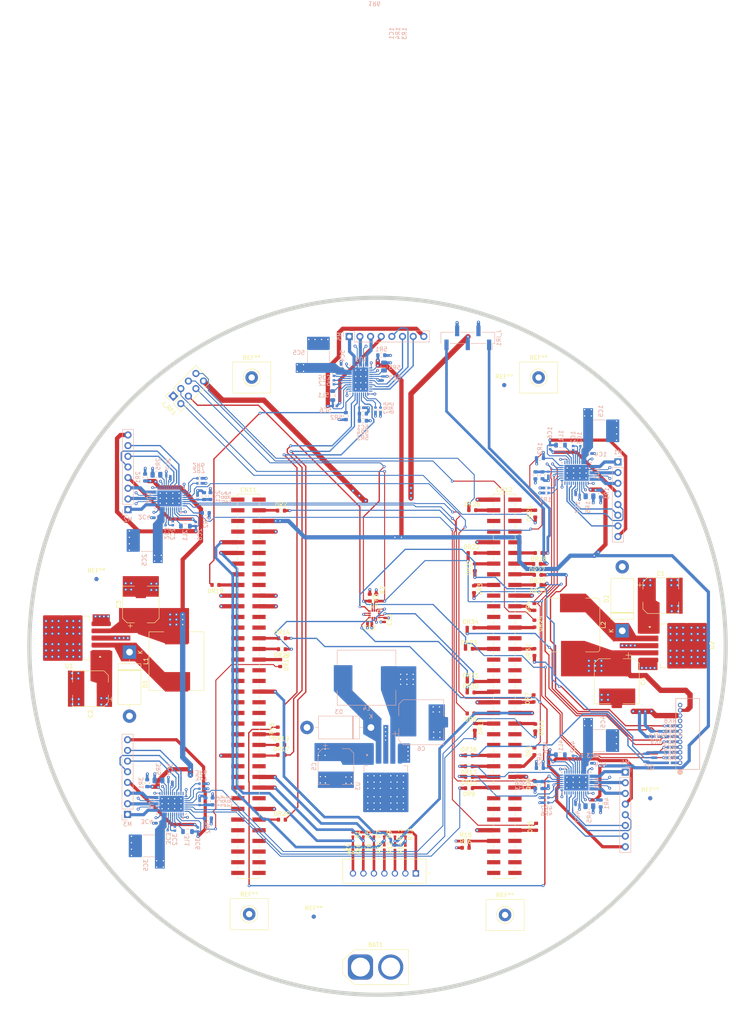
<source format=kicad_pcb>
(kicad_pcb (version 20240108) (generator "pcbnew") (generator_version "8.0")
  (layers (0 "F.Cu" signal) (1 "In1.Cu" signal) (2 "In2.Cu" signal) (31 "B.Cu" signal) (34 "B.Paste" user) (35 "F.Paste" user) (36 "B.SilkS" user "B.Silkscreen") (37 "F.SilkS" user "F.Silkscreen") (38 "B.Mask" user) (39 "F.Mask" user) (44 "Edge.Cuts" user))
  (net 0 "")
  (net 1 "GND")
  (net 2 "5V")
  (net 3 "12V")
  (net 4 "3V3")
  (net 5 "/MISO")
  (net 6 "Net-(D2-K)")
  (net 7 "VBAT")
  (net 8 "Net-(1U1-ILIM)")
  (net 9 "Net-(1U1-CPL)")
  (net 10 "Net-(D1-K)")
  (net 11 "/MOSI")
  (net 12 "/SCK")
  (net 13 "Net-(1U1-CPH)")
  (net 14 "Net-(1U1-CP)")
  (net 15 "/MotorDriver1/SW_BK")
  (net 16 "/MotorDriver1/AVDD")
  (net 17 "Net-(1U1-SW_BK)")
  (net 18 "/MotorDriver1/FGOUT")
  (net 19 "Net-(1U1-VSEL_BK)")
  (net 20 "Net-(1U1-SLEW)")
  (net 21 "Net-(1U1-ADVANCE)")
  (net 23 "/MotorDriver1/W")
  (net 24 "/MotorDriver1/V")
  (net 25 "/MotorDriver1/BRAKE")
  (net 27 "/MotorDriver1/U")
  (net 29 "/MotorDriver1/H1")
  (net 30 "/MotorDriver1/H2")
  (net 31 "/MotorDriver1/H3")
  (net 33 "/MotorDriver1/DIR")
  (net 34 "/MotorDriver1/PWM")
  (net 35 "Net-(2U1-ILIM)")
  (net 36 "Net-(2U1-CPL)")
  (net 37 "Net-(2U1-CPH)")
  (net 38 "Net-(2U1-CP)")
  (net 39 "/MotorDriver2/SW_BK")
  (net 40 "/MotorDriver2/AVDD")
  (net 41 "Net-(2U1-SW_BK)")
  (net 42 "/MotorDriver2/FGOUT")
  (net 43 "Net-(2U1-VSEL_BK)")
  (net 44 "Net-(2U1-SLEW)")
  (net 45 "Net-(2U1-ADVANCE)")
  (net 46 "/MotorDriver2/PWM")
  (net 47 "/MotorDriver2/V")
  (net 48 "/MotorDriver2/U")
  (net 51 "/MotorDriver2/W")
  (net 52 "/MotorDriver2/H3")
  (net 55 "/MotorDriver2/H1")
  (net 56 "/MotorDriver2/DIR")
  (net 57 "/MotorDriver2/BRAKE")
  (net 58 "/MotorDriver2/H2")
  (net 59 "Net-(3U1-ILIM)")
  (net 60 "Net-(3U1-CPL)")
  (net 61 "Net-(3U1-CPH)")
  (net 62 "Net-(3U1-CP)")
  (net 63 "/MotorDriver3/SW_BK")
  (net 64 "/MotorDriver3/AVDD")
  (net 65 "Net-(3U1-SW_BK)")
  (net 66 "/MotorDriver3/FGOUT")
  (net 67 "Net-(3U1-VSEL_BK)")
  (net 68 "Net-(3U1-SLEW)")
  (net 69 "Net-(3U1-ADVANCE)")
  (net 70 "/MotorDriver3/PWM")
  (net 71 "/MotorDriver3/H3")
  (net 72 "/MotorDriver3/H1")
  (net 73 "/MotorDriver3/H2")
  (net 74 "/MotorDriver3/V")
  (net 75 "/MotorDriver3/U")
  (net 77 "/MotorDriver3/W")
  (net 78 "/MotorDriver3/DIR")
  (net 81 "/MotorDriver3/BRAKE")
  (net 83 "Net-(4U1-ILIM)")
  (net 84 "Net-(4U1-CPL)")
  (net 85 "Net-(4U1-CPH)")
  (net 86 "Net-(4U1-CP)")
  (net 87 "/MotorDriver4/SW_BK")
  (net 88 "/MotorDriver4/AVDD")
  (net 89 "Net-(4U1-SW_BK)")
  (net 90 "/MotorDriver4/FGOUT")
  (net 91 "Net-(4U1-VSEL_BK)")
  (net 92 "Net-(4U1-SLEW)")
  (net 93 "Net-(4U1-ADVANCE)")
  (net 95 "/MotorDriver4/H2")
  (net 96 "/MotorDriver4/H3")
  (net 98 "/MotorDriver4/BRAKE")
  (net 99 "/MotorDriver4/V")
  (net 100 "/MotorDriver4/U")
  (net 101 "/MotorDriver4/PWM")
  (net 103 "/MotorDriver4/W")
  (net 105 "/MotorDriver4/DIR")
  (net 106 "/MotorDriver4/H1")
  (net 107 "Net-(5U1-ILIM)")
  (net 108 "Net-(5U1-CPH)")
  (net 109 "Net-(5U1-CPL)")
  (net 110 "Net-(5U1-CP)")
  (net 111 "/MotorDriver5/SW_BK")
  (net 112 "/MotorDriver5/AVDD")
  (net 113 "Net-(5U1-SW_BK)")
  (net 114 "/MotorDriver5/FGOUT")
  (net 115 "Net-(5U1-VSEL_BK)")
  (net 116 "Net-(5U1-SLEW)")
  (net 117 "Net-(5U1-ADVANCE)")
  (net 120 "/MotorDriver5/DIR")
  (net 121 "/MotorDriver5/W")
  (net 122 "/MotorDriver5/U")
  (net 123 "/MotorDriver5/H2")
  (net 124 "/MotorDriver5/H1")
  (net 125 "/MotorDriver5/V")
  (net 128 "/MotorDriver5/H3")
  (net 129 "/MotorDriver5/BRAKE")
  (net 130 "/MotorDriver5/PWM")
  (net 131 "/Battery Supervisor/B1")
  (net 132 "/Battery Supervisor/O1")
  (net 134 "/MotorDriver1/GND_BK")
  (net 135 "/MotorDriver2/GND_BK")
  (net 136 "/MotorDriver3/GND_BK")
  (net 137 "/MotorDriver4/GND_BK")
  (net 138 "/MotorDriver5/GND_BK")
  (net 157 "/KB/CS")
  (net 164 "/IR/IR_IN")
  (net 167 "/KB/ERR")
  (net 171 "/KB/CHG")
  (net 174 "/KB/DIS1")
  (net 178 "/KB/DIS2")
  (net 186 "Net-(D3-K)")
  (net 187 "unconnected-(CN11-Pin_21-Pad21)")
  (net 198 "Net-(Q1-S)")
  (net 203 "/RF/IRQ")
  (net 210 "/RF/CSN")
  (net 214 "/RF/CE")
  (net 217 "/Battery Supervisor/M")
  (net 229 "unconnected-(CN12-Pin_1-Pad1)")
  (net 239 "unconnected-(U4-NC-Pad11)")
  (net 240 "/IMU/INT2")
  (net 241 "/IMU/INT1")
  (net 243 "/IMU/CS")
  (net 244 "/Battery Supervisor/P")
  (net 245 "/Battery Supervisor/B2")
  (net 246 "/Battery Supervisor/O2")
  (net 247 "/Battery Supervisor/O3")
  (net 248 "/Battery Supervisor/B3")
  (net 249 "/Battery Supervisor/B4")
  (net 250 "/Battery Supervisor/O4")
  (net 251 "/Battery Supervisor/O5")
  (net 252 "/Battery Supervisor/B5")
  (net 253 "/Battery Supervisor/B6")
  (net 254 "/Battery Supervisor/O6")
  (net 255 "/IR/IR_OUT")
  (net 256 "Net-(J1-Pad3)")
  (net 257 "Net-(J1-Pad5)")
  (net 258 "Net-(J1-Pad4)")
  (net 259 "Net-(J1-Pad2)")
  (net 260 "Net-(J1-Pad7)")
  (net 261 "Net-(J1-Pad6)")
  (net 262 "Net-(J1-Pad8)")
  (net 263 "Net-(J1-Pad1)")
  (net 264 "/STM32/MOTOR1_PWM")
  (net 265 "/STM32/MOTOR1_ENCODER")
  (net 266 "/STM32/MOTOR1_REVERSE")
  (net 267 "/STM32/MOTOR1_BREAK")
  (net 268 "/STM32/MOTOR2_PWM")
  (net 269 "/STM32/MOTOR2_ENCODER")
  (net 270 "/STM32/MOTOR2_REVERSE")
  (net 271 "/STM32/MOTOR2_BREAK")
  (net 272 "/STM32/MOTOR3_PWM")
  (net 273 "/STM32/MOTOR3_ENCODER")
  (net 274 "/STM32/MOTOR3_REVERSE")
  (net 275 "/STM32/MOTOR3_BREAK")
  (net 276 "/STM32/MOTOR4_PWM")
  (net 277 "/STM32/MOTOR4_ENCODER")
  (net 278 "/STM32/MOTOR4_REVERSE")
  (net 279 "/STM32/MOTOR4_BREAK")
  (net 280 "/STM32/MOTOR5_PWM")
  (net 281 "/STM32/MOTOR5_ENCODER")
  (net 282 "/STM32/MOTOR5_REVERSE")
  (net 283 "/STM32/MOTOR5_BREAK")
  (net 284 "/STM32/MISO")
  (net 285 "/STM32/SCK")
  (net 286 "/STM32/MOSI")
  (net 287 "/STM32/NRF_IRQ")
  (net 288 "/STM32/CE_NRF")
  (net 289 "/STM32/CS_NRF")
  (net 290 "/STM32/IR_OUT")
  (net 291 "/STM32/IR_IN")
  (net 292 "/STM32/IR_CS")
  (net 293 "/STM32/IR_INT2")
  (net 294 "/STM32/IR_INT1")
  (net 295 "/STM32/KICKER_ERR")
  (net 296 "/STM32/KICKER_CHARGE")
  (net 297 "/STM32/KICKER_DISCHARGE1")
  (net 298 "/STM32/KICKER_DISCHARGE2")
  (net 299 "/STM32/KICKER_CS")
  (footprint "Resistor_SMD:R_0603_1608Metric" (layer "F.Cu") (at 127.225 98.1)
    (property "Reference" "0R14")
    (property "Value" "0")
  )
  (footprint "Resistor_SMD:R_0603_1608Metric" (layer "F.Cu") (at 171.025 146.4)
    (property "Reference" "R15")
    (property "Value" "1M")
  )
  (footprint "Resistor_SMD:R_0402_1005Metric" (layer "F.Cu") (at 149.15 147.959999 90)
    (property "Reference" "R8")
    (property "Value" "11k")
  )
  (footprint "Inductor_SMD:L_TaiTech_TMPC1265_13.5x12.5mm" (layer "F.Cu") (at 196.589999 94.945 -90)
    (property "Reference" "L2")
    (property "Value" "150uH")
  )
  (footprint "Resistor_SMD:R_0603_1608Metric" (layer "F.Cu") (at 187.4 101.4 90)
    (property "Reference" "0R32")
    (property "Value" "0")
  )
  (footprint "Resistor_SMD:R_0402_1005Metric" (layer "F.Cu") (at 156.63 148.03 90)
    (property "Reference" "R14")
    (property "Value" "11k")
  )
  (footprint "Resistor_SMD:R_0603_1608Metric" (layer "F.Cu") (at 172.2 116 180)
    (property "Reference" "0R8")
    (property "Value" "0")
  )
  (footprint "Resistor_SMD:R_0603_1608Metric" (layer "F.Cu") (at 187.8 143 90)
    (property "Reference" "0R6")
    (property "Value" "0")
  )
  (footprint "Connector_PinHeader_2.54mm:PinHeader_2x36_P2.54mm_Vertical_SMD" (layer "F.Cu") (at 180.225 109.53)
    (property "Reference" "CN12")
    (property "Value" "Conn_02x36_Odd_Even")
  )
  (footprint "Diode_THT:D_DO-201AD_P15.24mm_Horizontal" (layer "F.Cu") (at 90.87 101.4 -90)
    (property "Reference" "D1")
    (property "Value" "1N5821")
  )
  (footprint "Resistor_SMD:R_0402_1005Metric" (layer "F.Cu") (at 146.62 147.96 90)
    (property "Reference" "R6")
    (property "Value" "11k")
  )
  (footprint "Resistor_SMD:R_0603_1608Metric" (layer "F.Cu") (at 126.8 104 -90)
    (property "Reference" "0R10")
    (property "Value" "0")
  )
  (footprint "Resistor_SMD:R_0603_1608Metric" (layer "F.Cu") (at 187.6 68.425 90)
    (property "Reference" "0R25")
    (property "Value" "0")
  )
  (footprint "Resistor_SMD:R_0603_1608Metric" (layer "F.Cu") (at 148.1525 88.4225 -90)
    (property "Reference" "R3")
    (property "Value" "1k")
  )
  (footprint "Resistor_SMD:R_0603_1608Metric" (layer "F.Cu") (at 187.4 132.825 90)
    (property "Reference" "0R5")
    (property "Value" "0")
  )
  (footprint "Resistor_SMD:R_0603_1608Metric" (layer "F.Cu") (at 187.4 90.625 90)
    (property "Reference" "0R4")
    (property "Value" "0")
  )
  (footprint "TerminalBlock_MetzConnect:TerminalBlock_MetzConnect_360271_1x01_Horizontal_ScrewM3.0_Boxed" (layer "F.Cu") (at 120 36)
    (property "Reference" "REF**")
    (property "Value" "TerminalBlock_MetzConnect_360271_1x01_Horizontal_ScrewM3.0_Boxed")
  )
  (footprint "Fiducial:Fiducial_1mm_Mask2mm" (layer "F.Cu") (at 83 84)
    (property "Reference" "REF**")
    (property "Value" "Fiducial_1mm_Mask2mm")
  )
  (footprint "Resistor_SMD:R_0603_1608Metric" (layer "F.Cu") (at 187.4 125.025 90)
    (property "Reference" "0R1")
    (property "Value" "0")
  )
  (footprint "Inductor_SMD:L_Sunlord_MWSA1206S-101" (layer "F.Cu") (at 102.07 103.549999 90)
    (property "Reference" "L1")
    (property "Value" "100uH")
  )
  (footprint "Resistor_SMD:R_0603_1608Metric" (layer "F.Cu") (at 171.8 133.8 180)
    (property "Reference" "0R9")
    (property "Value" "0")
  )
  (footprint "Fiducial:Fiducial_1mm_Mask2mm" (layer "F.Cu") (at 180.2 37.8)
    (property "Reference" "REF**")
    (property "Value" "Fiducial_1mm_Mask2mm")
  )
  (footprint "Resistor_SMD:R_0402_1005Metric" (layer "F.Cu") (at 156.66 144.809999 -90)
    (property "Reference" "R13")
    (property "Value" "3k")
  )
  (footprint "Capacitor_SMD:C_0402_1005Metric" (layer "F.Cu") (at 151.7025 93.7275 -90)
    (property "Reference" "C13")
    (property "Value" "100nF")
  )
  (footprint "Resistor_SMD:R_0603_1608Metric" (layer "F.Cu") (at 171.775 128.6 180)
    (property "Reference" "0R13")
    (property "Value" "0")
  )
  (footprint "Resistor_SMD:R_0603_1608Metric" (layer "F.Cu") (at 172.425 77.8)
    (property "Reference" "0R22")
    (property "Value" "0")
  )
  (footprint "Fiducial:Fiducial_1mm_Mask2mm" (layer "F.Cu") (at 215 136.2)
    (property "Reference" "REF**")
    (property "Value" "Fiducial_1mm_Mask2mm")
  )
  (footprint "Resistor_SMD:R_0603_1608Metric" (layer "F.Cu") (at 173 86.425 -90)
    (property "Reference" "0R3")
    (property "Value" "0")
  )
  (footprint "Resistor_SMD:R_0603_1608Metric" (layer "F.Cu") (at 187.4 94.625 -90)
    (property "Reference" "0R24")
    (property "Value" "0")
  )
  (footprint "Resistor_SMD:R_0603_1608Metric" (layer "F.Cu") (at 127 123.5)
    (property "Reference" "0R19")
    (property "Value" "0")
  )
  (footprint "Resistor_SMD:R_0603_1608Metric" (layer "F.Cu") (at 171.8 126)
    (property "Reference" "0R36")
    (property "Value" "0")
  )
  (footprint "TerminalBlock_MetzConnect:TerminalBlock_MetzConnect_360271_1x01_Horizontal_ScrewM3.0_Boxed" (layer "F.Cu") (at 180.4 164)
    (property "Reference" "REF**")
    (property "Value" "TerminalBlock_MetzConnect_360271_1x01_Horizontal_ScrewM3.0_Boxed")
  )
  (footprint "Diode_THT:D_DO-201AD_P15.24mm_Horizontal" (layer "F.Cu") (at 208.340001 96.319999 90)
    (property "Reference" "D2")
    (property "Value" "1N5821")
  )
  (footprint "Resistor_SMD:R_0402_1005Metric" (layer "F.Cu") (at 144.11 144.830001 -90)
    (property "Reference" "R1")
    (property "Value" "3k")
  )
  (footprint "Resistor_SMD:R_0603_1608Metric" (layer "F.Cu") (at 188.2 85.4 180)
    (property "Reference" "0R33")
    (property "Value" "0")
  )
  (footprint "Resistor_SMD:R_0402_1005Metric" (layer "F.Cu") (at 149.15 144.800001 -90)
    (property "Reference" "R7")
    (property "Value" "3k")
  )
  (footprint "TerminalBlock_MetzConnect:TerminalBlock_MetzConnect_360271_1x01_Horizontal_ScrewM3.0_Boxed" (layer "F.Cu") (at 119.4 163.8)
    (property "Reference" "REF**")
    (property "Value" "TerminalBlock_MetzConnect_360271_1x01_Horizontal_ScrewM3.0_Boxed")
  )
  (footprint "Connector_PinHeader_2.54mm:PinHeader_2x36_P2.54mm_Vertical_SMD" (layer "F.Cu") (at 119.225 109.53)
    (property "Reference" "CN11")
    (property "Value" "Conn_02x36_Odd_Even")
  )
  (footprint "Resistor_SMD:R_0603_1608Metric" (layer "F.Cu") (at 187.2 112.425 90)
    (property "Reference" "0R7")
    (property "Value" "0")
  )
  (footprint "B7B_XH_A:JST_B7B-XH-A" (layer "F.Cu") (at 151.63875 153.57625)
    (property "Reference" "Bat2")
    (property "Value" "Conn_01x07")
  )
  (footprint "Resistor_SMD:R_0603_1608Metric" (layer "F.Cu") (at 172.2 95.6)
    (property "Reference" "0R34")
    (property "Value" "0")
  )
  (footprint "Resistor_SMD:R_0603_1608Metric" (layer "F.Cu") (at 127.2 141.3)
    (property "Reference" "0R20")
    (property "Value" "0")
  )
  (footprint "Capacitor_SMD:CP_Elec_10x10.5" (layer "F.Cu") (at 207.040001 108.339999 -90)
    (property "Reference" "C4")
    (property "Value" "1000uF")
  )
  (footprint "Resistor_SMD:R_0603_1608Metric" (layer "F.Cu") (at 172.6 67.6)
    (property "Reference" "0R26")
    (property "Value" "0")
  )
  (footprint "Resistor_SMD:R_0603_1608Metric" (layer "F.Cu") (at 171.825 131.1 180)
    (property "Reference" "0R15")
    (property "Value" "0")
  )
  (footprint "Resistor_SMD:R_0603_1608Metric" (layer "F.Cu") (at 126.2 120.1 90)
    (property "Reference" "0R16")
    (property "Value" "0")
  )
  (footprint "Resistor_SMD:R_0603_1608Metric" (layer "F.Cu") (at 173.2 119.2 -90)
    (property "Reference" "0R12")
    (property "Value" "0")
  )
  (footprint "Capacitor_SMD:CP_Elec_8x10" (layer "F.Cu") (at 217.529999 87.94)
    (property "Reference" "C1")
    (property "Value" "100uF")
  )
  (footprint "Resistor_SMD:R_0603_1608Metric" (layer "F.Cu") (at 172.2 111)
    (property "Reference" "0R30")
    (property "Value" "0")
  )
  (footprint "Capacitor_SMD:CP_Elec_8x10" (layer "F.Cu") (at 81.57 110.1 180)
    (property "Reference" "C2")
    (property "Value" "100uF")
  )
  (footprint "Resistor_SMD:R_0603_1608Metric" (layer "F.Cu") (at 188.025 80.4 180)
    (property "Reference" "0R27")
    (property "Value" "0")
  )
  (footprint "Resistor_SMD:R_0402_1005Metric" (layer "F.Cu") (at 154.16 144.809999 -90)
    (property "Reference" "R11")
    (property "Value" "3k")
  )
  (footprint "Resistor_SMD:R_0603_1608Metric" (layer "F.Cu") (at 188.2 83 180)
    (property "Reference" "0R35")
    (property "Value" "0")
  )
  (footprint "Resistor_SMD:R_0603_1608Metric" (layer "F.Cu") (at 111.375 85.4 180)
    (property "Reference" "0R18")
    (property "Value" "0")
  )
  (footprint "Resistor_SMD:R_0402_1005Metric" (layer "F.Cu") (at 154.14 148 90)
    (property "Reference" "R12")
    (property "Value" "11k")
  )
  (footprint "Package_TO_SOT_SMD:TO-263-5_TabPin3" (layer "F.Cu") (at 222.28 99.88)
    (property "Reference" "U2")
    (property "Value" "LM2576S-12")
  )
  (footprint "Resistor_SMD:R_0603_1608Metric" (layer "F.Cu") (at 171 148)
    (property "Reference" "R16")
    (property "Value" "100k")
  )
  (footprint "Resistor_SMD:R_0603_1608Metric" (layer "F.Cu") (at 171.8 100.6)
    (property "Reference" "0R23")
    (property "Value" "0")
  )
  (footprint "Capacitor_SMD:C_0402_1005Metric" (layer "F.Cu") (at 148.1225 94.4475 180)
    (property "Reference" "C12")
    (property "Value" "100nF")
  )
  (footprint "Resistor_SMD:R_0603_1608Metric" (layer "F.Cu") (at 188.425 77.8 180)
    (property "Reference" "0R28")
    (property "Value" "0")
  )
  (footprint "Capacitor_SMD:CP_Elec_8x10.5" (layer "F.Cu") (at 93.57 90.049999 90)
    (property "Reference" "C3")
    (property "Value" "1000uF")
  )
  (footprint "Resistor_SMD:R_0603_1608Metric" (layer "F.Cu") (at 149.7025 88.4225 -90)
    (property "Reference" "R2")
    (property "Value" "1k")
  )
  (footprint "Package_TO_SOT_SMD:TO-263-5_TabPin3" (layer "F.Cu") (at 76.47 98.05 180)
    (property "Reference" "U1")
    (property "Value" "LM2576S-5")
  )
  (footprint "Resistor_SMD:R_0402_1005Metric" (layer "F.Cu") (at 151.61 144.780001 -90)
    (property "Reference" "R9")
    (property "Value" "3k")
  )
  (footprint "Package_LGA:LGA-14_3x2.5mm_P0.5mm_LayoutBorder3x4y" (layer "F.Cu") (at 149.24 92.3975)
    (property "Reference" "U4")
    (property "Value" "LSM6DSLTR")
  )
  (footprint "Resistor_SMD:R_0402_1005Metric" (layer "F.Cu") (at 144.11 147.92 90)
    (property "Reference" "R4")
    (property "Value" "11k")
  )
  (footprint "Resistor_SMD:R_0603_1608Metric" (layer "F.Cu") (at 127 67.7)
    (property "Reference" "0R2")
    (property "Value" "0")
  )
  (footprint "Connector_AMASS:AMASS_XT60-M_1x02_P7.20mm_Vertical" (layer "F.Cu") (at 145.94 176.41)
    (property "Reference" "BAT1")
    (property "Value" "XT60" (hide yes))
  )
  (footprint "Resistor_SMD:R_0603_1608Metric" (layer "F.Cu") (at 172.225 108.4)
    (property "Reference" "0R31")
    (property "Value" "0")
  )
  (footprint "Resistor_SMD:R_0603_1608Metric" (layer "F.Cu") (at 173.2 81.2 90)
    (property "Reference" "0R21")
    (property "Value" "0")
  )
  (footprint "Resistor_SMD:R_0402_1005Metric" (layer "F.Cu") (at 146.62 144.800001 -90)
    (property "Reference" "R5")
    (property "Value" "3k")
  )
  (footprint "Connector_PinSocket_2.54mm:PinSocket_2x04_P2.54mm_Vertical" (layer "F.Cu") (at 101.32 40.43 135)
    (property "Reference" "J_RF1")
    (property "Value" "Conn_02x04_Counter_Clockwise")
  )
  (footprint "Resistor_SMD:R_0402_1005Metric" (layer "F.Cu") (at 151.6 147.920001 90)
    (property "Reference" "R10")
    (property "Value" "11k")
  )
  (footprint "Resistor_SMD:R_0603_1608Metric" (layer "F.Cu") (at 187.6 119.375 -90)
    (property "Reference" "0R11")
    (property "Value" "0")
  )
  (footprint "Resistor_SMD:R_0603_1608Metric" (layer "F.Cu") (at 127.075 125.9)
    (property "Reference" "0R17")
    (property "Value" "0")
  )
  (footprint "TerminalBlock_MetzConnect:TerminalBlock_MetzConnect_360271_1x01_Horizontal_ScrewM3.0_Boxed" (layer "F.Cu") (at 188.4 36)
    (property "Reference" "REF**")
    (property "Value" "TerminalBlock_MetzConnect_360271_1x01_Horizontal_ScrewM3.0_Boxed")
  )
  (footprint "Fiducial:Fiducial_1mm_Mask2mm" (layer "F.Cu") (at 134.8 164.4)
    (property "Reference" "REF**")
    (property "Value" "Fiducial_1mm_Mask2mm")
  )
  (footprint "Resistor_SMD:R_0603_1608Metric" (layer "F.Cu") (at 127.2 100.7 180)
    (property "Reference" "0R29")
    (property "Value" "0")
  )
  (footprint "Connector_PinHeader_2.54mm:PinHeader_1x08_P2.54mm_Vertical" (layer "B.Cu") (at 209.067501 129.980001 180)
    (property "Reference" "M4")
    (property "Value" "Conn_01x08_Socket")
  )
  (footprint "Resistor_SMD:R_0402_1005Metric" (layer "B.Cu") (at 219.686101 124.058399 180)
    (property "Reference" "RK4")
    (property "Value" "100")
  )
  (footprint "Resistor_SMD:R_0603_1608Metric" (layer "B.Cu") (at 188.696182 129.003162)
    (property "Reference" "4R2")
    (property "Value" "5k1")
  )
  (footprint "Resistor_SMD:R_0805_2012Metric" (layer "B.Cu") (at 97.79 131.953034 180)
    (property "Reference" "3R5")
    (property "Value" "1M")
  )
  (footprint "Resistor_SMD:R_0402_1005Metric" (layer "B.Cu") (at 216.519999 120.23)
    (property "Reference" "RK10")
    (property "Value" "10k")
  )
  (footprint "Capacitor_SMD:C_0402_1005Metric" (layer "B.Cu") (at 196.629999 52.796966 -90)
    (property "Reference" "1C2")
    (property "Value" "47nF")
  )
  (footprint "Capacitor_SMD:C_0402_1005Metric" (layer "B.Cu") (at 191.096181 126.358163 -90)
    (property "Reference" "4C6")
    (property "Value" "22uF")
  )
  (footprint "Resistor_SMD:R_0603_1608Metric" (layer "B.Cu") (at 150.904999 30.69 180)
    (property "Reference" "5R1")
    (property "Value" "5k1")
  )
  (footprint "Inductor_SMD:L_0805_2012Metric" (layer "B.Cu") (at 193.59618 125.858164 180)
    (property "Reference" "4L1")
    (property "Value" "47uH")
  )
  (footprint "Capacitor_SMD:C_0402_1005Metric" (layer "B.Cu") (at 100.619999 132.303035)
    (property "Reference" "3C7")
    (property "Value" "1uF")
  )
  (footprint "Resistor_SMD:R_0603_1608Metric" (layer "B.Cu") (at 187.629999 59.296966 90)
    (property "Reference" "1R3")
    (property "Value" "27k")
  )
  (footprint "Resistor_SMD:R_0603_1608Metric" (layer "B.Cu") (at 187.596181 133.058164 90)
    (property "Reference" "4R3")
    (property "Value" "27k")
  )
  (footprint "Resistor_SMD:R_0603_1608Metric" (layer "B.Cu") (at 189.33 59.296966 -90)
    (property "Reference" "1R4")
    (property "Value" "20k")
  )
  (footprint "Resistor_SMD:R_0603_1608Metric" (layer "B.Cu") (at 108.64 64.245 90)
    (property "Reference" "2R4")
    (property "Value" "20k")
  )
  (footprint "Resistor_SMD:R_0402_1005Metric" (layer "B.Cu") (at 108.070002 133.939999)
    (property "Reference" "3R7")
    (property "Value" "22k")
  )
  (footprint "Resistor_SMD:R_0402_1005Metric" (layer "B.Cu") (at 219.626101 125.2684 180)
    (property "Reference" "RK3")
    (property "Value" "100")
  )
  (footprint "Resistor_SMD:R_0402_1005Metric" (layer "B.Cu") (at 219.6861 127.7684 180)
    (property "Reference" "RK1")
    (property "Value" "100")
  )
  (footprint "Resistor_SMD:R_0805_2012Metric" (layer "B.Cu") (at 97.292623 59.163028 180)
    (property "Reference" "2R5")
    (property "Value" "1M")
  )
  (footprint "MTR:RGF0040E-IPC_B" (layer "B.Cu") (at 100.89 137.54 90)
    (property "Reference" "3U1")
    (property "Value" "MCT8316Z0TQRGFRQ1")
  )
  (footprint "Resistor_SMD:R_0402_1005Metric" (layer "B.Cu") (at 216.499999 121.55)
    (property "Reference" "RK9")
    (property "Value" "10k")
  )
  (footprint "Capacitor_SMD:C_0402_1005Metric" (layer "B.Cu") (at 196.596182 126.558163 -90)
    (property "Reference" "4C2")
    (property "Value" "47nF")
  )
  (footprint "Resistor_SMD:R_0805_2012Metric" (layer "B.Cu") (at 200.496182 138.095128)
    (property "Reference" "4R5")
    (property "Value" "1M")
  )
  (footprint "" (layer "B.Cu") (at 215 136.2 180)
    (property "Reference" "")
    (property "Value" "")
  )
  (footprint "Resistor_SMD:R_0402_1005Metric" (layer "B.Cu") (at 190.249999 62.296967 180)
    (property "Reference" "1R7")
    (property "Value" "22k")
  )
  (footprint "Inductor_SMD:L_0805_2012Metric" (layer "B.Cu") (at 139.31 40.289999 -90)
    (property "Reference" "5L1")
    (property "Value" "47uH")
  )
  (footprint "Connector_PinHeader_2.54mm:PinHeader_1x08_P2.54mm_Vertical" (layer "B.Cu") (at 90.41 140.05)
    (property "Reference" "M3")
    (property "Value" "Conn_01x08_Socket")
  )
  (footprint "Resistor_SMD:R_0402_1005Metric" (layer "B.Cu") (at 190.216179 136.058164 180)
    (property "Reference" "4R7")
    (property "Value" "22k")
  )
  (footprint "Capacitor_SMD:C_0402_1005Metric" (layer "B.Cu") (at 197.666183 137.745128 180)
    (property "Reference" "4C7")
    (property "Value" "1uF")
  )
  (footprint "Capacitor_SMD:C_0402_1005Metric" (layer "B.Cu") (at 107.59 137.34 90)
    (property "Reference" "3C1")
    (property "Value" "100nF")
  )
  (footprint "Capacitor_SMD:C_0402_1005Metric" (layer "B.Cu") (at 107.092623 64.599994 90)
    (property "Reference" "2C1")
    (property "Value" "100nF")
  )
  (footprint "Resistor_SMD:R_0402_1005Metric" (layer "B.Cu") (at 219.7661 120.268401 180)
    (property "Reference" "RK7")
    (property "Value" "100")
  )
  (footprint "Resistor_SMD:R_0603_1608Metric" (layer "B.Cu") (at 109.045 68.26 180)
    (property "Reference" "2R2")
    (property "Value" "5k1")
  )
  (footprint "Capacitor_SMD:C_2220_5750Metric" (layer "B.Cu") (at 95.49 147.539998 180)
    (property "Reference" "3C5")
    (property "Value" "22uF")
  )
  (footprint "Resistor_SMD:R_0402_1005Metric" (layer "B.Cu") (at 150.709999 43.680001 -90)
    (property "Reference" "5R6")
    (property "Value" "47k")
  )
  (footprint "12pConn:CON12_1X12_UR_DF13" (layer "B.Cu") (at 222.13 127.760001 -90)
    (property "Reference" "J1")
    (property "Value" "Conn_01x12_Pin")
  )
  (footprint "Connector_PinHeader_2.54mm:PinHeader_1x08_P2.54mm_Vertical" (layer "B.Cu") (at 143.258999 26.22 -90)
    (property "Reference" "M5")
    (property "Value" "Conn_01x08_Socket")
  )
  (footprint "Capacitor_SMD:C_2220_5750Metric" (layer "B.Cu") (at 202.83 48.696967)
    (property "Reference" "1C5")
    (property "Value" "22uF")
  )
  (footprint "Capacitor_SMD:C_0402_1005Metric" (layer "B.Cu") (at 98.992624 71.154995 180)
    (property "Reference" "2C3")
    (property "Value" "1uF")
  )
  (footprint "Connector_PinHeader_2.54mm:PinHeader_1x05_P2.54mm_Vertical_SMD_Pin1Left" (layer "B.Cu") (at 171.52 26.565 90)
    (property "Reference" "J_IR1")
    (property "Value" "Connector_Generic:Conn_01x05")
  )
  (footprint "Resistor_SMD:R_0402_1005Metric" (layer "B.Cu") (at 219.756101 121.508401 180)
    (property "Reference" "RK6")
    (property "Value" "100")
  )
  (footprint "Capacitor_SMD:C_0402_1005Metric" (layer "B.Cu") (at 101.192624 70.699993 90)
    (property "Reference" "2C2")
    (property "Value" "47nF")
  )
  (footprint "Capacitor_SMD:C_0402_1005Metric" (layer "B.Cu") (at 139.604999 35.11 90)
    (property "Reference" "5C3")
    (property "Value" "1uF")
  )
  (footprint "Resistor_SMD:R_0603_1608Metric" (layer "B.Cu") (at 94.592622 59.813029 -90)
    (property "Reference" "2R1")
    (property "Value" "5k1")
  )
  (footprint "MTR:RGF0040E-IPC_B" (layer "B.Cu") (at 197.396181 132.458165 -90)
    (property "Reference" "4U1")
    (property "Value" "MCT8316Z0TQRGFRQ1")
  )
  (footprint "Capacitor_SMD:C_0402_1005Metric" (layer "B.Cu") (at 200.53 54.096967)
    (property "Reference" "1C4")
    (property "Value" "0u1F")
  )
  (footprint "Capacitor_SMD:C_2220_5750Metric" (layer "B.Cu") (at 135.91 31.09 90)
    (property "Reference" "5C5")
    (property "Value" "22uF")
  )
  (footprint "Capacitor_SMD:C_0402_1005Metric" (layer "B.Cu") (at 197.700001 63.941965 180)
    (property "Reference" "1C7")
    (property "Value" "1uF")
  )
  (footprint "Capacitor_SMD:C_0402_1005Metric" (layer "B.Cu") (at 141.31 33.39 90)
    (property "Reference" "5C4")
    (property "Value" "0u1F")
  )
  (footprint "Capacitor_SMD:C_0402_1005Metric" (layer "B.Cu") (at 97.292623 69.399994 180)
    (property "Reference" "2C4")
    (property "Value" "0u1F")
  )
  (footprint "Resistor_SMD:R_0603_1608Metric" (layer "B.Cu") (at 146.509999 44.59)
    (property "Reference" "5R4")
    (property "Value" "20k")
  )
  (footprint "Resistor_SMD:R_0805_2012Metric" (layer "B.Cu") (at 200.530001 64.291966)
    (property "Reference" "1R5")
    (property "Value" "1M")
  )
  (footprint "MTR:RGF0040E-IPC_B" (layer "B.Cu") (at 145.91 36.49)
    (property "Reference" "5U1")
    (property "Value" "MCT8316Z0TQRGFRQ1")
  )
  (footprint "Connector_PinHeader_2.54mm:PinHeader_1x08_P2.54mm_Vertical" (layer "B.Cu") (at 90.51 67.46)
    (property "Reference" "M2")
    (property "Value" "Conn_01x08_Socket")
  )
  (footprint "Connector_PinHeader_2.54mm:PinHeader_1x08_P2.54mm_Vertical" (layer "B.Cu") (at 207.31 56.094999 180)
    (property "Reference" "M1")
    (property "Value" "Conn_01x08_Socket")
  )
  (footprint "Capacitor_SMD:C_0402_1005Metric" (layer "B.Cu") (at 106.692624 70.899993 90)
    (property "Reference" "2C6")
    (property "Value" "22uF")
  )
  (footprint "" (layer "B.Cu") (at 180.2 37.8 180)
    (property "Reference" "")
    (property "Value" "")
  )
  (footprint "Capacitor_SMD:CP_Elec_8x10" (layer "B.Cu") (at 140.07 128.649999 -90)
    (property "Reference" "C5")
    (property "Value" "100uF")
  )
  (footprint "Resistor_SMD:R_0603_1608Metric" (layer "B.Cu") (at 110.18 64.225 -90)
    (property "Reference" "2R3")
    (property "Value" "27k")
  )
  (footprint "Resistor_SMD:R_0603_1608Metric" (layer "B.Cu") (at 142.454999 45.19 90)
    (property "Reference" "5R2")
    (property "Value" "5k1")
  )
  (footprint "Capacitor_SMD:C_0402_1005Metric" (layer "B.Cu") (at 101.69 143.440001 90)
    (property "Reference" "3C2")
    (property "Value" "47nF")
  )
  (footprint "Resistor_SMD:R_0603_1608Metric" (layer "B.Cu") (at 203.230001 63.641966 90)
    (property "Reference" "1R1")
    (property "Value" "5k1")
  )
  (footprint "Capacitor_SMD:C_0402_1005Metric" (layer "B.Cu") (at 139.81 42.79)
    (property "Reference" "5C6")
    (property "Value" "22uF")
  )
  (footprint "Resistor_SMD:R_0603_1608Metric" (layer "B.Cu") (at 108.99 136.94 90)
    (property "Reference" "3R4")
    (property "Value" "20k")
  )
  (footprint "Resistor_SMD:R_0402_1005Metric" (layer "B.Cu") (at 107.582625 59.999993)
    (property "Reference" "2R6")
    (property "Value" "47k")
  )
  (footprint "Resistor_SMD:R_0603_1608Metric" (layer "B.Cu") (at 95.089999 132.603034 -90)
    (property "Reference" "3R1")
    (property "Value" "5k1")
  )
  (footprint "Resistor_SMD:R_0402_1005Metric" (layer "B.Cu") (at 190.20618 137.258164 180)
    (property "Reference" "4R6")
    (property "Value" "47k")
  )
  (footprint "Resistor_SMD:R_0603_1608Metric" (layer "B.Cu") (at 203.196183 137.445129 90)
    (property "Reference" "4R1")
    (property "Value" "5k1")
  )
  (footprint "Resistor_SMD:R_0603_1608Metric" (layer "B.Cu") (at 146.51 46.29 180)
    (property "Reference" "5R3")
    (property "Value" "27k")
  )
  (footprint "Capacitor_SMD:C_0402_1005Metric" (layer "B.Cu") (at 190.696182 132.658164 -90)
    (property "Reference" "4C1")
    (property "Value" "100nF")
  )
  (footprint "Inductor_SMD:L_Sunlord_MWSA1206S-101" (layer "B.Cu") (at 147.37 107.499999)
    (property "Reference" "L4")
    (property "Value" "100uH")
  )
  (footprint "Package_TO_SOT_SMD:SOT-23" (layer "B.Cu") (at 215.026101 126.5484)
    (property "Reference" "Q1")
    (property "Value" "BSS84")
  )
  (footprint "" (layer "B.Cu") (at 83 84 180)
    (property "Reference" "")
    (property "Value" "")
  )
  (footprint "Inductor_SMD:L_0805_2012Metric" (layer "B.Cu") (at 104.69 144.139999)
    (property "Reference" "3L1")
    (property "Value" "47uH")
  )
  (footprint "Resistor_SMD:R_0603_1608Metric" (layer "B.Cu") (at 109.565 140.995001 180)
    (property "Reference" "3R2")
    (property "Value" "5k1")
  )
  (footprint "Capacitor_SMD:C_0402_1005Metric" (layer "B.Cu") (at 99.49 143.795001 180)
    (property "Reference" "3C3")
    (property "Value" "1uF")
  )
  (footprint "Resistor_SMD:R_0402_1005Metric" (layer "B.Cu") (at 108.080001 132.74)
    (property "Reference" "3R6")
    (property "Value" "47k")
  )
  (footprint "Capacitor_SMD:C_0402_1005Metric" (layer "B.Cu") (at 198.83 52.35)
    (property "Reference" "1C3")
    (property "Value" "1uF")
  )
  (footprint "Capacitor_SMD:C_0402_1005Metric" (layer "B.Cu") (at 97.79 142.14 180)
    (property "Reference" "3C4")
    (property "Value" "0u1F")
  )
  (footprint "Capacitor_SMD:CP_Elec_10x10.5" (layer "B.Cu") (at 160.420001 118.099999)
    (property "Reference" "C6")
    (property "Value" "1000uF")
  )
  (footprint "MTR:RGF0040E-IPC_B" (layer "B.Cu") (at 197.43 58.696966 -90)
    (property "Reference" "1U1")
    (property "Value" "MCT8316Z0TQRGFRQ1")
  )
  (footprint "Diode_THT:D_DO-201AD_P15.24mm_Horizontal" (layer "B.Cu") (at 148.42 119.35 180)
    (property "Reference" "D3")
    (property "Value" "1N5821")
  )
  (footprint "" (layer "B.Cu") (at 134.8 164.4 180)
    (property "Reference" "")
    (property "Value" "")
  )
  (footprint "Resistor_SMD:R_0402_1005Metric" (layer "B.Cu") (at 219.649999 122.74 180)
    (property "Reference" "RK5")
    (property "Value" "100")
  )
  (footprint "Resistor_SMD:R_0402_1005Metric" (layer "B.Cu") (at 219.7661 118.9484 180)
    (property "Reference" "RK8")
    (property "Value" "100")
  )
  (footprint "Capacitor_SMD:C_0402_1005Metric" (layer "B.Cu") (at 139.604999 37.14 -90)
    (property "Reference" "5C2")
    (property "Value" "47nF")
  )
  (footprint "Resistor_SMD:R_0603_1608Metric" (layer "B.Cu") (at 110.69 136.940001 -90)
    (property "Reference" "3R3")
    (property "Value" "27k")
  )
  (footprint "Capacitor_SMD:C_2220_5750Metric" (layer "B.Cu") (at 94.992623 74.799994 180)
    (property "Reference" "2C5")
    (property "Value" "22uF")
  )
  (footprint "MTR:RGF0040E-IPC_B" (layer "B.Cu") (at 100.392624 64.799993 90)
    (property "Reference" "2U1")
    (property "Value" "MCT8316Z0TQRGFRQ1")
  )
  (footprint "Capacitor_SMD:C_0402_1005Metric" (layer "B.Cu") (at 190.73 58.896967 -90)
    (property "Reference" "1C1")
    (property "Value" "100nF")
  )
  (footprint "Resistor_SMD:R_0402_1005Metric" (layer "B.Cu") (at 190.239999 63.496966 180)
    (property "Reference" "1R6")
    (property "Value" "47k")
  )
  (footprint "Capacitor_SMD:C_0402_1005Metric" (layer "B.Cu") (at 100.122623 59.513028)
    (property "Reference" "2C7")
    (property "Value" "1uF")
  )
  (footprint "Resistor_SMD:R_0805_2012Metric" (layer "B.Cu") (at 151.554998 33.39 90)
    (property "Reference" "5R5")
    (property "Value" "1M")
  )
  (footprint "Capacitor_SMD:C_0402_1005Metric" (layer "B.Cu") (at 200.496182 127.858164)
    (property "Reference" "4C4")
    (property "Value" "0u1F")
  )
  (footprint "Resistor_SMD:R_0402_1005Metric" (layer "B.Cu") (at 219.609999 126.52 180)
    (property "Reference" "RK2")
    (property "Value" "100")
  )
  (footprint "Inductor_SMD:L_0805_2012Metric" (layer "B.Cu") (at 104.192624 71.399994)
    (property "Reference" "2L1")
    (property "Value" "47uH")
  )
  (footprint "Capacitor_SMD:C_0402_1005Metric" (layer "B.Cu") (at 151.204999 36.22 -90)
    (property "Reference" "5C7")
    (property "Value" "1uF")
  )
  (footprint "Capacitor_SMD:C_0402_1005Metric" (layer "B.Cu") (at 146.11 43.19)
    (property "Reference" "5C1")
    (property "Value" "100nF")
  )
  (footprint "Resistor_SMD:R_0402_1005Metric" (layer "B.Cu") (at 107.572626 61.199993)
    (property "Reference" "2R7")
    (property "Value" "22k")
  )
  (footprint "Package_TO_SOT_SMD:TO-263-5_TabPin3" (layer "B.Cu") (at 151.97 133.299999 -90)
    (property "Reference" "U3")
    (property "Value" "LM2576S-3.3")
  )
  (footprint "Resistor_SMD:R_0603_1608Metric" (layer "B.Cu") (at 188.73 55.199999)
    (property "Reference" "1R2")
    (property "Value" "5k1")
  )
  (footprint "Capacitor_SMD:C_2220_5750Metric" (layer "B.Cu") (at 202.796181 122.458164)
    (property "Reference" "4C5")
    (property "Value" "22uF")
  )
  (footprint "Capacitor_SMD:C_0402_1005Metric" (layer "B.Cu") (at 107.190001 143.639999 90)
    (property "Reference" "3C6")
    (property "Value" "22uF")
  )
  (footprint "Resistor_SMD:R_0402_1005Metric" (layer "B.Cu") (at 149.51 43.670002 -90)
    (property "Reference" "5R7")
    (property "Value" "22k")
  )
  (footprint "Resistor_SMD:R_0603_1608Metric" (layer "B.Cu") (at 189.296181 133.058164 -90)
    (property "Reference" "4R4")
    (property "Value" "20k")
  )
  (footprint "Capacitor_SMD:C_0402_1005Metric" (layer "B.Cu") (at 191.129999 52.596967 -90)
    (property "Reference" "1C6")
    (property "Value" "22uF")
  )
  (footprint "Capacitor_SMD:C_0402_1005Metric" (layer "B.Cu") (at 198.796181 126.153163)
    (property "Reference" "4C3")
    (property "Value" "1uF")
  )
  (footprint "Inductor_SMD:L_0805_2012Metric" (layer "B.Cu") (at 193.629999 52.096966 180)
    (property "Reference" "1L1")
    (property "Value" "47uH")
  )
  (gr_rect (start 89.37 83.4) (end 97.77 88.1) (stroke (width 0.2)) (fill solid) (layer "F.Cu") (net 1))
  (gr_poly (pts (xy 212.240001 102.970001) (xy 216.639999 102.97) (xy 216.64 105.570001) (xy 212.240001 105.57)) (stroke (width 0.2)) (fill solid) (layer "F.Cu") (net 1))
  (gr_poly (pts (xy 86.070001 96.1) (xy 88.57 94.1) (xy 88.570001 96.1)) (stroke (width 0.2)) (fill solid) (layer "F.Cu") (net 2))
  (gr_poly (pts (xy 92.22 103.5) (xy 99.22 110.5) (xy 105.22 110.5) (xy 105.22 106.25) (xy 98.22 106.25) (xy 99.22 106.25) (xy 92.47 99.35)) (stroke (width 0.2)) (fill solid) (layer "F.Cu") (net 10))
  (gr_rect (start 76.3 105.89) (end 80 114.29) (stroke (width 0.2)) (fill solid) (layer "F.Cu") (net 1))
  (gr_rect (start 82.169999 92.5) (end 86.07 94.85) (stroke (width 0.2)) (fill solid) (layer "F.Cu") (net 1))
  (gr_poly (pts (xy 81.97 96.75) (xy 81.97 95.9) (xy 86.470001 95.9) (xy 88.47 96) (xy 88.469999 91) (xy 92.97 91) (xy 92.97 96.75)) (stroke (width 0.2)) (fill solid) (layer "F.Cu") (net 2))
  (gr_poly (pts (xy 205.84 101.07) (xy 216.84 101.07) (xy 216.840001 102.07) (xy 212.34 102.070001) (xy 210.339999 102.070002) (xy 210.34 107.069999) (xy 205.839999 107.07) (xy 193.839999 107.069999) (xy 193.840001 98.82) (xy 199.340001 98.82)) (stroke (width 0.2)) (fill solid) (layer "F.Cu") (net 3))
  (gr_poly (pts (xy 218.940001 92.169999) (xy 218.940001 83.769999) (xy 222.640001 83.77) (xy 222.64 92.169999)) (stroke (width 0.2)) (fill solid) (layer "F.Cu") (net 1))
  (gr_poly (pts (xy 206.59 94.57) (xy 199.59 87.57) (xy 193.590001 87.57) (xy 193.589997 91.82) (xy 200.590001 91.82) (xy 199.590001 91.82) (xy 206.34 98.82)) (stroke (width 0.2)) (fill solid) (layer "F.Cu") (net 6))
  (gr_poly (pts (xy 83.16 114.31) (xy 86.619999 114.34) (xy 86.67 101.2) (xy 81.67 101.2) (xy 81.68 108.209999) (xy 83.16 108.68)) (stroke (width 0.2)) (fill solid) (layer "F.Cu") (net 7))
  (gr_poly (pts (xy 207.839999 100.37) (xy 207.84 99.37) (xy 216.84 99.37) (xy 216.840001 100.37)) (stroke (width 0.2)) (fill solid) (layer "F.Cu") (net 1))
  (gr_poly (pts (xy 206.340001 94.57) (xy 206.34 98.720001) (xy 216.84 98.72) (xy 216.840001 97.57) (xy 211.589998 97.570001) (xy 209.84 94.57)) (stroke (width 0.2)) (fill solid) (layer "F.Cu") (net 6))
  (gr_poly (pts (xy 216.228786 86.47) (xy 216.24 86.47) (xy 216.239999 89.17) (xy 217.140001 89.67) (xy 217.14 96.87) (xy 212.139999 96.87) (xy 212.14 86.470001) (xy 212.158787 86.47) (xy 212.158787 83.779981) (xy 216.228787 83.759982)) (stroke (width 0.2)) (fill solid) (layer "F.Cu") (net 7))
  (gr_rect (start 202.94 110.17) (end 211.34 113.869999) (stroke (width 0.2)) (fill solid) (layer "F.Cu") (net 1))
  (gr_poly (pts (xy 92.47 103.5) (xy 92.47 99.25) (xy 81.97 99.25) (xy 82.07 100.2) (xy 87.32 100.2) (xy 88.97 103.5)) (stroke (width 0.2)) (fill solid) (layer "F.Cu") (net 10))
  (gr_poly (pts (xy 92.969998 97) (xy 99.47 99.25) (xy 104.97 99.25) (xy 104.97 91) (xy 92.97 91)) (stroke (width 0.2)) (fill solid) (layer "F.Cu") (net 2))
  (gr_rect (start 81.97 97.55) (end 90.97 98.55) (stroke (width 0.2)) (fill solid) (layer "F.Cu") (net 1))
  (gr_poly (pts (xy 91.842624 72.199992) (xy 91.842624 77.399994) (xy 90.292624 77.399993) (xy 90.292624 72.199993)) (stroke (width 0.2)) (fill solid) (layer "B.Cu") (net 1))
  (gr_rect (start 155.07 123.249999) (end 157.67 127.649999) (stroke (width 0.2)) (fill solid) (layer "B.Cu") (net 1))
  (gr_poly (pts (xy 138.51 27.94) (xy 133.31 27.94) (xy 133.309999 26.39) (xy 138.510001 26.39)) (stroke (width 0.2)) (fill solid) (layer "B.Cu") (net 1))
  (gr_poly (pts (xy 142.16 35.240001) (xy 140.304999 35.240001) (xy 139.96 34.790001) (xy 130.61 34.79) (xy 130.610001 32.64) (xy 139.854999 32.64) (xy 139.96 32.74) (xy 141.01 33.69) (xy 141.76 33.69) (xy 142.16 34.24) (xy 143.754999 34.239999) (xy 143.754999 35.24)) (stroke (width 0.2)) (fill solid) (layer "B.Cu") (net 7))
  (gr_poly (pts (xy 152.47 127.849999) (xy 151.47 127.849999) (xy 151.47 118.849999) (xy 152.470001 118.849999)) (stroke (width 0.2)) (fill solid) (layer "B.Cu") (net 1))
  (gr_poly (pts (xy 99.14 68.550001) (xy 99.140001 70.405001) (xy 98.69 70.750001) (xy 98.69 80.1) (xy 96.539999 80.100001) (xy 96.54 70.855002) (xy 96.640001 70.75) (xy 97.59 69.7) (xy 97.59 68.95) (xy 98.14 68.55) (xy 98.14 66.955001) (xy 99.14 66.955001)) (stroke (width 0.2)) (fill solid) (layer "B.Cu") (net 7))
  (gr_poly (pts (xy 150.82 117.355882) (xy 150.92 117.349999) (xy 143.92 110.599999) (xy 143.92 104.599999) (xy 139.67 104.599999) (xy 139.67 110.599999) (xy 146.67 117.599999) (xy 146.67 120.849999) (xy 149.67 122.599999) (xy 149.67 127.849999) (xy 150.82 127.85)) (stroke (width 0.2)) (fill solid) (layer "B.Cu") (net 186))
  (gr_poly (pts (xy 144.270001 133.649999) (xy 135.870001 133.649999) (xy 135.87 129.949998) (xy 144.27 129.949998)) (stroke (width 0.2)) (fill solid) (layer "B.Cu") (net 1))
  (gr_poly (pts (xy 92.34 144.94) (xy 92.340002 150.139999) (xy 90.79 150.14) (xy 90.79 144.939999)) (stroke (width 0.2)) (fill solid) (layer "B.Cu") (net 1))
  (gr_poly (pts (xy 99.637376 141.290006) (xy 99.637376 143.145008) (xy 99.187378 143.490006) (xy 99.187376 152.840006) (xy 97.037376 152.840007) (xy 97.037376 143.595007) (xy 97.137376 143.490006) (xy 98.087376 142.440006) (xy 98.087376 141.690006) (xy 98.637376 141.290006) (xy 98.637375 139.695007) (xy 99.637377 139.695007)) (stroke (width 0.2)) (fill solid) (layer "B.Cu") (net 7))
  (gr_poly (pts (xy 205.979999 46.096966) (xy 207.53 46.096966) (xy 207.529999 51.296967) (xy 205.98 51.296967)) (stroke (width 0.2)) (fill solid) (layer "B.Cu") (net 1))
  (gr_poly (pts (xy 135.069999 127.25) (xy 135.07 123.149999) (xy 148.97 123.149999) (xy 148.97 128.149999) (xy 141.77 128.149999) (xy 141.27 127.25)) (stroke (width 0.2)) (fill solid) (layer "B.Cu") (net 7))
  (gr_rect (start 162.27 113.949999) (end 165.97 122.349999) (stroke (width 0.2)) (fill solid) (layer "B.Cu") (net 1))
  (gr_poly (pts (xy 198.682625 54.954993) (xy 198.682625 53.099992) (xy 199.132623 52.754993) (xy 199.132624 43.404994) (xy 201.282624 43.404993) (xy 201.282624 52.649993) (xy 201.182625 52.754993) (xy 200.232625 53.804994) (xy 200.232625 54.554994) (xy 199.682625 54.954993) (xy 199.682624 56.549994) (xy 198.682625 56.549993)) (stroke (width 0.2)) (fill solid) (layer "B.Cu") (net 7))
  (gr_poly (pts (xy 205.946181 125.058165) (xy 205.946181 119.858164) (xy 207.496181 119.858164) (xy 207.496182 125.058163)) (stroke (width 0.2)) (fill solid) (layer "B.Cu") (net 1))
  (gr_poly (pts (xy 153.15 116.873025) (xy 153.15 127.873026) (xy 154.15 127.873026) (xy 154.150001 123.373026) (xy 154.150002 121.373024) (xy 159.149999 121.373026) (xy 159.15 116.873024) (xy 159.149999 104.873024) (xy 150.9 104.873026) (xy 150.9 110.373026)) (stroke (width 0.2)) (fill solid) (layer "B.Cu") (net 4))
  (gr_poly (pts (xy 198.648805 128.708157) (xy 198.648805 126.853157) (xy 199.098805 126.508157) (xy 199.098806 117.158156) (xy 201.248806 117.158157) (xy 201.248806 126.403155) (xy 201.148804 126.508157) (xy 200.198806 127.558156) (xy 200.198806 128.308156) (xy 199.648804 128.708157) (xy 199.648805 130.303156) (xy 198.648806 130.303156)) (stroke (width 0.2)) (fill solid) (layer "B.Cu") (net 7))
  (gr_circle (center 150 100) (end 233 100) (stroke (width 1)) (fill none) (layer "Edge.Cuts"))
  (segment (start 177.54 75.22) (end 173.79 75.22) (width 1.016) (layer "F.Cu") (net 1))
  (segment (start 170.3 148) (end 168.8 148) (width 0.635) (layer "F.Cu") (net 1))
  (segment (start 151.695 94.215) (end 151.7025 94.2075) (width 0.508) (layer "F.Cu") (net 1))
  (segment (start 149.74 94.295) (end 149.74 93.31) (width 0.2286) (layer "F.Cu") (net 1))
  (segment (start 146.68 92.425) (end 146.9575 92.1475) (width 0.2286) (layer "F.Cu") (net 1))
  (segment (start 147.59 95.625) (end 147.7225 95.4925) (width 0.2) (layer "F.Cu") (net 1))
  (segment (start 150.8 94.215) (end 151.695 94.215) (width 0.508) (layer "F.Cu") (net 1))
  (segment (start 177.57 113.359999) (end 173.82 113.36) (width 1.016) (layer "F.Cu") (net 1))
  (segment (start 122.02 90.49) (end 125.77 90.49) (width 1.016) (layer "F.Cu") (net 1))
  (segment (start 146.9025 92.6475) (end 148.0775 92.6475) (width 0.2286) (layer "F.Cu") (net 1))
  (segment (start 146.68 92.425) (end 146.9025 92.6475) (width 0.2286) (layer "F.Cu") (net 1))
  (segment (start 116.47 87.95) (end 112.719999 87.95) (width 1.016) (layer "F.Cu") (net 1))
  (segment (start 177.5 143.820001) (end 173.75 143.82) (width 1.016) (layer "F.Cu") (net 1))
  (segment (start 149.24 93.795) (end 149.24 93.31) (width 0.2286) (layer "F.Cu") (net 1))
  (segment (start 147.59 95.625) (end 147.59 94.5) (width 0.635) (layer "F.Cu") (net 1))
  (segment (start 121.97 72.69) (end 125.72 72.69) (width 1.016) (layer "F.Cu") (net 1))
  (segment (start 183.06 87.95) (end 186.81 87.95) (width 1.016) (layer "F.Cu") (net 1))
  (segment (start 147.59 94.5) (end 147.6425 94.4475) (width 0.635) (layer "F.Cu") (net 1))
  (segment (start 146.9575 92.1475) (end 148.0775 92.1475) (width 0.2286) (layer "F.Cu") (net 1))
  (segment (start 121.59 138.75) (end 125.34 138.75) (width 1.016) (layer "F.Cu") (net 1))
  (segment (start 121.99 87.96) (end 125.74 87.96) (width 1.016) (layer "F.Cu") (net 1))
  (segment (start 116.46 126.04) (end 112.71 126.04) (width 1.016) (layer "F.Cu") (net 1))
  (segment (start 183.1 131.09) (end 183.07 131.12) (width 1.016) (layer "F.Cu") (net 1))
  (segment (start 146.68 92.425) (end 146.865 92.61) (width 0.2) (layer "F.Cu") (net 1))
  (segment (start 185.44 131.09) (end 183.1 131.09) (width 1.016) (layer "F.Cu") (net 1))
  (segment (start 149.74 94.295) (end 149.24 93.795) (width 0.2286) (layer "F.Cu") (net 1))
  (via (at 205.346182 131.203162) (size 0.6858) (drill 0.3048) (layers "F.Cu" "B.Cu") (net 1))
  (via (at 197.380002 62.841966) (size 0.6858) (drill 0.3048) (layers "F.Cu" "B.Cu") (net 1))
  (via (at 206.979999 46.396968) (size 0.6858) (drill 0.3048) (layers "F.Cu" "B.Cu") (net 1))
  (via (at 78.97 101) (size 0.6858) (drill 0.3048) (layers "F.Cu" "B.Cu") (net 1))
  (via (at 198.146182 133.603162) (size 0.6858) (drill 0.3048) (layers "F.Cu" "B.Cu") (net 1))
  (via (at 144.804999 38.74) (size 0.6858) (drill 0.3048) (layers "F.Cu" "B.Cu") (net 1))
  (via (at 70.97 101) (size 0.6858) (drill 0.3048) (layers "F.Cu" "B.Cu") (net 1))
  (via (at 173.79 75.22) (size 0.6858) (drill 0.3048) (layers "F.Cu" "B.Cu") (net 1))
  (via (at 220.039999 85.469999) (size 0.6858) (drill 0.3048) (layers "F.Cu" "B.Cu") (net 1))
  (via (at 147.204999 34.24) (size 0.6858) (drill 0.3048) (layers "F.Cu" "B.Cu") (net 1))
  (via (at 85.77 92.9) (size 0.6858) (drill 0.3048) (layers "F.Cu" "B.Cu") (net 1))
  (via (at 96.89 135.003034) (size 0.6858) (drill 0.3048) (layers "F.Cu" "B.Cu") (net 1))
  (via (at 156.17 130.849999) (size 0.6858) (drill 0.3048) (layers "F.Cu" "B.Cu") (net 1))
  (via (at 143.77 131.149999) (size 0.6858) (drill 0.3048) (layers "F.Cu" "B.Cu") (net 1))
  (via (at 146.68 92.425) (size 0.6858) (drill 0.3048) (layers "F.Cu" "B.Cu") (net 1))
  (via (at 227.84 97.070001) (size 0.6858) (drill 0.3048) (layers "F.Cu" "B.Cu") (net 1))
  (via (at 195.23 59.95) (size 0.6858) (drill 0.3048) (layers "F.Cu" "B.Cu") (net 1))
  (via (at 195.146181 133.703162) (size 0.6858) (drill 0.3048) (layers "F.Cu" "B.Cu") (net 1))
  (via (at 96.07 86.6) (size 0.6858) (drill 0.3048) (layers "F.Cu" "B.Cu") (net 1))
  (via (at 98.192624 64.754994) (size 0.6858) (drill 0.3048) (layers "F.Cu" "B.Cu") (net 1))
  (via (at 147.67 132.349999) (size 0.6858) (drill 0.3048) (layers "F.Cu" "B.Cu") (net 1))
  (via (at 190.73 60.549999) (size 0.6858) (drill 0.3048) (layers "F.Cu" "B.Cu") (net 1))
  (via (at 77.47 97) (size 0.6858) (drill 0.3048) (layers "F.Cu" "B.Cu") (net 1))
  (via (at 96.59 142.14) (size 0.6858) (drill 0.3048) (layers "F.Cu" "B.Cu") (net 1))
  (via (at 201.73 54.096967) (size 0.6858) (drill 0.3048) (layers "F.Cu" "B.Cu") (net 1))
  (via (at 196.730001 57.55) (size 0.6858) (drill 0.3048) (layers "F.Cu" "B.Cu") (net 1))
  (via (at 70.97 94) (size 0.6858) (drill 0.3048) (layers "F.Cu" "B.Cu") (net 1))
  (via (at 73.970001 99.5) (size 0.6858) (drill 0.3048) (layers "F.Cu" "B.Cu") (net 1))
  (via (at 205.379999 57.441966) (size 0.6858) (drill 0.3048) (layers "F.Cu" "B.Cu") (net 1))
  (via (at 78.97 97.000001) (size 0.6858) (drill 0.3048) (layers "F.Cu" "B.Cu") (net 1))
  (via (at 147.670001 137.349999) (size 0.6858) (drill 0.3048) (layers "F.Cu" "B.Cu") (net 1))
  (via (at 150.104999 36.54) (size 0.6858) (drill 0.3048) (layers "F.Cu" "B.Cu") (net 1))
  (via (at 72.47 101) (size 0.6858) (drill 0.3048) (layers "F.Cu" "B.Cu") (net 1))
  (via (at 99.692624 63.554994) (size 0.6858) (drill 0.3048) (layers "F.Cu" "B.Cu") (net 1))
  (via (at 226.339999 95.57) (size 0.6858) (drill 0.3048) (layers "F.Cu" "B.Cu") (net 1))
  (via (at 100.939999 133.403034) (size 0.6858) (drill 0.3048) (layers "F.Cu" "B.Cu") (net 1))
  (via (at 196.646182 131.203162) (size 0.6858) (drill 0.3048) (layers "F.Cu" "B.Cu") (net 1))
  (via (at 157.27 127.049999) (size 0.6858) (drill 0.3048) (layers "F.Cu" "B.Cu") (net 1))
  (via (at 168.8 148) (size 0.6858) (drill 0.3048) (layers "F.Cu" "B.Cu") (net 1))
  (via (at 201.696181 127.858163) (size 0.6858) (drill 0.3048) (layers "F.Cu" "B.Cu") (net 1))
  (via (at 206.979999 50.946965) (size 0.6858) (drill 0.3048) (layers "F.Cu" "B.Cu") (net 1))
  (via (at 150.67 130.849999) (size 0.6858) (drill 0.3048) (layers "F.Cu" "B.Cu") (net 1))
  (via (at 72.47 102.5) (size 0.6858) (drill 0.3048) (layers "F.Cu" "B.Cu") (net 1))
  (via (at 96.092624 69.399993) (size 0.6858) (drill 0.3048) (layers "F.Cu" "B.Cu") (net 1))
  (via (at 75.97 99.5) (size 0.6858) (drill 0.3048) (layers "F.Cu" "B.Cu") (net 1))
  (via (at 222.84 104.070002) (size 0.6858) (drill 0.3048) (layers "F.Cu" "B.Cu") (net 1))
  (via (at 136.66 26.94) (size 0.6858) (drill 0.3048) (layers "F.Cu" "B.Cu") (net 1))
  (via (at 156.17 137.349999) (size 0.6858) (drill 0.3048) (layers "F.Cu" "B.Cu") (net 1))
  (via (at 77.47 102.5) (size 0.6858) (drill 0.3048) (layers "F.Cu" "B.Cu") (net 1))
  (via (at 164.870001 120.449999) (size 0.6858) (drill 0.3048) (layers "F.Cu" "B.Cu") (net 1))
  (via (at 163.269999 115.649998) (size 0.6858) (drill 0.3048) (layers "F.Cu" "B.Cu") (net 1))
  (via (at 149.170001 137.349999) (size 0.6858) (drill 0.3048) (layers "F.Cu" "B.Cu") (net 1))
  (via (at 224.840001 95.569999) (size 0.6858) (drill 0.3048) (layers "F.Cu" "B.Cu") (net 1))
  (via (at 146.004999 38.74) (size 0.6858) (drill 0.3048) (layers "F.Cu" "B.Cu") (net 1))
  (via (at 163.37 121.749999) (size 0.6858) (drill 0.3048) (layers "F.Cu" "B.Cu") (net 1))
  (via (at 90.842624 77.099993) (size 0.6858) (drill 0.3048) (layers "F.Cu" "B.Cu") (net 1))
  (via (at 92.94 136.195001) (size 0.6858) (drill 0.3048) (layers "F.Cu" "B.Cu") (net 1))
  (via (at 112.719999 87.95) (size 0.6858) (drill 0.3048) (layers "F.Cu" "B.Cu") (net 1))
  (via (at 219.84 101.07) (size 0.6858) (drill 0.3048) (layers "F.Cu" "B.Cu") (net 1))
  (via (at 136.37 131.049999) (size 0.6858) (drill 0.3048) (layers "F.Cu" "B.Cu") (net 1))
  (via (at 103.140001 137.495) (size 0.6858) (drill 0.3048) (layers "F.Cu" "B.Cu") (net 1))
  (via (at 153.17 130.849999) (size 0.6858) (drill 0.3048) (layers "F.Cu" "B.Cu") (net 1))
  (via (at 204.94 112.759999) (size 0.6858) (drill 0.3048) (layers "F.Cu" "B.Cu") (net 1))
  (via (at 104.192624 67.999994) (size 0.6858) (drill 0.3048) (layers "F.Cu" "B.Cu") (net 1))
  (via (at 91.340001 145.29) (size 0.6858) (drill 0.3048) (layers "F.Cu" "B.Cu") (net 1))
  (via (at 150.67 133.849999) (size 0.6858) (drill 0.3048) (layers "F.Cu" "B.Cu") (net 1))
  (via (at 199.73 59.950001) (size 0.6858) (drill 0.3048) (layers "F.Cu" "B.Cu") (net 1))
  (via (at 83.77 92.9) (size 0.6858) (drill 0.3048) (layers "F.Cu" "B.Cu") (net 1))
  (via (at 101.640001 137.495) (size 0.6858) (drill 0.3048) (layers "F.Cu" "B.Cu") (net 1))
  (via (at 77.27 113.8) (size 0.6858) (drill 0.3048) (layers "F.Cu" "B.Cu") (net 1))
  (via (at 150.67 135.849999) (size 0.6858) (drill 0.3048) (layers "F.Cu" "B.Cu") (net 1))
  (via (at 147.67 135.849998) (size 0.6858) (drill 0.3048) (layers "F.Cu" "B.Cu") (net 1))
  (via (at 221.34 101.07) (size 0.6858) (drill 0.3048) (layers "F.Cu" "B.Cu") (net 1))
  (via (at 150.67 137.349999) (size 0.6858) (drill 0.3048) (layers "F.Cu" "B.Cu") (net 1))
  (via (at 226.34 97.070001) (size 0.6858) (drill 0.3048) (layers "F.Cu" "B.Cu") (net 1))
  (via (at 92.442625 63.454993) (size 0.6858) (drill 0.3048) (layers "F.Cu" "B.Cu") (net 1))
  (via (at 210.34 99.82) (size 0.6858) (drill 0.3048) (layers "F.Cu" "B.Cu") (net 1))
  (via (at 224.84 97.070002) (size 0.6858) (drill 0.3048) (layers "F.Cu" "B.Cu") (net 1))
  (via (at 147.204999 35.74) (size 0.6858) (drill 0.3048) (layers "F.Cu" "B.Cu") (net 1))
  (via (at 209.339999 99.82) (size 0.6858) (drill 0.3048) (layers "F.Cu" "B.Cu") (net 1))
  (via (at 195.146181 132.403163) (size 0.6858) (drill 0.3048) (layers "F.Cu" "B.Cu") (net 1))
  (via (at 154.67 132.349999) (size 0.6858) (drill 0.3048) (layers "F.Cu" "B.Cu") (net 1))
  (via (at 89.47 98.050001) (size 0.6858) (drill 0.3048) (layers "F.Cu" "B.Cu") (net 1))
  (via (at 88.470001 98.05) (size 0.6858) (drill 0.3048) (layers "F.Cu" "B.Cu") (net 1))
  (via (at 133.61 26.939999) (size 0.6858) (drill 0.3048) (layers "F.Cu" "B.Cu") (net 1))
  (via (at 203.44 112.759997) (size 0.6858) (drill 0.3048) (layers "F.Cu" "B.Cu") (net 1))
  (via (at 91.340001 146.79) (size 0.6858) (drill 0.3048) (layers "F.Cu" "B.Cu") (net 1))
  (via (at 142.61 32.79) (size 0.6858) (drill 0.3048) (layers "F.Cu" "B.Cu") (net 1))
  (via (at 153.17 133.849999) (size 0.6858) (drill 0.3048) (layers "F.Cu" "B.Cu") (net 1))
  (via (at 151.92 120.349999) (size 0.6858) (drill 0.3048) (layers "F.Cu" "B.Cu") (net 1))
  (via (at 142.47 131.149999) (size 0.6858) (drill 0.3048) (layers "F.Cu" "B.Cu") (net 1))
  (via (at 125.77 90.49) (size 0.6858) (drill 0.3048) (layers "F.Cu" "B.Cu") (net 1))
  (via (at 201.13 55.396967) (size 0.6858) (drill 0.3048) (layers "F.Cu" "B.Cu") (net 1))
  (via (at 148.504999 32.49) (size 0.6858) (drill 0.3048) (layers "F.Cu" "B.Cu") (net 1))
  (via (at 198.230001 58.749999) (size 0.6858) (drill 0.3048) (layers "F.Cu" "B.Cu") (net 1))
  (via (at 227.840001 104.069999) (size 0.6858) (drill 0.3048) (layers "F.Cu" "B.Cu") (net 1))
  (via (at 221.639999 90.37) (size 0.6858) (drill 0.3048) (layers "F.Cu" "B.Cu") (net 1))
  (via (at 97.27 85.1) (size 0.6858) (drill 0.3048) (layers "F.Cu" "B.Cu") (net 1))
  (via (at 199.730002 58.749999) (size 0.6858) (drill 0.3048) (layers "F.Cu" "B.Cu") (net 1))
  (via (at 215.04 105.169999) (size 0.6858) (drill 0.3048) (layers "F.Cu" "B.Cu") (net 1))
  (via (at 153.17 137.349999) (size 0.6858) (drill 0.3048) (layers "F.Cu" "B.Cu") (net 1))
  (via (at 100.14 137.495001) (size 0.6858) (drill 0.3048) (layers "F.Cu" "B.Cu") (net 1))
  (via (at 199.73 57.549998) (size 0.6858) (drill 0.3048) (layers "F.Cu" "B.Cu") (net 1))
  (via (at 89.97 85) (size 0.6858) (drill 0.3048) (layers "F.Cu" "B.Cu") (net 1))
  (via (at 198.146182 131.203162) (size 0.6858) (drill 0.3048) (layers "F.Cu" "B.Cu") (net 1))
  (via (at 222.84 102.57) (size 0.6858) (drill 0.3048) (layers "F.Cu" "B.Cu") (net 1))
  (via (at 219.84 97.070002) (size 0.6858) (drill 0.3048) (layers "F.Cu" "B.Cu") (net 1))
  (via (at 75.969999 102.499999) (size 0.6858) (drill 0.3048) (layers "F.Cu" "B.Cu") (net 1))
  (via (at 196.730001 58.749999) (size 0.6858) (drill 0.3048) (layers "F.Cu" "B.Cu") (net 1))
  (via (at 144.654999 28.54) (size 0.6858) (drill 0.3048) (layers "F.Cu" "B.Cu") (net 1))
  (via (at 99.692624 65.954995) (size 0.6858) (drill 0.3048) (layers "F.Cu" "B.Cu") (net 1))
  (via (at 205.379999 57.441966) (size 0.6858) (drill 0.3048) (layers "F.Cu" "B.Cu") (net 1))
  (via (at 72.47 94) (size 0.6858) (drill 0.3048) (layers "F.Cu" "B.Cu") (net 1))
  (via (at 70.97 102.5) (size 0.6858) (drill 0.3048) (layers "F.Cu" "B.Cu") (net 1))
  (via (at 82.77 92.9) (size 0.6858) (drill 0.3048) (layers "F.Cu" "B.Cu") (net 1))
  (via (at 78.77 113.8) (size 0.6858) (drill 0.3048) (layers "F.Cu" "B.Cu") (net 1))
  (via (at 216.040001 105.17) (size 0.6858) (drill 0.3048) (layers "F.Cu" "B.Cu") (net 1))
  (via (at 90.47 98.05) (size 0.6858) (drill 0.3048) (layers "F.Cu" "B.Cu") (net 1))
  (via (at 142.47 132.649999) (size 0.6858) (drill 0.3048) (layers "F.Cu" "B.Cu") (net 1))
  (via (at 85.77 92.9) (size 0.6858) (drill 0.3048) (layers "F.Cu" "B.Cu") (net 1))
  (via (at 173.75 143.82) (size 0.6858) (drill 0.3048) (layers "F.Cu" "B.Cu") (net 1))
  (via (at 156.17 133.849999) (size 0.6858) (drill 0.3048) (layers "F.Cu" "B.Cu") (net 1))
  (via (at 102.692625 63.554994) (size 0.6858) (drill 0.3048) (layers "F.Cu" "B.Cu") (net 1))
  (via (at 164.77 115.649998) (size 0.6858) (drill 0.3048) (layers "F.Cu" "B.Cu") (net 1))
  (via (at 73.97 94) (size 0.6858) (drill 0.3048) (layers "F.Cu" "B.Cu") (net 1))
  (via (at 224.84 102.57) (size 0.6858) (drill 0.3048) (layers "F.Cu" "B.Cu") (net 1))
  (via (at 163.370001 120.449999) (size 0.6858) (drill 0.3048) (layers "F.Cu" "B.Cu") (net 1))
  (via (at 143.77 132.649999) (size 0.6858) (drill 0.3048) (layers "F.Cu" "B.Cu") (net 1))
  (via (at 151.92 121.349999) (size 0.6858) (drill 0.3048) (layers "F.Cu" "B.Cu") (net 1))
  (via (at 227.840001 102.57) (size 0.6858) (drill 0.3048) (layers "F.Cu" "B.Cu") (net 1))
  (via (at 149.74 94.295) (size 0.6858) (drill 0.3048) (layers "F.Cu" "B.Cu") (net 1))
  (via (at 147.204999 38.739999) (size 0.6858) (drill 0.3048) (layers "F.Cu" "B.Cu") (net 1))
  (via (at 103.140001 136.295) (size 0.6858) (drill 0.3048) (layers "F.Cu" "B.Cu") (net 1))
  (via (at 125.34 138.75) (size 0.6858) (drill 0.3048) (layers "F.Cu" "B.Cu") (net 1))
  (via (at 205.38 60.041965) (size 0.6858) (drill 0.3048) (layers "F.Cu" "B.Cu") (net 1))
  (via (at 96.07 85.1) (size 0.6858) (drill 0.3048) (layers "F.Cu" "B.Cu") (net 1))
  (via (at 77.27 112.6) (size 0.6858) (drill 0.3048) (layers "F.Cu" "B.Cu") (net 1))
  (via (at 227.84 101.07) (size 0.6858) (drill 0.3048) (layers "F.Cu" "B.Cu") (net 1))
  (via (at 193.59618 129.258163) (size 0.6858) (drill 0.3048) (layers "F.Cu" "B.Cu") (net 1))
  (via (at 91.34 149.839999) (size 0.6858) (drill 0.3048) (layers "F.Cu" "B.Cu") (net 1))
  (via (at 154.67 138.849999) (size 0.6858) (drill 0.3048) (layers "F.Cu" "B.Cu") (net 1))
  (via (at 157.27 124.049998) (size 0.6858) (drill 0.3048) (layers "F.Cu" "B.Cu") (net 1))
  (via (at 153.17 132.349999) (size 0.6858) (drill 0.3048) (layers "F.Cu" "B.Cu") (net 1))
  (via (at 77.47 99.5) (size 0.6858) (drill 0.3048) (layers "F.Cu" "B.Cu") (net 1))
  (via (at 141.31 32.19) (size 0.6858) (drill 0.3048) (layers "F.Cu" "B.Cu") (net 1))
  (via (at 144.804999 34.239999) (size 0.6858) (drill 0.3048) (layers "F.Cu" "B.Cu") (net 1))
  (via (at 147.59 95.625) (size 0.6858) (drill 0.3048) (layers "F.Cu" "B.Cu") (net 1))
  (via (at 97.27 86.6) (size 0.6858) (drill 0.3048) (layers "F.Cu" "B.Cu") (net 1))
  (via (at 220.139997 91.67) (size 0.6858) (drill 0.3048) (layers "F.Cu" "B.Cu") (net 1))
  (via (at 151.92 122.349999) (size 0.6858) (drill 0.3048) (layers "F.Cu" "B.Cu") (net 1))
  (via (at 221.34 98.57) (size 0.6858) (drill 0.3048) (layers "F.Cu" "B.Cu") (net 1))
  (via (at 78.77 112.6) (size 0.6858) (drill 0.3048) (layers "F.Cu" "B.Cu") (net 1))
  (via (at 227.84 98.57) (size 0.6858) (drill 0.3048) (layers "F.Cu" "B.Cu") (net 1))
  (via (at 102.692624 65.954994) (size 0.6858) (drill 0.3048) (layers "F.Cu" "B.Cu") (net 1))
  (via (at 211.34 99.820001) (size 0.6858) (drill 0.3048) (layers "F.Cu" "B.Cu") (net 1))
  (via (at 112.71 126.04) (size 0.6858) (drill 0.3048) (layers "F.Cu" "B.Cu") (net 1))
  (via (at 226.34 102.569999) (size 0.6858) (drill 0.3048) (layers "F.Cu" "B.Cu") (net 1))
  (via (at 153.17 138.849999) (size 0.6858) (drill 0.3048) (layers "F.Cu" "B.Cu") (net 1))
  (via (at 147.67 133.849999) (size 0.6858) (drill 0.3048) (layers "F.Cu" "B.Cu") (net 1))
  (via (at 163.27 114.449999) (size 0.6858) (drill 0.3048) (layers "F.Cu" "B.Cu") (net 1))
  (via (at 174.06 22.825) (size 0.6858) (drill 0.3048) (layers "F.Cu" "B.Cu") (net 1))
  (via (at 104.69 140.74) (size 0.6858) (drill 0.3048) (layers "F.Cu" "B.Cu") (net 1))
  (via (at 90.842624 75.599994) (size 0.6858) (drill 0.3048) (layers "F.Cu" "B.Cu") (net 1))
  (via (at 97.189999 140.839999) (size 0.6858) (drill 0.3048) (layers "F.Cu" "B.Cu") (net 1))
  (via (at 149.17 138.849999) (size 0.6858) (drill 0.3048) (layers "F.Cu" "B.Cu") (net 1))
  (via (at 201.396182 135.045129) (size 0.6858) (drill 0.3048) (layers "F.Cu" "B.Cu") (net 1))
  (via (at 149.17 133.849999) (size 0.6858) (drill 0.3048) (layers "F.Cu" "B.Cu") (net 1))
  (via (at 195.23 57.549999) (size 0.6858) (drill 0.3048) (layers "F.Cu" "B.Cu") (net 1))
  (via (at 219.839998 102.569999) (size 0.6858) (drill 0.3048) (layers "F.Cu" "B.Cu") (net 1))
  (via (at 213.04 105.170002) (size 0.6858) (drill 0.3048) (layers "F.Cu" "B.Cu") (net 1))
  (via (at 208.340001 99.82) (size 0.6858) (drill 0.3048) (layers "F.Cu" "B.Cu") (net 1))
  (via (at 224.840001 101.07) (size 0.6858) (drill 0.3048) (layers "F.Cu" "B.Cu") (net 1))
  (via (at 72.469999 95.5) (size 0.6858) (drill 0.3048) (layers "F.Cu" "B.Cu") (net 1))
  (via (at 147.670001 130.849999) (size 0.6858) (drill 0.3048) (layers "F.Cu" "B.Cu") (net 1))
  (via (at 91.34 148.34) (size 0.6858) (drill 0.3048) (layers "F.Cu" "B.Cu") (net 1))
  (via (at 107.59 135.671) (size 0.6858) (drill 0.3048) (layers "F.Cu" "B.Cu") (net 1))
  (via (at 219.840001 95.57) (size 0.6858) (drill 0.3048) (layers "F.Cu" "B.Cu") (net 1))
  (via (at 136.33 132.539999) (size 0.6858) (drill 0.3048) (layers "F.Cu" "B.Cu") (net 1))
  (via (at 70.97 97) (size 0.6858) (drill 0.3048) (layers "F.Cu" "B.Cu") (net 1))
  (via (at 201.430001 61.241965) (size 0.6858) (drill 0.3048) (layers "F.Cu" "B.Cu") (net 1))
  (via (at 77.17 106.4) (size 0.6858) (drill 0.3048) (layers "F.Cu" "B.Cu") (net 1))
  (via (at 199.64618 131.203162) (size 0.6858) (drill 0.3048) (layers "F.Cu" "B.Cu") (net 1))
  (via (at 198.230001 57.55) (size 0.6858) (drill 0.3048) (layers "F.Cu" "B.Cu") (net 1))
  (via (at 72.469998 99.5) (size 0.6858) (drill 0.3048) (layers "F.Cu" "B.Cu") (net 1))
  (via (at 78.67 107.7) (size 0.6858) (drill 0.3048) (layers "F.Cu" "B.Cu") (net 1))
  (via (at 78.97 95.499999) (size 0.6858) (drill 0.3048) (layers "F.Cu" "B.Cu") (net 1))
  (via (at 98.64 137.495) (size 0.6858) (drill 0.3048) (layers "F.Cu" "B.Cu") (net 1))
  (via (at 125.74 87.96) (size 0.6858) (drill 0.3048) (layers "F.Cu" "B.Cu") (net 1))
  (via (at 213.04 105.170002) (size 0.6858) (drill 0.3048) (layers "F.Cu" "B.Cu") (net 1))
  (via (at 101.640001 136.295) (size 0.6858) (drill 0.3048) (layers "F.Cu" "B.Cu") (net 1))
  (via (at 77.17 107.700001) (size 0.6858) (drill 0.3048) (layers "F.Cu" "B.Cu") (net 1))
  (via (at 149.170001 135.849999) (size 0.6858) (drill 0.3048) (layers "F.Cu" "B.Cu") (net 1))
  (via (at 201.096181 129.158164) (size 0.6858) (drill 0.3048) (layers "F.Cu" "B.Cu") (net 1))
  (via (at 147.254999 28.54) (size 0.6858) (drill 0.3048) (layers "F.Cu" "B.Cu") (net 1))
  (via (at 89.97 86.5) (size 0.6858) (drill 0.3048) (layers "F.Cu" "B.Cu") (net 1))
  (via (at 205.346182 131.203162) (size 0.6858) (drill 0.3048) (layers "F.Cu" "B.Cu") (net 1))
  (via (at 90.47 98.05) (size 0.6858) (drill 0.3048) (layers "F.Cu" "B.Cu") (net 1))
  (via (at 221.53 84.229999) (size 0.6858) (drill 0.3048) (layers "F.Cu" "B.Cu") (net 1))
  (via (at 107.092624 62.930994) (size 0.6858) (drill 0.3048) (layers "F.Cu" "B.Cu") (net 1))
  (via (at 125.72 72.69) (size 0.6858) (drill 0.3048) (layers "F.Cu" "B.Cu") (net 1))
  (via (at 219.839998 104.070001) (size 0.6858) (drill 0.3048) (layers "F.Cu" "B.Cu") (net 1))
  (via (at 137.570001 132.549999) (size 0.6858) (drill 0.3048) (layers "F.Cu" "B.Cu") (net 1))
  (via (at 164.77 114.449999) (size 0.6858) (drill 0.3048) (layers "F.Cu" "B.Cu") (net 1))
  (via (at 90.842624 72.549993) (size 0.6858) (drill 0.3048) (layers "F.Cu" "B.Cu") (net 1))
  (via (at 92.940001 138.795001) (size 0.6858) (drill 0.3048) (layers "F.Cu" "B.Cu") (net 1))
  (via (at 144.804999 37.24) (size 0.6858) (drill 0.3048) (layers "F.Cu" "B.Cu") (net 1))
  (via (at 137.57 131.049998) (size 0.6858) (drill 0.3048) (layers "F.Cu" "B.Cu") (net 1))
  (via (at 227.840001 95.57) (size 0.6858) (drill 0.3048) (layers "F.Cu" "B.Cu") (net 1))
  (via (at 224.84 104.069999) (size 0.6858) (drill 0.3048) (layers "F.Cu" "B.Cu") (net 1))
  (via (at 73.97 97.000001) (size 0.6858) (drill 0.3048) (layers "F.Cu" "B.Cu") (net 1))
  (via (at 221.540001 85.47) (size 0.6858) (drill 0.3048) (layers "F.Cu" "B.Cu") (net 1))
  (via (at 206.979999 47.896966) (size 0.6858) (drill 0.3048) (layers "F.Cu" "B.Cu") (net 1))
  (via (at 73.97 95.499999) (size 0.6858) (drill 0.3048) (layers "F.Cu" "B.Cu") (net 1))
  (via (at 150.67 132.349999) (size 0.6858) (drill 0.3048) (layers "F.Cu" "B.Cu") (net 1))
  (via (at 220.140001 90.37) (size 0.6858) (drill 0.3048) (layers "F.Cu" "B.Cu") (net 1))
  (via (at 222.84 98.570001) (size 0.6858) (drill 0.3048) (layers "F.Cu" "B.Cu") (net 1))
  (via (at 185.44 131.09) (size 0.6858) (drill 0.3048) (layers "F.Cu" "B.Cu") (net 1))
  (via (at 151.92 119.349999) (size 0.6858) (drill 0.3048) (layers "F.Cu" "B.Cu") (net 1))
  (via (at 221.34 104.070001) (size 0.6858) (drill 0.3048) (layers "F.Cu" "B.Cu") (net 1))
  (via (at 78.969999 99.499999) (size 0.6858) (drill 0.3048) (layers "F.Cu" "B.Cu") (net 1))
  (via (at 102.692624 64.754996) (size 0.6858) (drill 0.3048) (layers "F.Cu" "B.Cu") (net 1))
  (via (at 96.692623 68.099993) (size 0.6858) (drill 0.3048) (layers "F.Cu" "B.Cu") (net 1))
  (via (at 153.17 135.849999) (size 0.6858) (drill 0.3048) (layers "F.Cu" "B.Cu") (net 1))
  (via (at 154.67 130.849999) (size 0.6858) (drill 0.3048) (layers "F.Cu" "B.Cu") (net 1))
  (via (at 92.442624 66.054994) (size 0.6858) (drill 0.3048) (layers "F.Cu" "B.Cu") (net 1))
  (via (at 73.97 102.5) (size 0.6858) (drill 0.3048) (layers "F.Cu" "B.Cu") (net 1))
  (via (at 226.34 101.07) (size 0.6858) (drill 0.3048) (layers "F.Cu" "B.Cu") (net 1))
  (via (at 146.004999 35.74) (size 0.6858) (drill 0.3048) (layers "F.Cu" "B.Cu") (net 1))
  (via (at 157.27 126.049999) (size 0.6858) (drill 0.3048) (layers "F.Cu" "B.Cu") (net 1))
  (via (at 193.629999 55.496966) (size 0.6858) (drill 0.3048) (layers "F.Cu" "B.Cu") (net 1))
  (via (at 149.17 132.349999) (size 0.6858) (drill 0.3048) (layers "F.Cu" "B.Cu") (net 1))
  (via (at 149.170001 130.849999) (size 0.6858) (drill 0.3048) (layers "F.Cu" "B.Cu") (net 1))
  (via (at 75.97 101) (size 0.6858) (drill 0.3048) (layers "F.Cu" "B.Cu") (net 1))
  (via (at 147.204999 37.24) (size 0.6858) (drill 0.3048) (layers "F.Cu" "B.Cu") (net 1))
  (via (at 92.442624 66.054994) (size 0.6858) (drill 0.3048) (layers "F.Cu" "B.Cu") (net 1))
  (via (at 70.97 95.5) (size 0.6858) (drill 0.3048) (layers "F.Cu" "B.Cu") (net 1))
  (via (at 84.77 92.9) (size 0.6858) (drill 0.3048) (layers "F.Cu" "B.Cu") (net 1))
  (via (at 91.27 85) (size 0.6858) (drill 0.3048) (layers "F.Cu" "B.Cu") (net 1))
  (via (at 222.84 95.57) (size 0.6858) (drill 0.3048) (layers "F.Cu" "B.Cu") (net 1))
  (via (at 214.04 105.170001) (size 0.6858) (drill 0.3048) (layers "F.Cu" "B.Cu") (net 1))
  (via (at 90.842624 74.049993) (size 0.6858) (drill 0.3048) (layers "F.Cu" "B.Cu") (net 1))
  (via (at 226.34 98.57) (size 0.6858) (drill 0.3048) (layers "F.Cu" "B.Cu") (net 1))
  (via (at 157.27 124.049998) (size 0.6858) (drill 0.3048) (layers "F.Cu" "B.Cu") (net 1))
  (via (at 144.654999 28.54) (size 0.6858) (drill 0.3048) (layers "F.Cu" "B.Cu") (net 1))
  (via (at 208.340001 99.82) (size 0.6858) (drill 0.3048) (layers "F.Cu" "B.Cu") (net 1))
  (via (at 100.442624 60.613028) (size 0.6858) (drill 0.3048) (layers "F.Cu" "B.Cu") (net 1))
  (via (at 197.346182 136.64513) (size 0.6858) (drill 0.3048) (layers "F.Cu" "B.Cu") (net 1))
  (via (at 195.146181 131.203163) (size 0.6858) (drill 0.3048) (layers "F.Cu" "B.Cu") (net 1))
  (via (at 146.004999 34.24) (size 0.6858) (drill 0.3048) (layers "F.Cu" "B.Cu") (net 1))
  (via (at 198.230001 59.949999) (size 0.6858) (drill 0.3048) (layers "F.Cu" "B.Cu") (net 1))
  (via (at 73.97 101) (size 0.6858) (drill 0.3048) (layers "F.Cu" "B.Cu") (net 1))
  (via (at 154.67 133.849999) (size 0.6858) (drill 0.3048) (layers "F.Cu" "B.Cu") (net 1))
  (via (at 198.146182 132.403162) (size 0.6858) (drill 0.3048) (layers "F.Cu" "B.Cu") (net 1))
  (via (at 77.47 101) (size 0.6858) (drill 0.3048) (layers "F.Cu" "B.Cu") (net 1))
  (via (at 195.230001 58.749999) (size 0.6858) (drill 0.3048) (layers "F.Cu" "B.Cu") (net 1))
  (via (at 199.64618 132.403162) (size 0.6858) (drill 0.3048) (layers "F.Cu" "B.Cu") (net 1))
  (via (at 150.67 138.849999) (size 0.6858) (drill 0.3048) (layers "F.Cu" "B.Cu") (net 1))
  (via (at 206.946181 123.208164) (size 0.6858) (drill 0.3048) (layers "F.Cu" "B.Cu") (net 1))
  (via (at 221.34 97.070001) (size 0.6858) (drill 0.3048) (layers "F.Cu" "B.Cu") (net 1))
  (via (at 78.67 106.4) (size 0.6858) (drill 0.3048) (layers "F.Cu" "B.Cu") (net 1))
  (via (at 221.34 95.569999) (size 0.6858) (drill 0.3048) (layers "F.Cu" "B.Cu") (net 1))
  (via (at 186.81 87.95) (size 0.6858) (drill 0.3048) (layers "F.Cu" "B.Cu") (net 1))
  (via (at 156.17 135.849999) (size 0.6858) (drill 0.3048) (layers "F.Cu" "B.Cu") (net 1))
  (via (at 219.84 98.57) (size 0.6858) (drill 0.3048) (layers "F.Cu" "B.Cu") (net 1))
  (via (at 98.64 136.295) (size 0.6858) (drill 0.3048) (layers "F.Cu" "B.Cu") (net 1))
  (via (at 203.44 111.559998) (size 0.6858) (drill 0.3048) (layers "F.Cu" "B.Cu") (net 1))
  (via (at 101.192624 65.954994) (size 0.6858) (drill 0.3048) (layers "F.Cu" "B.Cu") (net 1))
  (via (at 226.34 104.070001) (size 0.6858) (drill 0.3048) (layers "F.Cu" "B.Cu") (net 1))
  (via (at 156.17 138.849999) (size 0.6858) (drill 0.3048) (layers "F.Cu" "B.Cu") (net 1))
  (via (at 157.27 125.049999) (size 0.6858) (drill 0.3048) (layers "F.Cu" "B.Cu") (net 1))
  (via (at 98.640001 138.695001) (size 0.6858) (drill 0.3048) (layers "F.Cu" "B.Cu") (net 1))
  (via (at 154.67 135.849999) (size 0.6858) (drill 0.3048) (layers "F.Cu" "B.Cu") (net 1))
  (via (at 221.640001 91.67) (size 0.6858) (drill 0.3048) (layers "F.Cu" "B.Cu") (net 1))
  (via (at 199.646181 133.603163) (size 0.6858) (drill 0.3048) (layers "F.Cu" "B.Cu") (net 1))
  (via (at 101.64 138.695001) (size 0.6858) (drill 0.3048) (layers "F.Cu" "B.Cu") (net 1))
  (via (at 204.940001 111.559997) (size 0.6858) (drill 0.3048) (layers "F.Cu" "B.Cu") (net 1))
  (via (at 135.11 26.939999) (size 0.6858) (drill 0.3048) (layers "F.Cu" "B.Cu") (net 1))
  (via (at 75.97 95.5) (size 0.6858) (drill 0.3048) (layers "F.Cu" "B.Cu") (net 1))
  (via (at 100.14 138.695001) (size 0.6858) (drill 0.3048) (layers "F.Cu" "B.Cu") (net 1))
  (via (at 70.97 99.5) (size 0.6858) (drill 0.3048) (layers "F.Cu" "B.Cu") (net 1))
  (via (at 221.34 102.569999) (size 0.6858) (drill 0.3048) (layers "F.Cu" "B.Cu") (net 1))
  (via (at 78.97 94) (size 0.6858) (drill 0.3048) (layers "F.Cu" "B.Cu") (net 1))
  (via (at 78.97 102.5) (size 0.6858) (drill 0.3048) (layers "F.Cu" "B.Cu") (net 1))
  (via (at 101.192623 63.554995) (size 0.6858) (drill 0.3048) (layers "F.Cu" "B.Cu") (net 1))
  (via (at 77.47 94) (size 0.6858) (drill 0.3048) (layers "F.Cu" "B.Cu") (net 1))
  (via (at 206.946181 124.708164) (size 0.6858) (drill 0.3048) (layers "F.Cu" "B.Cu") (net 1))
  (via (at 99.692624 64.754994) (size 0.6858) (drill 0.3048) (layers "F.Cu" "B.Cu") (net 1))
  (via (at 98.192624 63.554994) (size 0.6858) (drill 0.3048) (layers "F.Cu" "B.Cu") (net 1))
  (via (at 147.67 138.849999) (size 0.6858) (drill 0.3048) (layers "F.Cu" "B.Cu") (net 1))
  (via (at 154.67 137.349999) (size 0.6858) (drill 0.3048) (layers "F.Cu" "B.Cu") (net 1))
  (via (at 222.84 97.069999) (size 0.6858) (drill 0.3048) (layers "F.Cu" "B.Cu") (net 1))
  (via (at 75.97 97) (size 0.6858) (drill 0.3048) (layers "F.Cu" "B.Cu") (net 1))
  (via (at 146.004999 37.24) (size 0.6858) (drill 0.3048) (layers "F.Cu" "B.Cu") (net 1))
  (via (at 205.346181 133.803164) (size 0.6858) (drill 0.3048) (layers "F.Cu" "B.Cu") (net 1))
  (via (at 222.84 101.070001) (size 0.6858) (drill 0.3048) (layers "F.Cu" "B.Cu") (net 1))
  (via (at 101.192624 64.754995) (size 0.6858) (drill 0.3048) (layers "F.Cu" "B.Cu") (net 1))
  (via (at 164.87 121.749999) (size 0.6858) (drill 0.3048) (layers "F.Cu" "B.Cu") (net 1))
  (via (at 220.04 84.270001) (size 0.6858) (drill 0.3048) (layers "F.Cu" "B.Cu") (net 1))
  (via (at 190.696181 133.89) (size 0.6858) (drill 0.3048) (layers "F.Cu" "B.Cu") (net 1))
  (via (at 150.8 94.215) (size 0.6858) (drill 0.3048) (layers "F.Cu" "B.Cu") (net 1))
  (via (at 206.979999 49.446967) (size 0.6858) (drill 0.3048) (layers "F.Cu" "B.Cu") (net 1))
  (via (at 196.646182 132.403162) (size 0.6858) (drill 0.3048) (layers "F.Cu" "B.Cu") (net 1))
  (via (at 75.97 94) (size 0.6858) (drill 0.3048) (layers "F.Cu" "B.Cu") (net 1))
  (via (at 206.94618 121.658163) (size 0.6858) (drill 0.3048) (layers "F.Cu" "B.Cu") (net 1))
  (via (at 206.946181 120.158164) (size 0.6858) (drill 0.3048) (layers "F.Cu" "B.Cu") (net 1))
  (via (at 173.82 113.36) (size 0.6858) (drill 0.3048) (layers "F.Cu" "B.Cu") (net 1))
  (via (at 87.47 98.05) (size 0.6858) (drill 0.3048) (layers "F.Cu" "B.Cu") (net 1))
  (via (at 196.730001 59.949999) (size 0.6858) (drill 0.3048) (layers "F.Cu" "B.Cu") (net 1))
  (via (at 92.940001 138.795001) (size 0.6858) (drill 0.3048) (layers "F.Cu" "B.Cu") (net 1))
  (via (at 147.828999 43.19) (size 0.6858) (drill 0.3048) (layers "F.Cu" "B.Cu") (net 1))
  (via (at 151.92 119.349999) (size 0.6858) (drill 0.3048) (layers "F.Cu" "B.Cu") (net 1))
  (via (at 98.192624 65.954994) (size 0.6858) (drill 0.3048) (layers "F.Cu" "B.Cu") (net 1))
  (via (at 224.84 98.570001) (size 0.6858) (drill 0.3048) (layers "F.Cu" "B.Cu") (net 1))
  (via (at 72.469998 97) (size 0.6858) (drill 0.3048) (layers "F.Cu" "B.Cu") (net 1))
  (via (at 103.140001 138.695) (size 0.6858) (drill 0.3048) (layers "F.Cu" "B.Cu") (net 1))
  (via (at 156.17 132.349999) (size 0.6858) (drill 0.3048) (layers "F.Cu" "B.Cu") (net 1))
  (via (at 91.27 86.5) (size 0.6858) (drill 0.3048) (layers "F.Cu" "B.Cu") (net 1))
  (via (at 196.646181 133.603163) (size 0.6858) (drill 0.3048) (layers "F.Cu" "B.Cu") (net 1))
  (via (at 144.805 35.74) (size 0.6858) (drill 0.3048) (layers "F.Cu" "B.Cu") (net 1))
  (via (at 100.14 136.295) (size 0.6858) (drill 0.3048) (layers "F.Cu" "B.Cu") (net 1))
  (via (at 142.71 40.289999) (size 0.6858) (drill 0.3048) (layers "F.Cu" "B.Cu") (net 1))
  (via (at 168.97 22.905) (size 0.6858) (drill 0.3048) (layers "F.Cu" "B.Cu") (net 1))
  (via (at 138.16 26.94) (size 0.6858) (drill 0.3048) (layers "F.Cu" "B.Cu") (net 1))
  (via (at 96.392623 62.213028) (size 0.6858) (drill 0.3048) (layers "F.Cu" "B.Cu") (net 1))
  (via (at 77.47 95.5) (size 0.6858) (drill 0.3048) (layers "F.Cu" "B.Cu") (net 1))
  (segment (start 197.186182 136.80513) (end 197.346182 136.64513) (width 0.635) (layer "B.Cu") (net 1))
  (segment (start 190.696181 133.89) (end 190.696181 133.138164) (width 0.635) (layer "B.Cu") (net 1))
  (segment (start 151.204999 36.700001) (end 150.264999 36.7) (width 0.635) (layer "B.Cu") (net 1))
  (segment (start 197.380002 62.841966) (end 197.220002 63.001965) (width 0.635) (layer "B.Cu") (net 1))
  (segment (start 190.743017 133.843164) (end 190.696181 133.89) (width 0.635) (layer "B.Cu") (net 1))
  (segment (start 97.500657 62.213028) (end 97.642624 62.354994) (width 0.2) (layer "B.Cu") (net 1))
  (segment (start 97.436967 138.29) (end 100.14 138.29) (width 0.254) (layer "B.Cu") (net 1))
  (segment (start 93.037622 64.049993) (end 96.93959 64.049993) (width 0.2) (layer "B.Cu") (net 1))
  (segment (start 205.346181 133.803164) (end 204.751182 133.208164) (width 0.2) (layer "B.Cu") (net 1))
  (segment (start 148.504999 33.598034) (end 148.363033 33.74) (width 0.2) (layer "B.Cu") (net 1))
  (segment (start 96.812624 69.399993) (end 96.092624 69.399993) (width 0.635) (layer "B.Cu") (net 1))
  (segment (start 197.220002 63.001965) (end 197.220001 63.941966) (width 0.635) (layer "B.Cu") (net 1))
  (segment (start 193.59618 129.258163) (end 195.077484 129.258163) (width 0.254) (layer "B.Cu") (net 1))
  (segment (start 107.59 135.671) (end 108.546002 135.671) (width 0.635) (layer "B.Cu") (net 1))
  (segment (start 193.629999 55.496966) (end 195.111301 55.496967) (width 0.254) (layer "B.Cu") (net 1))
  (segment (start 93.534998 136.789999) (end 97.436967 136.789999) (width 0.2) (layer "B.Cu") (net 1))
  (segment (start 197.186182 137.745129) (end 197.186182 136.80513) (width 0.635) (layer "B.Cu") (net 1))
  (segment (start 101.1 132.303034) (end 101.09 132.293034) (width 0.508) (layer "B.Cu") (net 1))
  (segment (start 197.346182 136.64513) (end 197.646182 136.34513) (width 0.2032) (layer "B.Cu") (net 1))
  (segment (start 142.71 38.808698) (end 142.778697 38.740001) (width 0.254) (layer "B.Cu") (net 1))
  (segment (start 93.445001 138.29) (end 92.940001 138.795001) (width 0.2) (layer "B.Cu") (net 1))
  (segment (start 103.140001 140.671302) (end 103.140001 139.993031) (width 0.254) (layer "B.Cu") (net 1))
  (segment (start 190.73 60.549999) (end 190.73 59.45) (width 0.635) (layer "B.Cu") (net 1))
  (segment (start 190.696181 133.89) (end 189.303018 133.89) (width 0.635) (layer "B.Cu") (net 1))
  (segment (start 99.642623 65.549994) (end 100.392624 64.799993) (width 0.254) (layer "B.Cu") (net 1))
  (segment (start 100.442624 60.613028) (end 100.142624 60.913028) (width 0.2032) (layer "B.Cu") (net 1))
  (segment (start 200.849215 131.708163) (end 204.841182 131.708163) (width 0.2) (layer "B.Cu") (net 1))
  (segment (start 146.660001 33.036967) (end 146.660001 35.739999) (width 0.254) (layer "B.Cu") (net 1))
  (segment (start 108.546002 135.671) (end 108.99 136.114999) (width 0.635) (layer "B.Cu") (net 1))
  (segment (start 145.159999 29.045001) (end 144.654999 28.54) (width 0.2) (layer "B.Cu") (net 1))
  (segment (start 201.096181 129.158164) (end 200.59618 129.158164) (width 0.254) (layer "B.Cu") (net 1))
  (segment (start 96.939591 65.549995) (end 99.642623 65.549994) (width 0.254) (layer "B.Cu") (net 1))
  (segment (start 200.976181 127.858164) (end 201.696181 127.858163) (width 0.635) (layer "B.Cu") (net 1))
  (segment (start 190.73 60.549999) (end 189.758033 60.549999) (width 0.635) (layer "B.Cu") (net 1))
  (segment (start 198.146182 131.708162) (end 197.396181 132.458165) (width 0.254) (layer "B.Cu") (net 1))
  (segment (start 98.14 140.389999) (end 98.14 139.993032) (width 0.254) (layer "B.Cu") (net 1))
  (segment (start 189.303018 133.89) (end 189.296182 133.883164) (width 0.635) (layer "B.Cu") (net 1))
  (segment (start 100.14 138.29) (end 100.89 137.54) (width 0.254) (layer "B.Cu") (net 1))
  (segment (start 146.660001 29.134998) (end 146.660001 33.036967) (width 0.2) (layer "B.Cu") (net 1))
  (segment (start 141.31 32.91) (end 141.31 32.19) (width 0.635) (layer "B.Cu") (net 1))
  (segment (start 189.758033 60.549999) (end 189.33 60.121966) (width 0.635) (layer "B.Cu") (net 1))
  (segment (start 201.13 55.396967) (end 200.629999 55.396968) (width 0.254) (layer "B.Cu") (net 1))
  (segment (start 97.998035 135.003034) (end 98.139999 135.145) (width 0.2) (layer "B.Cu") (net 1))
  (segment (start 97.436967 138.29) (end 93.445001 138.29) (width 0.2) (layer "B.Cu") (net 1))
  (segment (start 151.204999 36.700001) (end 151.215 36.69) (width 0.508) (layer "B.Cu") (net 1))
  (segment (start 147.254999 28.54) (end 146.660001 29.134998) (width 0.2) (layer "B.Cu") (net 1))
  (segment (start 103.208698 140.739999) (end 103.140001 140.671302) (width 0.254) (layer "B.Cu") (net 1))
  (segment (start 101.1 132.303034) (end 101.099999 133.243034) (width 0.635) (layer "B.Cu") (net 1))
  (segment (start 100.939999 133.403034) (end 100.639999 133.703034) (width 0.2032) (layer "B.Cu") (net 1))
  (segment (start 200.59618 129.158164) (end 200.146182 129.608164) (width 0.254) (layer "B.Cu") (net 1))
  (segment (start 147.828999 43.19) (end 146.589999 43.19) (width 0.635) (layer "B.Cu") (net 1))
  (segment (start 200.321966 61.241965) (end 200.180002 61.099999) (width 0.2) (layer "B.Cu") (net 1))
  (segment (start 142.61 33.289999) (end 143.06 33.739999) (width 0.254) (layer "B.Cu") (net 1))
  (segment (start 102.642625 67.931296) (end 102.642625 67.253027) (width 0.254) (layer "B.Cu") (net 1))
  (segment (start 198.146181 133.208164) (end 197.396181 132.458165) (width 0.254) (layer "B.Cu") (net 1))
  (segment (start 150.104999 36.54) (end 149.804999 36.24) (width 0.2032) (layer "B.Cu") (net 1))
  (segment (start 200.146182 129.608164) (end 200.146182 130.005131) (width 0.254) (layer "B.Cu") (net 1))
  (segment (start 92.442625 63.454993) (end 93.037622 64.049993) (width 0.2) (layer "B.Cu") (net 1))
  (segment (start 200.883033 57.946965) (end 198.18 57.946966) (width 0.254) (layer "B.Cu") (net 1))
  (segment (start 104.192624 67.999994) (end 102.711322 67.999993) (width 0.254) (layer "B.Cu") (net 1))
  (segment (start 145.159999 35.739999) (end 145.91 36.49) (width 0.254) (layer "B.Cu") (net 1))
  (segment (start 97.192625 68.099993) (end 97.642624 67.649994) (width 0.254) (layer "B.Cu") (net 1))
  (segment (start 145.159999 33.036968) (end 145.159999 29.045001) (width 0.2) (layer "B.Cu") (net 1))
  (segment (start 197.680002 62.541966) (end 197.680002 61.099999) (width 0.2032) (layer "B.Cu") (net 1))
  (segment (start 197.220001 63.941966) (end 197.230001 63.951965) (width 0.508) (layer "B.Cu") (net 1))
  (segment (start 142.778697 38.740001) (end 143.456967 38.740001) (width 0.254) (layer "B.Cu") (net 1))
  (segment (start 97.642624 67.649994) (end 97.642624 67.253027) (width 0.254) (layer "B.Cu") (net 1))
  (segment (start 100.602623 59.513028) (end 100.602623 60.453029) (width 0.635) (layer "B.Cu") (net 1))
  (segment (start 168.97 25.01) (end 168.97 22.924999) (width 0.762) (layer "B.Cu") (net 1))
  (segment (start 200.883033 59.446968) (end 198.18 59.446967) (width 0.254) (layer "B.Cu") (net 1))
  (segment (start 201.430001 61.241965) (end 200.321966 61.241965) (width 0.2) (layer "B.Cu") (net 1))
  (segment (start 149.804999 36.24) (end 148.363033 36.24) (width 0.2032) (layer "B.Cu") (net 1))
  (segment (start 195.146181 129.32686) (end 195.14618 130.005131) (width 0.254) (layer "B.Cu") (net 1))
  (segment (start 101.099999 133.243034) (end 100.939999 133.403034) (width 0.635) (layer "B.Cu") (net 1))
  (segment (start 195.111301 55.496967) (end 195.179998 55.565663) (width 0.254) (layer "B.Cu") (net 1))
  (segment (start 142.71 40.289999) (end 142.71 38.808698) (width 0.254) (layer "B.Cu") (net 1))
  (segment (start 96.692623 68.099993) (end 97.192625 68.099993) (width 0.254) (layer "B.Cu") (net 1))
  (segment (start 145.159999 33.036968) (end 145.159999 35.739999) (width 0.254) (layer "B.Cu") (net 1))
  (segment (start 147.829 44.096001) (end 147.335 44.590001) (width 0.635) (layer "B.Cu") (net 1))
  (segment (start 102.711322 67.999993) (end 102.642625 67.931296) (width 0.254) (layer "B.Cu") (net 1))
  (segment (start 197.186182 137.745129) (end 197.196182 137.755129) (width 0.508) (layer "B.Cu") (net 1))
  (segment (start 200.883033 57.946965) (end 204.875 57.946965) (width 0.2) (layer "B.Cu") (net 1))
  (segment (start 107.092624 62.930994) (end 107.092624 64.119993) (width 0.635) (layer "B.Cu") (net 1))
  (segment (start 100.139999 136.789999) (end 100.89 137.54) (width 0.254) (layer "B.Cu") (net 1))
  (segment (start 174.059999 24.91) (end 174.06 22.825) (width 0.762) (layer "B.Cu") (net 1))
  (segment (start 205.38 60.041965) (end 204.785001 59.446967) (width 0.2) (layer "B.Cu") (net 1))
  (segment (start 108.048625 62.930995) (end 108.492624 63.374994) (width 0.635) (layer "B.Cu") (net 1))
  (segment (start 195.077484 129.258163) (end 195.146181 129.32686) (width 0.254) (layer "B.Cu") (net 1))
  (segment (start 92.94 136.195001) (end 93.534998 136.789999) (width 0.2) (layer "B.Cu") (net 1))
  (segment (start 107.59 135.671) (end 107.59 136.86) (width 0.635) (layer "B.Cu") (net 1))
  (segment (start 204.785001 59.446967) (end 200.883033 59.446968) (width 0.2) (layer "B.Cu") (net 1))
  (segment (start 190.81868 133.843164) (end 190.743017 133.843164) (width 0.635) (layer "B.Cu") (net 1))
  (segment (start 143.06 33.739999) (end 143.456968 33.74) (width 0.254) (layer "B.Cu") (net 1))
  (segment (start 97.189999 140.839999) (end 97.69 140.839999) (width 0.254) (layer "B.Cu") (net 1))
  (segment (start 96.89 135.003034) (end 97.998035 135.003034) (width 0.2) (layer "B.Cu") (net 1))
  (segment (start 197.646182 136.34513) (end 197.646182 134.903164) (width 0.2032) (layer "B.Cu") (net 1))
  (segment (start 200.288148 135.04513) (end 200.146182 134.903164) (width 0.2) (layer "B.Cu") (net 1))
  (segment (start 204.841182 131.708163) (end 205.346182 131.203162) (width 0.2) (layer "B.Cu") (net 1))
  (segment (start 100.639999 133.703034) (end 100.639999 135.145) (width 0.2032) (layer "B.Cu") (net 1))
  (segment (start 92.947624 65.549995) (end 92.442624 66.054994) (width 0.2) (layer "B.Cu") (net 1))
  (segment (start 200.18 55.846966) (end 200.18 56.243933) (width 0.254) (layer "B.Cu") (net 1))
  (segment (start 96.93959 64.049993) (end 99.642623 64.049993) (width 0.254) (layer "B.Cu") (net 1))
  (segment (start 107.092624 62.930994) (end 108.048625 62.930995) (width 0.635) (layer "B.Cu") (net 1))
  (segment (start 100.602623 59.513028) (end 100.592623 59.503028) (width 0.508) (layer "B.Cu") (net 1))
  (segment (start 201.009999 54.096967) (end 201.73 54.096967) (width 0.635) (layer "B.Cu") (net 1))
  (segment (start 198.18 57.946966) (end 197.43 58.696966) (width 0.254) (layer "B.Cu") (net 1))
  (segment (start 96.392623 62.213028) (end 97.500657 62.213028) (width 0.2) (layer "B.Cu") (net 1))
  (segment (start 200.629999 55.396968) (end 200.18 55.846966) (width 0.254) (layer "B.Cu") (net 1))
  (segment (start 147.828999 43.19) (end 147.829 44.096001) (width 0.635) (layer "B.Cu") (net 1))
  (segment (start 104.69 140.74) (end 103.208698 140.739999) (width 0.254) (layer "B.Cu") (net 1))
  (segment (start 195.179998 55.565663) (end 195.179999 56.243934) (width 0.254) (layer "B.Cu") (net 1))
  (segment (start 97.69 140.839999) (end 98.14 140.389999) (width 0.254) (layer "B.Cu") (net 1))
  (segment (start 99.642623 64.049993) (end 100.392624 64.799993) (width 0.254) (layer "B.Cu") (net 1))
  (segment (start 150.264999 36.7) (end 150.104999 36.54) (width 0.635) (layer "B.Cu") (net 1))
  (segment (start 198.18 59.446967) (end 197.43 58.696966) (width 0.254) (layer "B.Cu") (net 1))
  (segment (start 148.504999 32.49) (end 148.504999 33.598034) (width 0.2) (layer "B.Cu") (net 1))
  (segment (start 204.875 57.946965) (end 205.379999 57.441966) (width 0.2) (layer "B.Cu") (net 1))
  (segment (start 146.660001 35.739999) (end 145.91 36.49) (width 0.254) (layer "B.Cu") (net 1))
  (segment (start 201.396182 135.045129) (end 200.288148 135.04513) (width 0.2) (layer "B.Cu") (net 1))
  (segment (start 97.310001 142.14) (end 96.59 142.14) (width 0.635) (layer "B.Cu") (net 1))
  (segment (start 197.380002 62.841966) (end 197.680002 62.541966) (width 0.2032) (layer "B.Cu") (net 1))
  (segment (start 100.142624 60.913028) (end 100.142623 62.354995) (width 0.2032) (layer "B.Cu") (net 1))
  (segment (start 204.751182 133.208164) (end 200.849215 133.208165) (width 0.2) (layer "B.Cu") (net 1))
  (segment (start 100.602623 60.453029) (end 100.442624 60.613028) (width 0.635) (layer "B.Cu") (net 1))
  (segment (start 97.436967 136.789999) (end 100.139999 136.789999) (width 0.254) (layer "B.Cu") (net 1))
  (segment (start 96.939591 65.549995) (end 92.947624 65.549995) (width 0.2) (layer "B.Cu") (net 1))
  (segment (start 142.61 32.79) (end 142.61 33.289999) (width 0.254) (layer "B.Cu") (net 1))
  (segment (start 201.946183 136.595128) (end 200.685276 136.595128) (width 0.762) (layer "F.Cu") (net 2))
  (segment (start 105.4 64.553426) (end 103.046574 62.2) (width 1.016) (layer "F.Cu") (net 2))
  (segment (start 203 135.541311) (end 201.946183 136.595128) (width 0.762) (layer "F.Cu") (net 2))
  (segment (start 97.765394 61.865394) (end 97.76197 61.865394) (width 1.016) (layer "F.Cu") (net 2))
  (segment (start 201.666068 78.433932) (end 204.340401 75.759599) (width 1.016) (layer "F.Cu") (net 2))
  (segment (start 200.685276 136.595128) (end 200.59073 136.500582) (width 0.762) (layer "F.Cu") (net 2))
  (segment (start 103.550001 79.349999) (end 107.908624 74.991376) (width 1.016) (layer "F.Cu") (net 2))
  (segment (start 152.113945 33.14) (end 150.054999 33.14) (width 1.016) (layer "F.Cu") (net 2))
  (segment (start 152.624345 33.6504) (end 152.113945 33.14) (width 1.016) (layer "F.Cu") (net 2))
  (segment (start 97.5796 132.12238) (end 100.40198 129.3) (width 1.016) (layer "F.Cu") (net 2))
  (segment (start 155.7 36.7) (end 152.6504 33.6504) (width 1.016) (layer "F.Cu") (net 2))
  (segment (start 98.1 62.2) (end 97.765394 61.865394) (width 1.016) (layer "F.Cu") (net 2))
  (segment (start 150.054999 33.14) (end 150.054999 31.94) (width 1.016) (layer "F.Cu") (net 2))
  (segment (start 155.7 74.0596) (end 155.7 36.7) (width 1.016) (layer "F.Cu") (net 2))
  (segment (start 97.5796 133.453034) (end 97.5796 132.12238) (width 1.016) (layer "F.Cu") (net 2))
  (segment (start 203.2 62.7) (end 200.78 62.7) (width 1.016) (layer "F.Cu") (net 2))
  (segment (start 97.072624 61.176048) (end 97.072624 60.804994) (width 1.016) (layer "F.Cu") (net 2))
  (segment (start 152.6504 33.6504) (end 152.624345 33.6504) (width 1.016) (layer "F.Cu") (net 2))
  (segment (start 103.550001 92.439999) (end 103.550001 79.349999) (width 1.016) (layer "F.Cu") (net 2))
  (segment (start 126.76 70.16) (end 121.99 70.16) (width 1.016) (layer "F.Cu") (net 2))
  (segment (start 203 128.5) (end 203 135.541311) (width 0.762) (layer "F.Cu") (net 2))
  (segment (start 204 128.5) (end 203 128.5) (width 0.762) (layer "F.Cu") (net 2))
  (segment (start 103.046574 62.2) (end 98.1 62.2) (width 1.016) (layer "F.Cu") (net 2))
  (segment (start 204.340401 63.840401) (end 203.2 62.7) (width 1.016) (layer "F.Cu") (net 2))
  (segment (start 96.339999 133.453034) (end 97.5796 133.453034) (width 1.016) (layer "F.Cu") (net 2))
  (segment (start 107.908624 74.991376) (end 107.908624 67.308624) (width 1.016) (layer "F.Cu") (net 2))
  (segment (start 95.842623 60.663028) (end 96.930658 60.663028) (width 1.016) (layer "F.Cu") (net 2))
  (segment (start 100.40198 129.3) (end 105.4 129.3) (width 1.016) (layer "F.Cu") (net 2))
  (segment (start 97.76197 61.865394) (end 97.072624 61.176048) (width 1.016) (layer "F.Cu") (net 2))
  (segment (start 95.842623 60.663028) (end 95.363028 60.663028) (width 1.016) (layer "F.Cu") (net 2))
  (segment (start 201.664368 78.433932) (end 201.666068 78.433932) (width 1.016) (layer "F.Cu") (net 2))
  (segment (start 105.4 129.3) (end 105.4 130.7) (width 1.27) (layer "F.Cu") (net 2))
  (segment (start 105.4 64.8) (end 105.4 64.553426) (width 1.016) (layer "F.Cu") (net 2))
  (segment (start 155.7 74.0596) (end 154.1404 74.0596) (width 1.016) (layer "F.Cu") (net 2))
  (segment (start 96.930658 60.663028) (end 97.072624 60.804994) (width 1.016) (layer "F.Cu") (net 2))
  (segment (start 107.908624 67.308624) (end 105.4 64.8) (width 1.016) (layer "F.Cu") (net 2))
  (segment (start 204.340401 75.759599) (end 204.340401 63.840401) (width 1.016) (layer "F.Cu") (net 2))
  (via (at 102.05 93.64) (size 0.6858) (drill 0.3048) (layers "F.Cu" "B.Cu") (net 2))
  (via (at 201.946183 136.595128) (size 0.6858) (drill 0.3048) (layers "F.Cu" "B.Cu") (net 2))
  (via (at 97.695451 133.547582) (size 0.6858) (drill 0.3048) (layers "F.Cu" "B.Cu") (net 2))
  (via (at 103.550001 93.639999) (size 0.6858) (drill 0.3048) (layers "F.Cu" "B.Cu") (net 2))
  (via (at 125.74 70.16) (size 0.6858) (drill 0.3048) (layers "F.Cu" "B.Cu") (net 2))
  (via (at 154.1404 74.0596) (size 0.6858) (drill 0.3048) (layers "F.Cu" "B.Cu") (net 2))
  (via (at 97.072624 60.804994) (size 0.6858) (drill 0.3048) (layers "F.Cu" "B.Cu") (net 2))
  (via (at 150.054999 33.14) (size 0.6858) (drill 0.3048) (layers "F.Cu" "B.Cu") (net 2))
  (via (at 102.05 92.439998) (size 0.6858) (drill 0.3048) (layers "F.Cu" "B.Cu") (net 2))
  (via (at 103.55 94.84) (size 0.6858) (drill 0.3048) (layers "F.Cu" "B.Cu") (net 2))
  (via (at 100.55 92.439998) (size 0.6858) (drill 0.3048) (layers "F.Cu" "B.Cu") (net 2))
  (via (at 126.76 70.16) (size 0.6858) (drill 0.3048) (layers "F.Cu" "B.Cu") (net 2))
  (via (at 150.054999 31.94) (size 0.6858) (drill 0.3048) (layers "F.Cu" "B.Cu") (net 2))
  (via (at 96.339999 133.453034) (size 0.6858) (drill 0.3048) (layers "F.Cu" "B.Cu") (net 2))
  (via (at 155.7 74.0596) (size 0.6858) (drill 0.3048) (layers "F.Cu" "B.Cu") (net 2))
  (via (at 201.664368 78.433932) (size 0.6858) (drill 0.3048) (layers "F.Cu" "B.Cu") (net 2))
  (via (at 201.980001 62.791966) (size 0.6858) (drill 0.3048) (layers "F.Cu" "B.Cu") (net 2))
  (via (at 100.55 93.639999) (size 0.6858) (drill 0.3048) (layers "F.Cu" "B.Cu") (net 2))
  (via (at 105.4 129.3) (size 0.6858) (drill 0.3048) (layers "F.Cu" "B.Cu") (net 2))
  (via (at 105.4 130.7) (size 0.6858) (drill 0.3048) (layers "F.Cu" "B.Cu") (net 2))
  (via (at 200.78 62.7) (size 0.6858) (drill 0.3048) (layers "F.Cu" "B.Cu") (net 2))
  (via (at 202.6 77.6) (size 0.6858) (drill 0.3048) (layers "F.Cu" "B.Cu") (net 2))
  (via (at 204 128.5) (size 0.6858) (drill 0.3048) (layers "F.Cu" "B.Cu") (net 2))
  (via (at 200.59073 136.500582) (size 0.6858) (drill 0.3048) (layers "F.Cu" "B.Cu") (net 2))
  (via (at 203 128.5) (size 0.6858) (drill 0.3048) (layers "F.Cu" "B.Cu") (net 2))
  (via (at 103.550001 92.439999) (size 0.6858) (drill 0.3048) (layers "F.Cu" "B.Cu") (net 2))
  (via (at 100.55 94.84) (size 0.6858) (drill 0.3048) (layers "F.Cu" "B.Cu") (net 2))
  (via (at 102.05 94.839999) (size 0.6858) (drill 0.3048) (layers "F.Cu" "B.Cu") (net 2))
  (via (at 95.842623 60.663028) (size 0.6858) (drill 0.3048) (layers "F.Cu" "B.Cu") (net 2))
  (segment (start 195.966068 78.433932) (end 201.664368 78.433932) (width 1.016) (layer "B.Cu") (net 2))
  (segment (start 210.8 128.5) (end 204 128.5) (width 0.762) (layer "B.Cu") (net 2))
  (segment (start 201.664368 78.433932) (end 220.233932 78.433932) (width 0.762) (layer "B.Cu") (net 2))
  (segment (start 149.015903 34.239999) (end 148.363033 34.239999) (width 0.2286) (layer "B.Cu") (net 2))
  (segment (start 97.695451 133.547582) (end 97.695452 133.547583) (width 0.2286) (layer "B.Cu") (net 2))
  (segment (start 150.079998 31.915) (end 150.054999 31.94) (width 0.635) (layer "B.Cu") (net 2))
  (segment (start 203.196182 136.620129) (end 201.971182 136.620128) (width 0.635) (layer "B.Cu") (net 2))
  (segment (start 224.3 127.266975) (end 222.621174 128.945801) (width 0.762) (layer "B.Cu") (net 2))
  (segment (start 201.766068 78.433932) (end 202.6 77.6) (width 1.016) (layer "B.Cu") (net 2))
  (segment (start 201.664368 78.433932) (end 201.766068 78.433932) (width 1.016) (layer "B.Cu") (net 2))
  (segment (start 95.842623 60.663028) (end 95.817623 60.638028) (width 0.635) (layer "B.Cu") (net 2))
  (segment (start 201.971182 136.620128) (end 201.946183 136.595128) (width 0.635) (layer "B.Cu") (net 2))
  (segment (start 200.68 62.699999) (end 199.680003 61.700002) (width 0.2286) (layer "B.Cu") (net 2))
  (segment (start 97.695452 133.547583) (end 98.639998 134.49213) (width 0.2286) (layer "B.Cu") (net 2))
  (segment (start 192.8 81.6) (end 195.966068 78.433932) (width 1.016) (layer "B.Cu") (net 2))
  (segment (start 199.680003 61.700002) (end 199.680004 61.099999) (width 0.2286) (layer "B.Cu") (net 2))
  (segment (start 154.1404 74.0596) (end 132.6596 74.0596) (width 1.016) (layer "B.Cu") (net 2))
  (segment (start 199.646184 135.556032) (end 199.646184 134.903163) (width 0.2286) (layer "B.Cu") (net 2))
  (segment (start 105.4 128.3) (end 105.4 129.3) (width 1.27) (layer "B.Cu") (net 2))
  (segment (start 211.245801 128.945801) (end 210.8 128.5) (width 0.762) (layer "B.Cu") (net 2))
  (segment (start 150.079999 30.69) (end 150.079998 31.915) (width 0.635) (layer "B.Cu") (net 2))
  (segment (start 98.639998 134.49213) (end 98.639997 135.145) (width 0.2286) (layer "B.Cu") (net 2))
  (segment (start 228.873401 87.073401) (end 228.873401 118.929028) (width 0.762) (layer "B.Cu") (net 2))
  (segment (start 200.590731 136.500579) (end 199.646184 135.556032) (width 0.2286) (layer "B.Cu") (net 2))
  (segment (start 95.089999 133.428034) (end 96.315 133.428034) (width 0.635) (layer "B.Cu") (net 2))
  (segment (start 98.142622 61.702124) (end 98.142622 62.354994) (width 0.2286) (layer "B.Cu") (net 2))
  (segment (start 203.230001 62.816966) (end 202.005001 62.816966) (width 0.635) (layer "B.Cu") (net 2))
  (segment (start 183.8 73.9) (end 183.8 79.8) (width 1.016) (layer "B.Cu") (net 2))
  (segment (start 200.78 62.7) (end 200.68 62.699999) (width 0.2286) (layer "B.Cu") (net 2))
  (segment (start 224.3 123.6) (end 224.3 127.266975) (width 0.762) (layer "B.Cu") (net 2))
  (segment (start 97.072624 60.804994) (end 97.245492 60.804994) (width 0.2286) (layer "B.Cu") (net 2))
  (segment (start 222.621174 128.945801) (end 211.245801 128.945801) (width 0.762) (layer "B.Cu") (net 2))
  (segment (start 202.005001 62.816966) (end 201.980001 62.791966) (width 0.635) (layer "B.Cu") (net 2))
  (segment (start 183.6404 74.0596) (end 183.8 73.9) (width 1.016) (layer "B.Cu") (net 2))
  (segment (start 96.315 133.428034) (end 96.339999 133.453034) (width 0.635) (layer "B.Cu") (net 2))
  (segment (start 150.054999 33.200903) (end 149.015903 34.239999) (width 0.2286) (layer "B.Cu") (net 2))
  (segment (start 132.6596 74.0596) (end 128.76 70.16) (width 1.016) (layer "B.Cu") (net 2))
  (segment (start 228.873401 118.929028) (end 228.841485 119.058515) (width 0.762) (layer "B.Cu") (net 2))
  (segment (start 185.6 81.6) (end 192.8 81.6) (width 1.016) (layer "B.Cu") (net 2))
  (segment (start 150.054999 33.14) (end 150.054999 33.200903) (width 0.2286) (layer "B.Cu") (net 2))
  (segment (start 103.550001 126.450001) (end 105.4 128.3) (width 1.27) (layer "B.Cu") (net 2))
  (segment (start 154.1404 74.0596) (end 183.6404 74.0596) (width 1.016) (layer "B.Cu") (net 2))
  (segment (start 97.245492 60.804994) (end 98.142622 61.702124) (width 0.2286) (layer "B.Cu") (net 2))
  (segment (start 105.4 130.7) (end 105.4 130.6) (width 1.27) (layer "B.Cu") (net 2))
  (segment (start 200.59073 136.500582) (end 200.590731 136.500579) (width 0.2286) (layer "B.Cu") (net 2))
  (segment (start 103.550001 92.439999) (end 103.550001 126.450001) (width 1.27) (layer "B.Cu") (net 2))
  (segment (start 95.817623 60.638028) (end 94.592623 60.638029) (width 0.635) (layer "B.Cu") (net 2))
  (segment (start 228.841485 119.058515) (end 224.3 123.6) (width 0.762) (layer "B.Cu") (net 2))
  (segment (start 183.8 79.8) (end 185.6 81.6) (width 1.016) (layer "B.Cu") (net 2))
  (segment (start 128.76 70.16) (end 125.74 70.16) (width 1.016) (layer "B.Cu") (net 2))
  (segment (start 220.233932 78.433932) (end 228.873401 87.073401) (width 0.762) (layer "B.Cu") (net 2))
  (segment (start 204 128.5) (end 204.1 128.4) (width 0.762) (layer "B.Cu") (net 2))
  (segment (start 224.5 114.5) (end 224 115) (width 1.27) (layer "F.Cu") (net 3))
  (segment (start 224.5 111.5) (end 224.5 114.5) (width 1.27) (layer "F.Cu") (net 3))
  (segment (start 217.5 110.5) (end 223.5 110.5) (width 1.27) (layer "F.Cu") (net 3))
  (segment (start 223.5 110.5) (end 224.5 111.5) (width 1.27) (layer "F.Cu") (net 3))
  (segment (start 223.739999 115.260001) (end 222.13 115.260001) (width 0.762) (layer "F.Cu") (net 3))
  (segment (start 210.35 107) (end 214 107) (width 1.27) (layer "F.Cu") (net 3))
  (segment (start 206.295 102.945) (end 210.35 107) (width 1.27) (layer "F.Cu") (net 3))
  (segment (start 205.34 102.945) (end 206.295 102.945) (width 0.635) (layer "F.Cu") (net 3))
  (segment (start 214 107) (end 217.5 110.5) (width 1.27) (layer "F.Cu") (net 3))
  (segment (start 209.305 106.91) (end 205.34 102.945) (width 0.635) (layer "F.Cu") (net 3))
  (segment (start 224 115) (end 223.739999 115.260001) (width 0.762) (layer "F.Cu") (net 3))
  (via (at 203.380002 105.860002) (size 0.6858) (drill 0.3048) (layers "F.Cu" "B.Cu") (net 3))
  (via (at 200.380001 104.660003) (size 0.6858) (drill 0.3048) (layers "F.Cu" "B.Cu") (net 3))
  (via (at 203.380002 103.460001) (size 0.6858) (drill 0.3048) (layers "F.Cu" "B.Cu") (net 3))
  (via (at 200.38 103.46) (size 0.6858) (drill 0.3048) (layers "F.Cu" "B.Cu") (net 3))
  (via (at 201.880003 103.460001) (size 0.6858) (drill 0.3048) (layers "F.Cu" "B.Cu") (net 3))
  (via (at 200.380003 105.860001) (size 0.6858) (drill 0.3048) (layers "F.Cu" "B.Cu") (net 3))
  (via (at 203.380003 104.660002) (size 0.6858) (drill 0.3048) (layers "F.Cu" "B.Cu") (net 3))
  (via (at 201.880002 104.660002) (size 0.6858) (drill 0.3048) (layers "F.Cu" "B.Cu") (net 3))
  (via (at 201.880001 105.860001) (size 0.6858) (drill 0.3048) (layers "F.Cu" "B.Cu") (net 3))
  (segment (start 148.74 93.31) (end 148.74 94.31) (width 0.2286) (layer "F.Cu") (net 4))
  (segment (start 216.330002 116.51) (end 221.1 116.51) (width 1.27) (layer "F.Cu") (net 4))
  (segment (start 147.15 65.340001) (end 146.840001 65.340001) (width 1.27) (layer "F.Cu") (net 4))
  (segment (start 113.066307 41.4) (end 108.504205 36.837898) (width 1.27) (layer "F.Cu") (net 4))
  (segment (start 150.4025 93.1475) (end 151.6025 93.1475) (width 0.2286) (layer "F.Cu") (net 4))
  (segment (start 213.82 115.5) (end 210.98 115.5) (width 0.635) (layer "F.Cu") (net 4))
  (segment (start 215.320001 115.499999) (end 210.980001 115.499999) (width 1.27) (layer "F.Cu") (net 4))
  (segment (start 152.655001 93.25) (end 151.76 93.25) (width 0.508) (layer "F.Cu") (net 4))
  (segment (start 151.6025 93.1475) (end 151.7025 93.2475) (width 0.2286) (layer "F.Cu") (net 4))
  (segment (start 221.1 116.51) (end 221.343814 116.51) (width 1.27) (layer "F.Cu") (net 4))
  (segment (start 148.69 94.44) (end 148.7025 94.4275) (width 0.2) (layer "F.Cu") (net 4))
  (segment (start 215.320001 115.499999) (end 216.330002 116.51) (width 1.27) (layer "F.Cu") (net 4))
  (segment (start 122.9 41.4) (end 113.066307 41.4) (width 1.27) (layer "F.Cu") (net 4))
  (segment (start 148.65 95.6225) (end 148.65 94.4975) (width 0.635) (layer "F.Cu") (net 4))
  (segment (start 146.840001 65.340001) (end 122.9 41.4) (width 1.27) (layer "F.Cu") (net 4))
  (segment (start 221.1 116.51) (end 222.13 116.51) (width 0.635) (layer "F.Cu") (net 4))
  (segment (start 157.979999 39.865) (end 171.56 26.284999) (width 1.27) (layer "F.Cu") (net 4))
  (segment (start 148.74 94.31) (end 148.6025 94.4475) (width 0.2286) (layer "F.Cu") (net 4))
  (segment (start 148.17 87.52125) (end 148.17 86.47875) (width 0.635) (layer "F.Cu") (net 4))
  (segment (start 210.980001 115.499999) (end 210.949999 115.530001) (width 1.27) (layer "F.Cu") (net 4))
  (segment (start 151.76 93.255) (end 151.615 93.11) (width 0.2) (layer "F.Cu") (net 4))
  (segment (start 157.979999 64.710001) (end 157.979999 39.865) (width 1.27) (layer "F.Cu") (net 4))
  (segment (start 149.7025 87.5975) (end 149.7025 86.555) (width 0.635) (layer "F.Cu") (net 4))
  (via (at 158.499999 109.080001) (size 0.6858) (drill 0.3048) (layers "F.Cu" "B.Cu") (net 4))
  (via (at 155.5 109.08) (size 0.6858) (drill 0.3048) (layers "F.Cu" "B.Cu") (net 4))
  (via (at 152.655001 93.25) (size 0.6858) (drill 0.3048) (layers "F.Cu" "B.Cu") (net 4))
  (via (at 213.82 115.5) (size 0.6858) (drill 0.3048) (layers "F.Cu" "B.Cu") (net 4))
  (via (at 148.17 86.47875) (size 0.6858) (drill 0.3048) (layers "F.Cu" "B.Cu") (net 4))
  (via (at 157.979999 64.710001) (size 0.6858) (drill 0.3048) (layers "F.Cu" "B.Cu") (net 4))
  (via (at 157.979999 62.31) (size 0.6858) (drill 0.3048) (layers "F.Cu" "B.Cu") (net 4))
  (via (at 147.15 65.340001) (size 0.6858) (drill 0.3048) (layers "F.Cu" "B.Cu") (net 4))
  (via (at 156.999999 107.880001) (size 0.6858) (drill 0.3048) (layers "F.Cu" "B.Cu") (net 4))
  (via (at 215.320001 115.499999) (size 0.6858) (drill 0.3048) (layers "F.Cu" "B.Cu") (net 4))
  (via (at 157.98 63.510001) (size 0.6858) (drill 0.3048) (layers "F.Cu" "B.Cu") (net 4))
  (via (at 149.7025 86.555) (size 0.6858) (drill 0.3048) (layers "F.Cu" "B.Cu") (net 4))
  (via (at 155.499997 106.679999) (size 0.6858) (drill 0.3048) (layers "F.Cu" "B.Cu") (net 4))
  (via (at 145.65 64.140001) (size 0.6858) (drill 0.3048) (layers "F.Cu" "B.Cu") (net 4))
  (via (at 212.45 115.53) (size 0.6858) (drill 0.3048) (layers "F.Cu" "B.Cu") (net 4))
  (via (at 158.499999 106.68) (size 0.6858) (drill 0.3048) (layers "F.Cu" "B.Cu") (net 4))
  (via (at 148.65 95.6225) (size 0.6858) (drill 0.3048) (layers "F.Cu" "B.Cu") (net 4))
  (via (at 155.499998 107.880002) (size 0.6858) (drill 0.3048) (layers "F.Cu" "B.Cu") (net 4))
  (via (at 158.5 107.880001) (size 0.6858) (drill 0.3048) (layers "F.Cu" "B.Cu") (net 4))
  (via (at 210.949999 115.530001) (size 0.6858) (drill 0.3048) (layers "F.Cu" "B.Cu") (net 4))
  (via (at 171.56 26.284999) (size 0.6858) (drill 0.3048) (layers "F.Cu" "B.Cu") (net 4))
  (via (at 144.149998 62.939999) (size 0.6858) (drill 0.3048) (layers "F.Cu" "B.Cu") (net 4))
  (via (at 157 106.68) (size 0.6858) (drill 0.3048) (layers "F.Cu" "B.Cu") (net 4))
  (via (at 156.999998 109.08) (size 0.6858) (drill 0.3048) (layers "F.Cu" "B.Cu") (net 4))
  (segment (start 212.45 115.53) (end 212.45 119.95) (width 0.762) (layer "B.Cu") (net 4))
  (segment (start 213.82 118.82) (end 215.23 120.23) (width 0.762) (layer "B.Cu") (net 4))
  (segment (start 171.56 28.37) (end 171.56 26.284999) (width 0.762) (layer "B.Cu") (net 4))
  (segment (start 213.82 115.5) (end 213.82 118.82) (width 0.762) (layer "B.Cu") (net 4))
  (segment (start 212.45 119.95) (end 214.05 121.55) (width 0.762) (layer "B.Cu") (net 4))
  (segment (start 215.23 120.23) (end 215.6 120.23) (width 0.762) (layer "B.Cu") (net 4))
  (segment (start 214.05 121.55) (end 215.6 121.55) (width 0.762) (layer "B.Cu") (net 4))
  (segment (start 145.8 66.8) (end 145.8 90.6) (width 0.3048) (layer "F.Cu") (net 5))
  (segment (start 121.6 42.6) (end 145.8 66.8) (width 0.3048) (layer "F.Cu") (net 5))
  (segment (start 146.9 90.6) (end 145.8 90.6) (width 0.3048) (layer "F.Cu") (net 5))
  (segment (start 173.2 82.025) (end 173.2 83.6) (width 0.762) (layer "F.Cu") (net 5))
  (segment (start 109.8 42.6) (end 107.082102 42.6) (width 0.3048) (layer "F.Cu") (net 5))
  (segment (start 107.082102 42.6) (end 104.912102 40.43) (width 0.3048) (layer "F.Cu") (net 5))
  (segment (start 147.9475 91.6475) (end 146.9 90.6) (width 0.3048) (layer "F.Cu") (net 5))
  (segment (start 109.8 42.6) (end 121.6 42.6) (width 0.3048) (layer "F.Cu") (net 5))
  (segment (start 148.0775 91.6475) (end 147.9475 91.6475) (width 0.3048) (layer "F.Cu") (net 5))
  (via (at 173.2 83.6) (size 0.6858) (drill 0.3048) (layers "F.Cu" "B.Cu") (net 5))
  (via (at 145.8 90.6) (size 0.6) (drill 0.3) (layers "F.Cu" "B.Cu") (net 5))
  (segment (start 173.2 83.6) (end 178.136132 83.6) (width 0.3048) (layer "B.Cu") (net 5))
  (segment (start 200.8652 115.6652) (end 205.0252 115.6652) (width 0.3048) (layer "B.Cu") (net 5))
  (segment (start 145.8 90.6) (end 145.7 90.6) (width 0.3048) (layer "B.Cu") (net 5))
  (segment (start 173.2 83.6) (end 173.2 80) (width 0.3048) (layer "B.Cu") (net 5))
  (segment (start 190.88908 93.39092) (end 192.0848 94.58664) (width 0.3048) (layer "B.Cu") (net 5))
  (segment (start 188.247716 86.3014) (end 188.553416 85.9957) (width 0.3048) (layer "B.Cu") (net 5))
  (segment (start 210.84 123.801957) (end 213.586443 126.5484) (width 0.3048) (layer "B.Cu") (net 5))
  (segment (start 145.8 90.5) (end 145.8 90.6) (width 0.3048) (layer "B.Cu") (net 5))
  (segment (start 192.0848 94.58664) (end 192.0848 106.8848) (width 0.3048) (layer "B.Cu") (net 5))
  (segment (start 178.136132 83.6) (end 180.837532 86.3014) (width 0.3048) (layer "B.Cu") (net 5))
  (segment (start 173.2 80) (end 170.12 76.92) (width 0.3048) (layer "B.Cu") (net 5))
  (segment (start 170.12 76.92) (end 156.59059 76.92) (width 0.3048) (layer "B.Cu") (net 5))
  (segment (start 188.553416 85.9957) (end 189.7557 85.9957) (width 0.3048) (layer "B.Cu") (net 5))
  (segment (start 210.84 121.48) (end 210.84 123.801957) (width 0.3048) (layer "B.Cu") (net 5))
  (segment (start 192.0848 106.8848) (end 200.8652 115.6652) (width 0.3048) (layer "B.Cu") (net 5))
  (segment (start 145.7 90.6) (end 145.8 90.5) (width 0.3048) (layer "B.Cu") (net 5))
  (segment (start 189.7557 85.9957) (end 190.3 86.54) (width 0.3048) (layer "B.Cu") (net 5))
  (segment (start 190.88908 93.38908) (end 190.88908 93.39092) (width 0.3048) (layer "B.Cu") (net 5))
  (segment (start 213.586443 126.5484) (end 215.963602 126.5484) (width 0.3048) (layer "B.Cu") (net 5))
  (segment (start 145.8 87.71059) (end 145.8 90.5) (width 0.3048) (layer "B.Cu") (net 5))
  (segment (start 190.3 86.54) (end 190.3 92.8) (width 0.3048) (layer "B.Cu") (net 5))
  (segment (start 180.837532 86.3014) (end 188.247716 86.3014) (width 0.3048) (layer "B.Cu") (net 5))
  (segment (start 190.3 92.8) (end 190.88908 93.38908) (width 0.3048) (layer "B.Cu") (net 5))
  (segment (start 205.0252 115.6652) (end 210.84 121.48) (width 0.3048) (layer "B.Cu") (net 5))
  (segment (start 156.59059 76.92) (end 145.8 87.71059) (width 0.3048) (layer "B.Cu") (net 5))
  (segment (start 170.2 146.4) (end 168.7 146.4) (width 0.635) (layer "F.Cu") (net 7))
  (via (at 199.346181 117.408164) (size 0.6858) (drill 0.3048) (layers "F.Cu" "B.Cu") (net 7))
  (via (at 132.359999 32.94) (size 0.6858) (drill 0.3048) (layers "F.Cu" "B.Cu") (net 7))
  (via (at 137.5 124.5) (size 0.6858) (drill 0.3048) (layers "F.Cu" "B.Cu") (net 7))
  (via (at 130.86 34.54) (size 0.6858) (drill 0.3048) (layers "F.Cu" "B.Cu") (net 7))
  (via (at 98.940001 152.59) (size 0.6858) (drill 0.3048) (layers "F.Cu" "B.Cu") (net 7))
  (via (at 200.946182 118.908164) (size 0.6858) (drill 0.3048) (layers "F.Cu" "B.Cu") (net 7))
  (via (at 85.44 112.37) (size 0.6858) (drill 0.3048) (layers "F.Cu" "B.Cu") (net 7))
  (via (at 200.98 43.646966) (size 0.6858) (drill 0.3048) (layers "F.Cu" "B.Cu") (net 7))
  (via (at 98.94 151.089999) (size 0.6858) (drill 0.3048) (layers "F.Cu" "B.Cu") (net 7))
  (via (at 98.442624 78.349993) (size 0.6858) (drill 0.3048) (layers "F.Cu" "B.Cu") (net 7))
  (via (at 199.34618 118.908164) (size 0.6858) (drill 0.3048) (layers "F.Cu" "B.Cu") (net 7))
  (via (at 135.9 126.000001) (size 0.6858) (drill 0.3048) (layers "F.Cu" "B.Cu") (net 7))
  (via (at 200.946181 117.408165) (size 0.6858) (drill 0.3048) (layers "F.Cu" "B.Cu") (net 7))
  (via (at 84.14 113.87) (size 0.6858) (drill 0.3048) (layers "F.Cu" "B.Cu") (net 7))
  (via (at 97.34 152.59) (size 0.6858) (drill 0.3048) (layers "F.Cu" "B.Cu") (net 7))
  (via (at 96.842624 79.724994) (size 0.6858) (drill 0.3048) (layers "F.Cu" "B.Cu") (net 7))
  (via (at 132.36 34.539999) (size 0.6858) (drill 0.3048) (layers "F.Cu" "B.Cu") (net 7))
  (via (at 199.379999 45.146968) (size 0.6858) (drill 0.3048) (layers "F.Cu" "B.Cu") (net 7))
  (via (at 215.018786 84.249981) (size 0.6858) (drill 0.3048) (layers "F.Cu" "B.Cu") (net 7))
  (via (at 130.86 32.94) (size 0.6858) (drill 0.3048) (layers "F.Cu" "B.Cu") (net 7))
  (via (at 199.379998 43.646966) (size 0.6858) (drill 0.3048) (layers "F.Cu" "B.Cu") (net 7))
  (via (at 97.34 151.09) (size 0.6858) (drill 0.3048) (layers "F.Cu" "B.Cu") (net 7))
  (via (at 137.500001 126.000001) (size 0.6858) (drill 0.3048) (layers "F.Cu" "B.Cu") (net 7))
  (via (at 84.14 112.37) (size 0.6858) (drill 0.3048) (layers "F.Cu" "B.Cu") (net 7))
  (via (at 200.98 45.146966) (size 0.6858) (drill 0.3048) (layers "F.Cu" "B.Cu") (net 7))
  (via (at 96.842624 78.349993) (size 0.6858) (drill 0.3048) (layers "F.Cu" "B.Cu") (net 7))
  (via (at 98.442624 79.724994) (size 0.6858) (drill 0.3048) (layers "F.Cu" "B.Cu") (net 7))
  (via (at 213.528785 85.489981) (size 0.6858) (drill 0.3048) (layers "F.Cu" "B.Cu") (net 7))
  (via (at 168.7 146.4) (size 0.6858) (drill 0.3048) (layers "F.Cu" "B.Cu") (net 7))
  (via (at 135.9 124.500001) (size 0.6858) (drill 0.3048) (layers "F.Cu" "B.Cu") (net 7))
  (via (at 85.44 113.87) (size 0.6858) (drill 0.3048) (layers "F.Cu" "B.Cu") (net 7))
  (via (at 215.028787 85.489982) (size 0.6858) (drill 0.3048) (layers "F.Cu" "B.Cu") (net 7))
  (via (at 213.528786 84.289983) (size 0.6858) (drill 0.3048) (layers "F.Cu" "B.Cu") (net 7))
  (segment (start 189.385 58.416966) (end 189.33 58.471966) (width 0.381) (layer "B.Cu") (net 8))
  (segment (start 189.33 58.471966) (end 187.629999 58.471966) (width 0.635) (layer "B.Cu") (net 8))
  (segment (start 190.729999 58.416966) (end 189.385 58.416966) (width 0.381) (layer "B.Cu") (net 8))
  (segment (start 190.759999 58.446967) (end 190.729999 58.416966) (width 0.254) (layer "B.Cu") (net 8))
  (segment (start 193.976966 58.446967) (end 190.759999 58.446967) (width 0.254) (layer "B.Cu") (net 8))
  (segment (start 196.809999 53.276967) (end 196.63 53.276967) (width 0.254) (layer "B.Cu") (net 9))
  (segment (start 197.179999 56.243934) (end 197.179999 53.826965) (width 0.254) (layer "B.Cu") (net 9))
  (segment (start 197.179999 53.826965) (end 196.63 53.276967) (width 0.254) (layer "B.Cu") (net 9))
  (segment (start 190.02 111.927854) (end 194 115.907854) (width 0.254) (layer "F.Cu") (net 11))
  (segment (start 194 115.907854) (end 194 121.257948) (width 0.254) (layer "F.Cu") (net 11))
  (segment (start 148.1525 89.2475) (end 146.672197 89.2475) (width 0.635) (layer "F.Cu") (net 11))
  (segment (start 146.64 69.19) (end 146.64 89.279697) (width 0.2286) (layer "F.Cu") (net 11))
  (segment (start 151.58 57.23) (end 150.41 58.4) (width 0.2286) (layer "F.Cu") (net 11))
  (segment (start 194 121.257948) (end 198.404815 125.662763) (width 0.254) (layer "F.Cu") (net 11))
  (segment (start 216.657237 125.662763) (end 218.25 124.07) (width 0.254) (layer "F.Cu") (net 11))
  (segment (start 146.672197 89.2475) (end 146.64 89.279697) (width 0.635) (layer "F.Cu") (net 11))
  (segment (start 150.41 65.42) (end 146.64 69.19) (width 0.3048) (layer "F.Cu") (net 11))
  (segment (start 190.02 105.01) (end 190.02 111.927854) (width 0.254) (layer "F.Cu") (net 11))
  (segment (start 150.41 58.4) (end 150.41 65.42) (width 0.3048) (layer "F.Cu") (net 11))
  (segment (start 170.975 99.335) (end 171 99.31) (width 0.762) (layer "F.Cu") (net 11))
  (segment (start 170.975 100.6) (end 170.975 99.335) (width 0.762) (layer "F.Cu") (net 11))
  (segment (start 198.404815 125.662763) (end 216.657237 125.662763) (width 0.254) (layer "F.Cu") (net 11))
  (segment (start 148.74 89.835) (end 148.1525 89.2475) (width 0.2286) (layer "F.Cu") (net 11))
  (segment (start 148.74 91.485) (end 148.74 89.835) (width 0.2286) (layer "F.Cu") (net 11))
  (via (at 171 99.31) (size 0.6858) (drill 0.3048) (layers "F.Cu" "B.Cu") (net 11))
  (via (at 146.64 89.279697) (size 0.6858) (drill 0.3048) (layers "F.Cu" "B.Cu") (net 11))
  (via (at 218.25 124.07) (size 0.6858) (drill 0.3048) (layers "F.Cu" "B.Cu") (net 11))
  (via (at 190.02 105.01) (size 0.6858) (drill 0.3048) (layers "F.Cu" "B.Cu") (net 11))
  (via (at 151.58 57.23) (size 0.6858) (drill 0.3048) (layers "F.Cu" "B.Cu") (net 11))
  (segment (start 184.43 102.23) (end 187.21 105.01) (width 0.254) (layer "B.Cu") (net 11))
  (segment (start 175.41 102.23) (end 184.43 102.23) (width 0.254) (layer "B.Cu") (net 11))
  (segment (start 171 99.31) (end 172.49 99.31) (width 0.254) (layer "B.Cu") (net 11))
  (segment (start 146.679697 89.279697) (end 146.64 89.279697) (width 0.254) (layer "B.Cu") (net 11))
  (segment (start 163.23 90.05) (end 163.2256 90.0544) (width 0.254) (layer "B.Cu") (net 11))
  (segment (start 146.64 89.279697) (end 146.669697 89.279697) (width 0.3048) (layer "B.Cu") (net 11))
  (segment (start 218.25 124.07) (end 219.15 124.07) (width 0.3048) (layer "B.Cu") (net 11))
  (segment (start 163.2256 90.0544) (end 147.4544 90.0544) (width 0.254) (layer "B.Cu") (net 11))
  (segment (start 172.49 99.31) (end 175.41 102.23) (width 0.254) (layer "B.Cu") (net 11))
  (segment (start 187.21 105.01) (end 190.02 105.01) (width 0.254) (layer "B.Cu") (net 11))
  (segment (start 124.384205 56.31) (end 106.708154 38.633949) (width 0.2286) (layer "B.Cu") (net 11))
  (segment (start 151.58 57.23) (end 150.66 56.31) (width 0.2286) (layer "B.Cu") (net 11))
  (segment (start 147.4544 90.0544) (end 146.679697 89.279697) (width 0.254) (layer "B.Cu") (net 11))
  (segment (start 163.23 90.05) (end 171 97.82) (width 0.3048) (layer "B.Cu") (net 11))
  (segment (start 150.66 56.31) (end 124.384205 56.31) (width 0.2286) (layer "B.Cu") (net 11))
  (segment (start 171 97.82) (end 171 99.31) (width 0.3048) (layer "B.Cu") (net 11))
  (segment (start 202.818026 126.116763) (end 203.221263 126.52) (width 0.254) (layer "F.Cu") (net 12))
  (segment (start 189.15 111.807761) (end 193.546 116.203761) (width 0.254) (layer "F.Cu") (net 12))
  (segment (start 171.6 77.8) (end 171.6 79.6) (width 0.762) (layer "F.Cu") (net 12))
  (segment (start 171.6 79.6) (end 171.5 79.7) (width 0.762) (layer "F.Cu") (net 12))
  (segment (start 193.546 121.446) (end 198.216763 126.116763) (width 0.254) (layer "F.Cu") (net 12))
  (segment (start 151.6825 89.2475) (end 149.7025 89.2475) (width 0.635) (layer "F.Cu") (net 12))
  (segment (start 151.6825 58.36) (end 151.69 58.3525) (width 0.2286) (layer "F.Cu") (net 12))
  (segment (start 149.24 91.485) (end 149.24 89.71) (width 0.2286) (layer "F.Cu") (net 12))
  (segment (start 151.6825 89.2475) (end 151.6825 58.5675) (width 0.2286) (layer "F.Cu") (net 12))
  (segment (start 149.24 89.71) (end 149.7025 89.2475) (width 0.2286) (layer "F.Cu") (net 12))
  (segment (start 151.71 89.275) (end 151.6825 89.2475) (width 0.635) (layer "F.Cu") (net 12))
  (segment (start 193.546 116.203761) (end 193.546 121.446) (width 0.254) (layer "F.Cu") (net 12))
  (segment (start 203.221263 126.52) (end 218.2 126.52) (width 0.254) (layer "F.Cu") (net 12))
  (segment (start 189.15 89.21) (end 189.15 111.807761) (width 0.254) (layer "F.Cu") (net 12))
  (segment (start 189.14 89.2) (end 189.15 89.21) (width 0.254) (layer "F.Cu") (net 12))
  (segment (start 198.216763 126.116763) (end 202.818026 126.116763) (width 0.254) (layer "F.Cu") (net 12))
  (via (at 151.6825 58.36) (size 0.6858) (drill 0.3048) (layers "F.Cu" "B.Cu") (net 12))
  (via (at 151.71 89.275) (size 0.6858) (drill 0.3048) (layers "F.Cu" "B.Cu") (net 12))
  (via (at 218.2 126.52) (size 0.6858) (drill 0.3048) (layers "F.Cu" "B.Cu") (net 12))
  (via (at 171.5 79.7) (size 0.6858) (drill 0.3048) (layers "F.Cu" "B.Cu") (net 12))
  (via (at 189.14 89.2) (size 0.6858) (drill 0.3048) (layers "F.Cu" "B.Cu") (net 12))
  (segment (start 171.5 79.7) (end 171.6 79.8) (width 0.254) (layer "B.Cu") (net 12))
  (segment (start 171.6 79.8) (end 171.6 89.2) (width 0.254) (layer "B.Cu") (net 12))
  (segment (start 161.33 79.6) (end 151.71 89.22) (width 0.254) (layer "B.Cu") (net 12))
  (segment (start 171.5 79.7) (end 171.4 79.6) (width 0.254) (layer "B.Cu") (net 12))
  (segment (start 103.116051 40.280518) (end 103.116051 38.633949) (width 0.2286) (layer "B.Cu") (net 12))
  (segment (start 121.195533 58.36) (end 103.116051 40.280518) (width 0.2286) (layer "B.Cu") (net 12))
  (segment (start 151.71 89.22) (end 151.71 89.275) (width 0.254) (layer "B.Cu") (net 12))
  (segment (start 151.6825 58.36) (end 121.195533 58.36) (width 0.2286) (layer "B.Cu") (net 12))
  (segment (start 188.94 89.4) (end 189.14 89.2) (width 0.254) (layer "B.Cu") (net 12))
  (segment (start 171.4 79.6) (end 161.33 79.6) (width 0.254) (layer "B.Cu") (net 12))
  (segment (start 171.8 89.4) (end 188.94 89.4) (width 0.254) (layer "B.Cu") (net 12))
  (segment (start 171.6 89.2) (end 171.8 89.4) (width 0.254) (layer "B.Cu") (net 12))
  (segment (start 218.2 126.52) (end 219.1 126.52) (width 0.3048) (layer "B.Cu") (net 12))
  (segment (start 197.679999 52.546967) (end 197.679999 56.243933) (width 0.254) (layer "B.Cu") (net 13))
  (segment (start 197.45 52.316967) (end 197.679999 52.546967) (width 0.254) (layer "B.Cu") (net 13))
  (segment (start 196.63 52.316966) (end 197.45 52.316967) (width 0.254) (layer "B.Cu") (net 13))
  (segment (start 198.33 52.862122) (end 198.33 52.398031) (width 0.2286) (layer "B.Cu") (net 14))
  (segment (start 198.180001 56.249999) (end 198.18 53.012123) (width 0.2286) (layer "B.Cu") (net 14))
  (segment (start 198.18 53.012123) (end 198.33 52.862122) (width 0.2286) (layer "B.Cu") (net 14))
  (segment (start 191.151968 50.92) (end 191.129999 50.898031) (width 0.762) (layer "F.Cu") (net 15))
  (segment (start 209.16 54.77803) (end 205.30197 50.92) (width 0.762) (layer "F.Cu") (net 15))
  (segment (start 207.31 73.875) (end 209.16 72.025) (width 0.762) (layer "F.Cu") (net 15))
  (segment (start 205.30197 50.92) (end 191.151968 50.92) (width 0.762) (layer "F.Cu") (net 15))
  (segment (start 209.16 72.025) (end 209.16 54.77803) (width 0.762) (layer "F.Cu") (net 15))
  (via (at 191.129999 50.898031) (size 0.6858) (drill 0.3048) (layers "F.Cu" "B.Cu") (net 15))
  (segment (start 195.680002 55.397639) (end 194.930392 54.648031) (width 0.2286) (layer "B.Cu") (net 15))
  (segment (start 191.129999 52.116966) (end 192.5475 52.116966) (width 0.508) (layer "B.Cu") (net 15))
  (segment (start 191.129999 52.073032) (end 191.129999 50.898031) (width 0.508) (layer "B.Cu") (net 15))
  (segment (start 194.930392 54.648031) (end 190.979999 54.648032) (width 0.2286) (layer "B.Cu") (net 15))
  (segment (start 195.68 56.199999) (end 195.680002 55.397639) (width 0.2286) (layer "B.Cu") (net 15))
  (segment (start 192.85 52.379467) (end 192.567499 52.096966) (width 0.254) (layer "B.Cu") (net 15))
  (segment (start 190.479999 54.148032) (end 190.479999 52.298031) (width 0.2286) (layer "B.Cu") (net 15))
  (segment (start 190.704998 52.073032) (end 191.129999 52.073032) (width 0.2286) (layer "B.Cu") (net 15))
  (segment (start 192.5475 52.116966) (end 192.567499 52.096966) (width 0.508) (layer "B.Cu") (net 15))
  (segment (start 190.479999 52.298031) (end 190.704998 52.073032) (width 0.2286) (layer "B.Cu") (net 15))
  (segment (start 190.979999 54.648032) (end 190.479999 54.148032) (width 0.2286) (layer "B.Cu") (net 15))
  (via (at 203.180001 65.841965) (size 0.6858) (drill 0.3048) (layers "F.Cu" "B.Cu") (net 16))
  (via (at 187.93 56.579998) (size 0.6858) (drill 0.3048) (layers "F.Cu" "B.Cu") (net 16))
  (via (at 187.63 61.096967) (size 0.6858) (drill 0.3048) (layers "F.Cu" "B.Cu") (net 16))
  (via (at 201.430002 65.841966) (size 0.6858) (drill 0.3048) (layers "F.Cu" "B.Cu") (net 16))
  (via (at 193.98 62.1) (size 0.6858) (drill 0.3048) (layers "F.Cu" "B.Cu") (net 16))
  (via (at 199.58 62.750001) (size 0.6858) (drill 0.3048) (layers "F.Cu" "B.Cu") (net 16))
  (via (at 188.680001 63.496966) (size 0.6858) (drill 0.3048) (layers "F.Cu" "B.Cu") (net 16))
  (via (at 188.73 62.296965) (size 0.6858) (drill 0.3048) (layers "F.Cu" "B.Cu") (net 16))
  (via (at 198.180001 65.041966) (size 0.6858) (drill 0.3048) (layers "F.Cu" "B.Cu") (net 16))
  (segment (start 193.98 62.049999) (end 193.98 62.1) (width 0.254) (layer "B.Cu") (net 16))
  (segment (start 193.976967 60.446965) (end 193.976966 62.096966) (width 0.254) (layer "B.Cu") (net 16))
  (segment (start 203.230001 65.791965) (end 203.180001 65.841965) (width 0.635) (layer "B.Cu") (net 16))
  (segment (start 198.180001 61.099999) (end 198.180002 63.941965) (width 0.2286) (layer "B.Cu") (net 16))
  (segment (start 189.609996 62.296965) (end 188.73 62.296965) (width 0.635) (layer "B.Cu") (net 16))
  (segment (start 193.976966 61.049999) (end 193.976967 62.046965) (width 0.254) (layer "B.Cu") (net 16))
  (segment (start 201.442501 64.291966) (end 201.442502 65.829466) (width 0.635) (layer "B.Cu") (net 16))
  (segment (start 187.63 60.121967) (end 187.63 61.096967) (width 0.635) (layer "B.Cu") (net 16))
  (segment (start 201.480002 65.791966) (end 201.430002 65.841966) (width 0.508) (layer "B.Cu") (net 16))
  (segment (start 193.976967 60.446965) (end 193.976966 61.049999) (width 0.2032) (layer "B.Cu") (net 16))
  (segment (start 199.180001 62.35) (end 199.18 61.099999) (width 0.2286) (layer "B.Cu") (net 16))
  (segment (start 187.93 55.242499) (end 187.93 56.579998) (width 0.635) (layer "B.Cu") (net 16))
  (segment (start 201.442502 65.829466) (end 201.430002 65.841966) (width 0.635) (layer "B.Cu") (net 16))
  (segment (start 189.669996 63.496966) (end 188.680001 63.496966) (width 0.635) (layer "B.Cu") (net 16))
  (segment (start 199.58 62.750001) (end 199.180001 62.35) (width 0.2286) (layer "B.Cu") (net 16))
  (segment (start 203.230001 64.466964) (end 203.230001 65.791965) (width 0.635) (layer "B.Cu") (net 16))
  (segment (start 193.976966 62.096966) (end 193.98 62.1) (width 0.254) (layer "B.Cu") (net 16))
  (segment (start 198.180001 65.041966) (end 198.180001 65.141963) (width 0.2286) (layer "B.Cu") (net 16))
  (segment (start 198.180002 63.941966) (end 198.180001 65.041966) (width 0.508) (layer "B.Cu") (net 16))
  (segment (start 198.180002 63.941965) (end 198.180002 63.941966) (width 0.2286) (layer "B.Cu") (net 16))
  (segment (start 193.976967 62.046965) (end 193.98 62.049999) (width 0.254) (layer "B.Cu") (net 16))
  (segment (start 196.680001 54.44803) (end 194.692502 52.460531) (width 0.229) (layer "B.Cu") (net 17))
  (segment (start 196.68 56.249999) (end 196.680001 54.44803) (width 0.229) (layer "B.Cu") (net 17))
  (segment (start 194.692502 52.460531) (end 194.692502 52.103032) (width 0.3048) (layer "B.Cu") (net 17))
  (segment (start 189.2 71.2) (end 188.316398 72.083602) (width 0.2286) (layer "F.Cu") (net 18))
  (segment (start 186.3 56.98) (end 186.3 62.9) (width 0.2286) (layer "F.Cu") (net 18))
  (segment (start 186.3 62.9) (end 189.2 65.8) (width 0.2286) (layer "F.Cu") (net 18))
  (segment (start 189.55 53.83) (end 189.45 53.83) (width 0.2286) (layer "F.Cu") (net 18))
  (segment (start 188.316398 72.083602) (end 186.535598 72.083602) (width 0.2286) (layer "F.Cu") (net 18))
  (segment (start 189.45 53.83) (end 186.3 56.98) (width 0.2286) (layer "F.Cu") (net 18))
  (segment (start 129.1 67.7) (end 127.825 67.7) (width 0.635) (layer "F.Cu") (net 18))
  (segment (start 189.2 65.8) (end 189.2 71.2) (width 0.2286) (layer "F.Cu") (net 18))
  (via (at 189.55 53.83) (size 0.6858) (drill 0.3048) (layers "F.Cu" "B.Cu") (net 18))
  (via (at 129.1 67.7) (size 0.6858) (drill 0.3048) (layers "F.Cu" "B.Cu") (net 18))
  (via (at 186.535598 72.083602) (size 0.6858) (drill 0.3048) (layers "F.Cu" "B.Cu") (net 18))
  (segment (start 129.1 67.7) (end 129.18 67.62) (width 0.254) (layer "B.Cu") (net 18))
  (segment (start 169.567161 72.3794) (end 186.2206 72.3794) (width 0.254) (layer "B.Cu") (net 18))
  (segment (start 129.18 67.62) (end 164.807761 67.62) (width 0.254) (layer "B.Cu") (net 18))
  (segment (start 191.678033 55.244997) (end 189.558034 55.244998) (width 0.254) (layer "B.Cu") (net 18))
  (segment (start 193.383035 56.949999) (end 191.678033 55.244997) (width 0.254) (layer "B.Cu") (net 18))
  (segment (start 186.2206 72.3794) (end 186.5 72.1) (width 0.254) (layer "B.Cu") (net 18))
  (segment (start 164.807761 67.62) (end 169.567161 72.3794) (width 0.254) (layer "B.Cu") (net 18))
  (segment (start 193.976967 56.946968) (end 193.38 56.946968) (width 0.254) (layer "B.Cu") (net 18))
  (segment (start 193.98 56.95) (end 193.383035 56.949999) (width 0.254) (layer "B.Cu") (net 18))
  (segment (start 189.55 55.1675) (end 189.55 53.83) (width 0.635) (layer "B.Cu") (net 18))
  (segment (start 198.680003 63.072849) (end 199.617501 64.010349) (width 0.2286) (layer "B.Cu") (net 19))
  (segment (start 199.617501 64.010349) (end 199.617502 64.291965) (width 0.2286) (layer "B.Cu") (net 19))
  (segment (start 198.680002 61.099999) (end 198.680003 63.072849) (width 0.2286) (layer "B.Cu") (net 19))
  (segment (start 193.976966 59.946966) (end 193.479999 59.946966) (width 0.2286) (layer "B.Cu") (net 20))
  (segment (start 191.73 63.496966) (end 190.749998 63.496966) (width 0.2286) (layer "B.Cu") (net 20))
  (segment (start 192.8633 62.363666) (end 191.73 63.496966) (width 0.2286) (layer "B.Cu") (net 20))
  (segment (start 193.479999 59.946966) (end 192.863299 60.563666) (width 0.2286) (layer "B.Cu") (net 20))
  (segment (start 192.863299 60.563666) (end 192.8633 62.363666) (width 0.2286) (layer "B.Cu") (net 20))
  (segment (start 192.434699 61.692266) (end 191.829999 62.296967) (width 0.2286) (layer "B.Cu") (net 21))
  (segment (start 191.829999 62.296967) (end 190.759995 62.296967) (width 0.2286) (layer "B.Cu") (net 21))
  (segment (start 193.279999 59.446968) (end 192.4347 60.292266) (width 0.2286) (layer "B.Cu") (net 21))
  (segment (start 193.976967 59.446968) (end 193.279999 59.446968) (width 0.2286) (layer "B.Cu") (net 21))
  (segment (start 192.4347 60.292266) (end 192.434699 61.692266) (width 0.2286) (layer "B.Cu") (net 21))
  (segment (start 203.335 60.196966) (end 204.38 61.241965) (width 0.762) (layer "B.Cu") (net 23))
  (segment (start 200.929999 60.196967) (end 203.335 60.196966) (width 0.762) (layer "B.Cu") (net 23))
  (segment (start 207.243034 61.241965) (end 207.31 61.174999) (width 0.762) (layer "B.Cu") (net 23))
  (segment (start 204.38 61.241965) (end 207.243034 61.241965) (width 0.762) (layer "B.Cu") (net 23))
  (segment (start 207.248033 58.696966) (end 207.31 58.634999) (width 0.762) (layer "B.Cu") (net 24))
  (segment (start 200.93 58.696966) (end 207.248033 58.696966) (width 0.762) (layer "B.Cu") (net 24))
  (segment (start 191.4967 60.232421) (end 191.4967 85.1033) (width 0.2286) (layer "F.Cu") (net 25))
  (segment (start 191.4 58.898754) (end 191.318833 58.979921) (width 0.2286) (layer "F.Cu") (net 25))
  (segment (start 187.4 89.2) (end 187.4 89.8) (width 0.2286) (layer "F.Cu") (net 25))
  (segment (start 191.301399 57.777531) (end 191.4 57.876132) (width 0.2286) (layer "F.Cu") (net 25))
  (segment (start 191.4967 85.1033) (end 187.4 89.2) (width 0.2286) (layer "F.Cu") (net 25))
  (segment (start 191.301399 57.401399) (end 191.301399 57.777531) (width 0.2286) (layer "F.Cu") (net 25))
  (segment (start 191.318833 58.979921) (end 191.318833 60.054554) (width 0.2286) (layer "F.Cu") (net 25))
  (segment (start 191.318833 60.054554) (end 191.4967 60.232421) (width 0.2286) (layer "F.Cu") (net 25))
  (segment (start 191.4 57.876132) (end 191.4 58.898754) (width 0.2286) (layer "F.Cu") (net 25))
  (segment (start 190.496966 56.596966) (end 191.301399 57.401399) (width 0.2286) (layer "F.Cu") (net 25))
  (segment (start 190.43 56.596966) (end 190.496966 56.596966) (width 0.2286) (layer "F.Cu") (net 25))
  (via (at 190.43 56.596966) (size 0.6858) (drill 0.3048) (layers "F.Cu" "B.Cu") (net 25))
  (segment (start 191.779999 57.946965) (end 190.43 56.596966) (width 0.254) (layer "B.Cu") (net 25))
  (segment (start 193.976967 57.946965) (end 191.779999 57.946965) (width 0.254) (layer "B.Cu") (net 25))
  (segment (start 200.98 57.196967) (end 203.024998 57.196966) (width 0.762) (layer "B.Cu") (net 27))
  (segment (start 203.024998 57.196966) (end 204.104999 56.116965) (width 0.762) (layer "B.Cu") (net 27))
  (segment (start 207.288034 56.116966) (end 207.31 56.094999) (width 0.762) (layer "B.Cu") (net 27))
  (segment (start 204.104999 56.116965) (end 207.288034 56.116966) (width 0.762) (layer "B.Cu") (net 27))
  (segment (start 197.126119 61.957687) (end 197.180001 61.957687) (width 0.3048) (layer "B.Cu") (net 29))
  (segment (start 196.36 64.359999) (end 196.36 65.22) (width 0.3048) (layer "B.Cu") (net 29))
  (segment (start 196.36 64.359999) (end 196.380001 64.380001) (width 0.2286) (layer "B.Cu") (net 29))
  (segment (start 205.825001 67.309999) (end 207.31 68.794999) (width 0.3048) (layer "B.Cu") (net 29))
  (segment (start 197.180001 61.957687) (end 197.180001 61.099999) (width 0.2286) (layer "B.Cu") (net 29))
  (segment (start 196.36 62.723807) (end 197.126119 61.957687) (width 0.3048) (layer "B.Cu") (net 29))
  (segment (start 196.36 64.359999) (end 196.36 62.723807) (width 0.3048) (layer "B.Cu") (net 29))
  (segment (start 196.36 65.22) (end 198.45 67.309999) (width 0.3048) (layer "B.Cu") (net 29))
  (segment (start 198.45 67.309999) (end 205.825001 67.309999) (width 0.3048) (layer "B.Cu") (net 29))
  (segment (start 196.380001 64.380001) (end 196.380001 64.941965) (width 0.2286) (layer "B.Cu") (net 29))
  (segment (start 208.540001 67.485) (end 207.31 66.255) (width 0.3048) (layer "B.Cu") (net 30))
  (segment (start 195.730001 65.303896) (end 198.836105 68.409999) (width 0.3048) (layer "B.Cu") (net 30))
  (segment (start 195.730001 64.7) (end 195.730001 62.341965) (width 0.3048) (layer "B.Cu") (net 30))
  (segment (start 195.730001 62.341965) (end 196.180001 61.891965) (width 0.3048) (layer "B.Cu") (net 30))
  (segment (start 198.836105 68.409999) (end 204.340001 68.409999) (width 0.3048) (layer "B.Cu") (net 30))
  (segment (start 195.730002 64.499999) (end 195.730001 65.303896) (width 0.3048) (layer "B.Cu") (net 30))
  (segment (start 195.730001 64.7) (end 195.730001 64.891965) (width 0.2286) (layer "B.Cu") (net 30))
  (segment (start 205.98 70.049999) (end 208.150001 70.049999) (width 0.3048) (layer "B.Cu") (net 30))
  (segment (start 208.150001 70.049999) (end 208.540001 69.659999) (width 0.3048) (layer "B.Cu") (net 30))
  (segment (start 195.730002 64.499999) (end 195.730001 64.7) (width 0.2286) (layer "B.Cu") (net 30))
  (segment (start 196.180001 61.891965) (end 195.730003 62.341965) (width 0.2286) (layer "B.Cu") (net 30))
  (segment (start 204.340001 68.409999) (end 205.98 70.049999) (width 0.3048) (layer "B.Cu") (net 30))
  (segment (start 196.180002 61.099999) (end 196.180001 61.891965) (width 0.2286) (layer "B.Cu") (net 30))
  (segment (start 195.730003 62.341965) (end 195.730002 64.499999) (width 0.2286) (layer "B.Cu") (net 30))
  (segment (start 208.540001 69.659999) (end 208.540001 67.485) (width 0.3048) (layer "B.Cu") (net 30))
  (segment (start 195.180002 65.467791) (end 201.047209 71.334999) (width 0.3048) (layer "B.Cu") (net 31))
  (segment (start 201.047209 71.334999) (end 207.31 71.334999) (width 0.3048) (layer "B.Cu") (net 31))
  (segment (start 195.180001 64.841965) (end 195.180002 65.467791) (width 0.3048) (layer "B.Cu") (net 31))
  (segment (start 195.180001 64.841965) (end 195.18 64.841965) (width 0.3048) (layer "B.Cu") (net 31))
  (segment (start 195.18 64.841965) (end 195.180001 61.929999) (width 0.3048) (layer "B.Cu") (net 31))
  (segment (start 195.18 61.099999) (end 195.180001 61.929999) (width 0.2286) (layer "B.Cu") (net 31))
  (segment (start 192.085533 85.308335) (end 192.085533 59.297499) (width 0.2286) (layer "F.Cu") (net 33))
  (segment (start 190.393868 87) (end 192.085533 85.308335) (width 0.2286) (layer "F.Cu") (net 33))
  (segment (start 173 87.25) (end 173 88.6) (width 0.762) (layer "F.Cu") (net 33))
  (segment (start 188.5 87.1) (end 188.6 87) (width 0.2286) (layer "F.Cu") (net 33))
  (segment (start 188.6 87) (end 190.393868 87) (width 0.2286) (layer "F.Cu") (net 33))
  (via (at 173 88.6) (size 0.6858) (drill 0.3048) (layers "F.Cu" "B.Cu") (net 33))
  (via (at 192.085533 59.297499) (size 0.6858) (drill 0.3048) (layers "F.Cu" "B.Cu") (net 33))
  (via (at 188.5 87.1) (size 0.6858) (drill 0.3048) (layers "F.Cu" "B.Cu") (net 33))
  (segment (start 173 88.6) (end 174.6 87) (width 0.2286) (layer "B.Cu") (net 33))
  (segment (start 192.085535 59.297499) (end 192.433034 58.95) (width 0.254) (layer "B.Cu") (net 33))
  (segment (start 188.4 87) (end 188.5 87.1) (width 0.2286) (layer "B.Cu") (net 33))
  (segment (start 192.43 58.946967) (end 193.976966 58.946966) (width 0.254) (layer "B.Cu") (net 33))
  (segment (start 174.6 87) (end 188.4 87) (width 0.2286) (layer "B.Cu") (net 33))
  (segment (start 192.852233 57.752233) (end 192.852233 85.147767) (width 0.2286) (layer "F.Cu") (net 34))
  (segment (start 188.11 89.816132) (end 188.8 90.506132) (width 0.2286) (layer "F.Cu") (net 34))
  (segment (start 188.8 90.506132) (end 188.8 122.8) (width 0.2286) (layer "F.Cu") (net 34))
  (segment (start 188.183868 89.816132) (end 188.11 89.816132) (width 0.2286) (layer "F.Cu") (net 34))
  (segment (start 188.8 122.8) (end 187.4 124.2) (width 0.2286) (layer "F.Cu") (net 34))
  (segment (start 191.729999 56.629999) (end 192.852233 57.752233) (width 0.2286) (layer "F.Cu") (net 34))
  (segment (start 191.729999 56.596967) (end 191.729999 56.629999) (width 0.2286) (layer "F.Cu") (net 34))
  (segment (start 192.852233 85.147767) (end 188.183868 89.816132) (width 0.2286) (layer "F.Cu") (net 34))
  (via (at 191.729999 56.596967) (size 0.6858) (drill 0.3048) (layers "F.Cu" "B.Cu") (net 34))
  (segment (start 193.976966 57.446966) (end 192.579999 57.446966) (width 0.254) (layer "B.Cu") (net 34))
  (segment (start 192.579999 57.446966) (end 191.729999 56.596967) (width 0.254) (layer "B.Cu") (net 34))
  (segment (start 108.437624 65.079993) (end 108.492624 65.024993) (width 0.381) (layer "B.Cu") (net 35))
  (segment (start 103.845657 65.049993) (end 107.062624 65.049993) (width 0.254) (layer "B.Cu") (net 35))
  (segment (start 108.492624 65.024993) (end 110.192624 65.024993) (width 0.635) (layer "B.Cu") (net 35))
  (segment (start 107.092624 65.079994) (end 108.437624 65.079993) (width 0.381) (layer "B.Cu") (net 35))
  (segment (start 107.062624 65.049993) (end 107.092624 65.079994) (width 0.254) (layer "B.Cu") (net 35))
  (segment (start 100.642624 67.253026) (end 100.642624 69.669993) (width 0.254) (layer "B.Cu") (net 36))
  (segment (start 101.012624 70.219993) (end 101.192623 70.219994) (width 0.254) (layer "B.Cu") (net 36))
  (segment (start 100.642624 69.669993) (end 101.192623 70.219994) (width 0.254) (layer "B.Cu") (net 36))
  (segment (start 100.372623 71.179994) (end 100.142624 70.949993) (width 0.254) (layer "B.Cu") (net 37))
  (segment (start 101.192624 71.179994) (end 100.372623 71.179994) (width 0.254) (layer "B.Cu") (net 37))
  (segment (start 100.142624 70.949993) (end 100.142624 67.253027) (width 0.254) (layer "B.Cu") (net 37))
  (segment (start 99.642624 70.492873) (end 99.492626 70.642871) (width 0.2286) (layer "B.Cu") (net 38))
  (segment (start 99.492626 70.642871) (end 99.492624 71.106962) (width 0.2286) (layer "B.Cu") (net 38))
  (segment (start 99.642624 67.254994) (end 99.642624 70.492873) (width 0.2286) (layer "B.Cu") (net 38))
  (segment (start 93.006963 72.606963) (end 106.692624 72.606963) (width 1.016) (layer "F.Cu") (net 39))
  (segment (start 90.033685 70.1) (end 90.5 70.1) (width 1.016) (layer "F.Cu") (net 39))
  (segment (start 87.9 67.966315) (end 90.033685 70.1) (width 1.016) (layer "F.Cu") (net 39))
  (segment (start 90.51 49.679998) (end 90.529998 49.660001) (width 0.762) (layer "F.Cu") (net 39))
  (segment (start 90.51 49.679999) (end 88.720001 49.679999) (width 1.016) (layer "F.Cu") (net 39))
  (segment (start 88.720001 49.679999) (end 87.9 50.5) (width 1.016) (layer "F.Cu") (net 39))
  (segment (start 87.9 50.5) (end 87.9 67.966315) (width 1.016) (layer "F.Cu") (net 39))
  (segment (start 90.5 70.1) (end 93.006963 72.606963) (width 1.016) (layer "F.Cu") (net 39))
  (via (at 106.692624 72.606963) (size 0.6858) (drill 0.3048) (layers "F.Cu" "B.Cu") (net 39))
  (segment (start 107.342625 69.356963) (end 107.342625 71.206962) (width 0.2286) (layer "B.Cu") (net 39))
  (segment (start 104.972624 71.117493) (end 105.255124 71.399994) (width 0.254) (layer "B.Cu") (net 39))
  (segment (start 107.117626 71.431961) (end 106.692625 71.431961) (width 0.2286) (layer "B.Cu") (net 39))
  (segment (start 102.142623 67.304995) (end 102.142623 68.107354) (width 0.2286) (layer "B.Cu") (net 39))
  (segment (start 107.342625 71.206962) (end 107.117626 71.431961) (width 0.2286) (layer "B.Cu") (net 39))
  (segment (start 106.692625 71.431961) (end 106.692624 72.606963) (width 0.508) (layer "B.Cu") (net 39))
  (segment (start 106.842625 68.856963) (end 107.342625 69.356963) (width 0.2286) (layer "B.Cu") (net 39))
  (segment (start 102.892232 68.856962) (end 106.842625 68.856963) (width 0.2286) (layer "B.Cu") (net 39))
  (segment (start 106.692624 71.379994) (end 105.275125 71.379993) (width 0.508) (layer "B.Cu") (net 39))
  (segment (start 102.142623 68.107354) (end 102.892232 68.856962) (width 0.2286) (layer "B.Cu") (net 39))
  (segment (start 105.275125 71.379993) (end 105.255124 71.399994) (width 0.508) (layer "B.Cu") (net 39))
  (via (at 103.889589 61.401961) (size 0.6858) (drill 0.3048) (layers "F.Cu" "B.Cu") (net 40))
  (via (at 96.392623 57.613029) (size 0.6858) (drill 0.3048) (layers "F.Cu" "B.Cu") (net 40))
  (via (at 109.132619 60.004995) (size 0.6858) (drill 0.3048) (layers "F.Cu" "B.Cu") (net 40))
  (via (at 109.88 69.45) (size 0.6858) (drill 0.3048) (layers "F.Cu" "B.Cu") (net 40))
  (via (at 109.082618 61.204995) (size 0.6858) (drill 0.3048) (layers "F.Cu" "B.Cu") (net 40))
  (via (at 99.642623 58.413028) (size 0.6858) (drill 0.3048) (layers "F.Cu" "B.Cu") (net 40))
  (via (at 110.15 62.42) (size 0.6858) (drill 0.3048) (layers "F.Cu" "B.Cu") (net 40))
  (via (at 94.642623 57.613029) (size 0.6858) (drill 0.3048) (layers "F.Cu" "B.Cu") (net 40))
  (via (at 98.242624 60.704994) (size 0.6858) (drill 0.3048) (layers "F.Cu" "B.Cu") (net 40))
  (segment (start 94.592623 58.988028) (end 94.592623 57.663028) (width 0.635) (layer "B.Cu") (net 40))
  (segment (start 108.202623 61.204994) (end 109.082618 61.204995) (width 0.635) (layer "B.Cu") (net 40))
  (segment (start 110.150001 63.395) (end 110.15 62.42) (width 0.635) (layer "B.Cu") (net 40))
  (segment (start 96.380123 57.625529) (end 96.392623 57.613029) (width 0.635) (layer "B.Cu") (net 40))
  (segment (start 109.867624 69.437624) (end 109.88 69.45) (width 0.635) (layer "B.Cu") (net 40))
  (segment (start 99.642622 59.51303) (end 99.642623 59.513029) (width 0.2286) (layer "B.Cu") (net 40))
  (segment (start 94.592623 57.663028) (end 94.642623 57.613029) (width 0.635) (layer "B.Cu") (net 40))
  (segment (start 108.142625 60.004994) (end 109.132619 60.004995) (width 0.635) (layer "B.Cu") (net 40))
  (segment (start 103.892624 63.054994) (end 103.892624 61.404994) (width 0.254) (layer "B.Cu") (net 40))
  (segment (start 96.380123 59.163028) (end 96.380123 57.625529) (width 0.635) (layer "B.Cu") (net 40))
  (segment (start 99.642623 59.513029) (end 99.642623 58.413028) (width 0.508) (layer "B.Cu") (net 40))
  (segment (start 109.867624 68.197496) (end 109.867624 69.437624) (width 0.635) (layer "B.Cu") (net 40))
  (segment (start 98.642625 61.104994) (end 98.642624 62.354994) (width 0.2286) (layer "B.Cu") (net 40))
  (segment (start 99.642622 62.354994) (end 99.642622 59.51303) (width 0.2286) (layer "B.Cu") (net 40))
  (segment (start 98.242624 60.704994) (end 98.642625 61.104994) (width 0.2286) (layer "B.Cu") (net 40))
  (segment (start 99.642623 58.413028) (end 99.642623 58.31303) (width 0.2286) (layer "B.Cu") (net 40))
  (segment (start 96.342623 57.663029) (end 96.392623 57.613029) (width 0.508) (layer "B.Cu") (net 40))
  (segment (start 103.130125 71.044462) (end 103.130122 71.401962) (width 0.3048) (layer "B.Cu") (net 41))
  (segment (start 101.142625 69.056963) (end 103.130125 71.044462) (width 0.229) (layer "B.Cu") (net 41))
  (segment (start 101.142623 67.254994) (end 101.142625 69.056963) (width 0.229) (layer "B.Cu") (net 41))
  (segment (start 173.95 142.63) (end 167.84 136.52) (width 0.2286) (layer "F.Cu") (net 42))
  (segment (start 167.8 72.2) (end 167.8 72.1) (width 0.2286) (layer "F.Cu") (net 42))
  (segment (start 167.8 72.1) (end 167.84 72.06) (width 0.2286) (layer "F.Cu") (net 42))
  (segment (start 167.84 72.06) (end 167.84 71.96) (width 0.2286) (layer "F.Cu") (net 42))
  (segment (start 167.84 136.52) (end 167.84 72.06) (width 0.2286) (layer "F.Cu") (net 42))
  (segment (start 187.8 142.175) (end 187.345 142.63) (width 0.2286) (layer "F.Cu") (net 42))
  (segment (start 187.345 142.63) (end 173.95 142.63) (width 0.2286) (layer "F.Cu") (net 42))
  (via (at 167.8 72.2) (size 0.6858) (drill 0.3048) (layers "F.Cu" "B.Cu") (net 42))
  (segment (start 164.9 69.3) (end 111.114278 69.3) (width 0.2286) (layer "B.Cu") (net 42))
  (segment (start 103.842624 66.554994) (end 104.43959 66.554995) (width 0.254) (layer "B.Cu") (net 42))
  (segment (start 167.8 72.2) (end 164.9 69.3) (width 0.2286) (layer "B.Cu") (net 42))
  (segment (start 106.144592 68.259996) (end 108.264591 68.259996) (width 0.254) (layer "B.Cu") (net 42))
  (segment (start 104.43959 66.554995) (end 106.144592 68.259996) (width 0.254) (layer "B.Cu") (net 42))
  (segment (start 110.197578 70.2167) (end 109.3267 70.2167) (width 0.2286) (layer "B.Cu") (net 42))
  (segment (start 111.114278 69.3) (end 110.197578 70.2167) (width 0.2286) (layer "B.Cu") (net 42))
  (segment (start 109.3267 70.2167) (end 108.22 69.11) (width 0.2286) (layer "B.Cu") (net 42))
  (segment (start 103.845657 66.549991) (end 104.442623 66.549992) (width 0.254) (layer "B.Cu") (net 42))
  (segment (start 108.22 69.11) (end 108.22 68.26) (width 0.2286) (layer "B.Cu") (net 42))
  (segment (start 98.205123 59.444644) (end 98.205123 59.163028) (width 0.2286) (layer "B.Cu") (net 43))
  (segment (start 99.142623 60.382144) (end 98.205123 59.444644) (width 0.2286) (layer "B.Cu") (net 43))
  (segment (start 99.142623 62.354995) (end 99.142623 60.382144) (width 0.2286) (layer "B.Cu") (net 43))
  (segment (start 104.959324 61.133293) (end 106.092623 59.999993) (width 0.2286) (layer "B.Cu") (net 44))
  (segment (start 103.845657 63.549993) (end 104.342625 63.549993) (width 0.2286) (layer "B.Cu") (net 44))
  (segment (start 104.342625 63.549993) (end 104.959324 62.933294) (width 0.2286) (layer "B.Cu") (net 44))
  (segment (start 104.959324 62.933294) (end 104.959324 61.133293) (width 0.2286) (layer "B.Cu") (net 44))
  (segment (start 106.092623 59.999993) (end 107.072626 59.999993) (width 0.2286) (layer "B.Cu") (net 44))
  (segment (start 105.992624 61.199993) (end 107.062627 61.199993) (width 0.2286) (layer "B.Cu") (net 45))
  (segment (start 105.387924 63.204693) (end 105.387924 61.804693) (width 0.2286) (layer "B.Cu") (net 45))
  (segment (start 103.845658 64.049992) (end 104.542625 64.049992) (width 0.2286) (layer "B.Cu") (net 45))
  (segment (start 105.387924 61.804693) (end 105.992624 61.199993) (width 0.2286) (layer "B.Cu") (net 45))
  (segment (start 104.542625 64.049992) (end 105.387924 63.204693) (width 0.2286) (layer "B.Cu") (net 45))
  (segment (start 168.5667 70.2767) (end 168.5667 72.517578) (width 0.2286) (layer "F.Cu") (net 46))
  (segment (start 168.58 70.29) (end 168.58 70.306132) (width 0.2286) (layer "F.Cu") (net 46))
  (segment (start 169.09 132.09) (end 187.31 132.09) (width 0.2286) (layer "F.Cu") (net 46))
  (segment (start 168.5667 72.517578) (end 168.2686 72.815678) (width 0.2286) (layer "F.Cu") (net 46))
  (segment (start 187.31 132.09) (end 187.4 132) (width 0.2286) (layer "F.Cu") (net 46))
  (segment (start 167.85 69.56) (end 168.58 70.29) (width 0.2286) (layer "F.Cu") (net 46))
  (segment (start 167.85 69.56) (end 168.5667 70.2767) (width 0.2286) (layer "F.Cu") (net 46))
  (segment (start 168.2686 131.2686) (end 169.09 132.09) (width 0.2286) (layer "F.Cu") (net 46))
  (segment (start 168.2686 72.815678) (end 168.2686 131.2686) (width 0.2286) (layer "F.Cu") (net 46))
  (via (at 167.85 69.56) (size 0.6858) (drill 0.3048) (layers "F.Cu" "B.Cu") (net 46))
  (segment (start 105.242624 66.049993) (end 106.092624 66.899993) (width 0.254) (layer "B.Cu") (net 46))
  (segment (start 106.834099 66.899993) (end 107.395492 66.3386) (width 0.2286) (layer "B.Cu") (net 46))
  (segment (start 159.123868 66.78) (end 165.07 66.78) (width 0.2286) (layer "B.Cu") (net 46))
  (segment (start 106.092624 66.899993) (end 106.834099 66.899993) (width 0.2286) (layer "B.Cu") (net 46))
  (segment (start 103.845657 66.049993) (end 105.242624 66.049993) (width 0.254) (layer "B.Cu") (net 46))
  (segment (start 165.07 66.78) (end 167.85 69.56) (width 0.2286) (layer "B.Cu") (net 46))
  (segment (start 107.395492 66.3386) (end 158.682468 66.3386) (width 0.2286) (layer "B.Cu") (net 46))
  (segment (start 158.682468 66.3386) (end 159.123868 66.78) (width 0.2286) (layer "B.Cu") (net 46))
  (segment (start 92.734545 64.799993) (end 92.734538 64.8) (width 0.762) (layer "B.Cu") (net 47))
  (segment (start 96.892625 64.799993) (end 92.734545 64.799993) (width 0.762) (layer "B.Cu") (net 47))
  (segment (start 90.630001 64.8) (end 90.510001 64.92) (width 0.762) (layer "B.Cu") (net 47))
  (segment (start 92.734538 64.8) (end 90.630001 64.8) (width 0.762) (layer "B.Cu") (net 47))
  (segment (start 93.717624 67.379995) (end 90.590006 67.379995) (width 0.762) (layer "B.Cu") (net 48))
  (segment (start 94.797625 66.299994) (end 93.717624 67.379995) (width 0.762) (layer "B.Cu") (net 48))
  (segment (start 96.842623 66.299994) (end 94.797625 66.299994) (width 0.762) (layer "B.Cu") (net 48))
  (segment (start 90.590006 67.379995) (end 90.51 67.46) (width 0.762) (layer "B.Cu") (net 48))
  (segment (start 94.487623 63.299994) (end 93.45763 62.270001) (width 0.762) (layer "B.Cu") (net 51))
  (segment (start 96.892624 63.299993) (end 94.487623 63.299994) (width 0.762) (layer "B.Cu") (net 51))
  (segment (start 90.620001 62.270001) (end 90.51 62.380001) (width 0.762) (layer "B.Cu") (net 51))
  (segment (start 93.45763 62.270001) (end 90.620001 62.270001) (width 0.762) (layer "B.Cu") (net 51))
  (segment (start 102.642623 56.692622) (end 102.642623 58.429999) (width 0.3048) (layer "B.Cu") (net 52))
  (segment (start 102.642624 61.489999) (end 102.642624 61.49) (width 0.3048) (layer "B.Cu") (net 52))
  (segment (start 102.642623 58.429999) (end 102.642623 58.613028) (width 0.3048) (layer "B.Cu") (net 52))
  (segment (start 102.642623 58.429999) (end 102.642624 61.489999) (width 0.3048) (layer "B.Cu") (net 52))
  (segment (start 102.642624 58.613029) (end 102.642623 58.613028) (width 0.2286) (layer "B.Cu") (net 52))
  (segment (start 102.642624 61.49) (end 102.642624 58.613029) (width 0.2286) (layer "B.Cu") (net 52))
  (segment (start 90.52 52.210001) (end 98.16 52.21) (width 0.3048) (layer "B.Cu") (net 52))
  (segment (start 102.642624 62.354994) (end 102.642624 61.49) (width 0.2286) (layer "B.Cu") (net 52))
  (segment (start 98.16 52.21) (end 102.642623 56.692622) (width 0.3048) (layer "B.Cu") (net 52))
  (segment (start 90.51 52.220001) (end 90.52 52.210001) (width 0.3048) (layer "B.Cu") (net 52))
  (segment (start 90.51 54.760001) (end 97.740002 54.760001) (width 0.3048) (layer "B.Cu") (net 55))
  (segment (start 100.642623 61.497306) (end 101.442623 60.697307) (width 0.2286) (layer "B.Cu") (net 55))
  (segment (start 101.442623 60.697307) (end 101.442623 58.513028) (width 0.2286) (layer "B.Cu") (net 55))
  (segment (start 101.442623 58.462622) (end 101.442623 58.513028) (width 0.3048) (layer "B.Cu") (net 55))
  (segment (start 100.642623 62.354994) (end 100.642623 61.497306) (width 0.2286) (layer "B.Cu") (net 55))
  (segment (start 101.442623 60.75119) (end 100.861906 61.331906) (width 0.3048) (layer "B.Cu") (net 55))
  (segment (start 97.740002 54.760001) (end 101.442623 58.462622) (width 0.3048) (layer "B.Cu") (net 55))
  (segment (start 101.442623 58.513028) (end 101.442623 60.75119) (width 0.3048) (layer "B.Cu") (net 55))
  (segment (start 171 112.4) (end 169.4 110.8) (width 0.2286) (layer "F.Cu") (net 56))
  (segment (start 187.2 111.6) (end 186.4 112.4) (width 0.2286) (layer "F.Cu") (net 56))
  (segment (start 169.4 73.08) (end 170.88 71.6) (width 0.2286) (layer "F.Cu") (net 56))
  (segment (start 169.4 110.8) (end 169.4 73.08) (width 0.2286) (layer "F.Cu") (net 56))
  (segment (start 170.88 71.6) (end 170.88 71.67) (width 0.2286) (layer "F.Cu") (net 56))
  (segment (start 186.4 112.4) (end 171 112.4) (width 0.2286) (layer "F.Cu") (net 56))
  (via (at 170.88 71.6) (size 0.6858) (drill 0.3048) (layers "F.Cu" "B.Cu") (net 56))
  (segment (start 170.95 71.53) (end 170.88 71.6) (width 0.2286) (layer "B.Cu") (net 56))
  (segment (start 109.485722 62) (end 110.215722 61.27) (width 0.2286) (layer "B.Cu") (net 56))
  (segment (start 170.95 69.999116) (end 170.95 71.53) (width 0.2286) (layer "B.Cu") (net 56))
  (segment (start 162.220884 61.27) (end 168.214184 67.2633) (width 0.2286) (layer "B.Cu") (net 56))
  (segment (start 110.215722 61.27) (end 162.220884 61.27) (width 0.2286) (layer "B.Cu") (net 56))
  (segment (start 168.6667 67.715816) (end 170.95 69.999116) (width 0.2286) (layer "B.Cu") (net 56))
  (segment (start 103.845657 64.549994) (end 105.394593 64.549994) (width 0.254) (layer "B.Cu") (net 56))
  (segment (start 168.214184 67.2633) (end 168.217578 67.2633) (width 0.2286) (layer "B.Cu") (net 56))
  (segment (start 168.6667 67.712422) (end 168.6667 67.715816) (width 0.2286) (layer "B.Cu") (net 56))
  (segment (start 105.394593 64.549994) (end 105.737091 64.207496) (width 0.254) (layer "B.Cu") (net 56))
  (segment (start 168.217578 67.2633) (end 168.6667 67.712422) (width 0.2286) (layer "B.Cu") (net 56))
  (segment (start 106.325924 63.618663) (end 106.325924 62.613416) (width 0.2286) (layer "B.Cu") (net 56))
  (segment (start 106.93934 62) (end 109.485722 62) (width 0.2286) (layer "B.Cu") (net 56))
  (segment (start 105.737091 64.207496) (end 106.325924 63.618663) (width 0.2286) (layer "B.Cu") (net 56))
  (segment (start 106.325924 62.613416) (end 106.93934 62) (width 0.2286) (layer "B.Cu") (net 56))
  (segment (start 169.12 68.03) (end 169.68 68.59) (width 0.2286) (layer "F.Cu") (net 57))
  (segment (start 169.68 68.59) (end 169.68 68.94) (width 0.2286) (layer "F.Cu") (net 57))
  (segment (start 168.8 69.82) (end 168.8 113.425) (width 0.2286) (layer "F.Cu") (net 57))
  (segment (start 167.9 68.03) (end 169.12 68.03) (width 0.2286) (layer "F.Cu") (net 57))
  (segment (start 169.68 68.94) (end 168.8 69.82) (width 0.2286) (layer "F.Cu") (net 57))
  (segment (start 168.8 113.425) (end 171.375 116) (width 0.2286) (layer "F.Cu") (net 57))
  (via (at 167.9 68.03) (size 0.6858) (drill 0.3048) (layers "F.Cu" "B.Cu") (net 57))
  (segment (start 103.845657 65.549994) (end 105.649994 65.549994) (width 0.254) (layer "B.Cu") (net 57))
  (segment (start 107.2 65.91) (end 158.86 65.91) (width 0.2286) (layer "B.Cu") (net 57))
  (segment (start 106.01 65.91) (end 107.2 65.91) (width 0.254) (layer "B.Cu") (net 57))
  (segment (start 105.649994 65.549994) (end 106.01 65.91) (width 0.254) (layer "B.Cu") (net 57))
  (segment (start 165.88 66.01) (end 167.9 68.03) (width 0.2286) (layer "B.Cu") (net 57))
  (segment (start 158.86 65.91) (end 158.96 66.01) (width 0.2286) (layer "B.Cu") (net 57))
  (segment (start 158.96 66.01) (end 165.88 66.01) (width 0.2286) (layer "B.Cu") (net 57))
  (segment (start 102.092624 58.122623) (end 102.092623 61.113028) (width 0.3048) (layer "B.Cu") (net 58))
  (segment (start 89.3 53.53) (end 97.5 53.53) (width 0.3048) (layer "B.Cu") (net 58))
  (segment (start 101.642623 62.354995) (end 101.642623 61.563028) (width 0.2286) (layer "B.Cu") (net 58))
  (segment (start 90.51 57.3) (end 88.89 55.68) (width 0.3048) (layer "B.Cu") (net 58))
  (segment (start 88.93 53.9) (end 89.3 53.53) (width 0.3048) (layer "B.Cu") (net 58))
  (segment (start 88.89 55.68) (end 88.89 53.9) (width 0.3048) (layer "B.Cu") (net 58))
  (segment (start 101.642623 61.563028) (end 102.092623 61.113028) (width 0.2286) (layer "B.Cu") (net 58))
  (segment (start 88.89 53.9) (end 88.93 53.9) (width 0.3048) (layer "B.Cu") (net 58))
  (segment (start 97.5 53.53) (end 102.092624 58.122623) (width 0.3048) (layer "B.Cu") (net 58))
  (segment (start 108.99 137.765) (end 110.69 137.765001) (width 0.635) (layer "B.Cu") (net 59))
  (segment (start 107.560001 137.79) (end 107.59 137.820001) (width 0.254) (layer "B.Cu") (net 59))
  (segment (start 104.343033 137.789999) (end 107.560001 137.79) (width 0.254) (layer "B.Cu") (net 59))
  (segment (start 108.935001 137.819999) (end 108.99 137.765) (width 0.381) (layer "B.Cu") (net 59))
  (segment (start 107.59 137.820001) (end 108.935001 137.819999) (width 0.381) (layer "B.Cu") (net 59))
  (segment (start 101.140001 139.993032) (end 101.14 142.409999) (width 0.254) (layer "B.Cu") (net 60))
  (segment (start 101.14 142.409999) (end 101.69 142.959998) (width 0.254) (layer "B.Cu") (net 60))
  (segment (start 101.510001 142.959999) (end 101.69 142.959998) (width 0.254) (layer "B.Cu") (net 60))
  (segment (start 100.640001 143.69) (end 100.64 139.993032) (width 0.254) (layer "B.Cu") (net 61))
  (segment (start 100.87 143.919998) (end 100.640001 143.69) (width 0.254) (layer "B.Cu") (net 61))
  (segment (start 101.69 143.919999) (end 100.87 143.919998) (width 0.254) (layer "B.Cu") (net 61))
  (segment (start 100.14 143.232877) (end 99.990001 143.382878) (width 0.2286) (layer "B.Cu") (net 62))
  (segment (start 99.990001 143.382878) (end 99.990001 143.846969) (width 0.2286) (layer "B.Cu") (net 62))
  (segment (start 100.14 139.995) (end 100.14 143.232877) (width 0.2286) (layer "B.Cu") (net 62))
  (segment (start 108.923401 134.749854) (end 108.923401 143.56357) (width 0.762) (layer "F.Cu") (net 63))
  (segment (start 90.41 122.269998) (end 102.069998 122.269998) (width 0.762) (layer "F.Cu") (net 63))
  (segment (start 108.546595 134.373048) (end 108.923401 134.749854) (width 0.762) (layer "F.Cu") (net 63))
  (segment (start 108.923401 143.56357) (end 107.190001 145.296969) (width 0.762) (layer "F.Cu") (net 63))
  (segment (start 108.546595 128.746595) (end 108.546595 134.373048) (width 0.762) (layer "F.Cu") (net 63))
  (segment (start 102.069998 122.269998) (end 108.546595 128.746595) (width 0.762) (layer "F.Cu") (net 63))
  (via (at 107.190001 145.296969) (size 0.6858) (drill 0.3048) (layers "F.Cu" "B.Cu") (net 63))
  (segment (start 102.64 140.797361) (end 103.389608 141.546968) (width 0.2286) (layer "B.Cu") (net 63))
  (segment (start 107.340001 141.54697) (end 107.84 142.046968) (width 0.2286) (layer "B.Cu") (net 63))
  (segment (start 107.615002 144.121967) (end 107.190001 144.121967) (width 0.2286) (layer "B.Cu") (net 63))
  (segment (start 102.64 139.995) (end 102.64 140.797361) (width 0.2286) (layer "B.Cu") (net 63))
  (segment (start 107.84 142.046968) (end 107.840001 143.896968) (width 0.2286) (layer "B.Cu") (net 63))
  (segment (start 107.190001 144.121967) (end 107.190001 145.296969) (width 0.508) (layer "B.Cu") (net 63))
  (segment (start 107.840001 143.896968) (end 107.615002 144.121967) (width 0.2286) (layer "B.Cu") (net 63))
  (segment (start 105.7725 144.119999) (end 105.7525 144.139999) (width 0.508) (layer "B.Cu") (net 63))
  (segment (start 105.47 143.8575) (end 105.7525 144.139999) (width 0.254) (layer "B.Cu") (net 63))
  (segment (start 107.190001 144.119999) (end 105.7725 144.119999) (width 0.508) (layer "B.Cu") (net 63))
  (segment (start 103.389608 141.546968) (end 107.340001 141.54697) (width 0.2286) (layer "B.Cu") (net 63))
  (via (at 96.89 130.403035) (size 0.6858) (drill 0.3048) (layers "F.Cu" "B.Cu") (net 64))
  (via (at 98.74 133.395) (size 0.6858) (drill 0.3048) (layers "F.Cu" "B.Cu") (net 64))
  (via (at 109.629995 132.745001) (size 0.6858) (drill 0.3048) (layers "F.Cu" "B.Cu") (net 64))
  (via (at 104.386966 134.141965) (size 0.6858) (drill 0.3048) (layers "F.Cu" "B.Cu") (net 64))
  (via (at 95.14 130.403035) (size 0.6858) (drill 0.3048) (layers "F.Cu" "B.Cu") (net 64))
  (via (at 110.38 142.33) (size 0.6858) (drill 0.3048) (layers "F.Cu" "B.Cu") (net 64))
  (via (at 109.579995 133.944999) (size 0.6858) (drill 0.3048) (layers "F.Cu" "B.Cu") (net 64))
  (via (at 110.69 135.14) (size 0.6858) (drill 0.3048) (layers "F.Cu" "B.Cu") (net 64))
  (via (at 100.14 131.203034) (size 0.6858) (drill 0.3048) (layers "F.Cu" "B.Cu") (net 64))
  (segment (start 95.089999 130.453035) (end 95.14 130.403035) (width 0.635) (layer "B.Cu") (net 64))
  (segment (start 100.139998 132.303035) (end 100.139999 132.303034) (width 0.2286) (layer "B.Cu") (net 64))
  (segment (start 104.390001 135.795) (end 104.390001 134.145001) (width 0.254) (layer "B.Cu") (net 64))
  (segment (start 96.839999 130.453035) (end 96.89 130.403035) (width 0.508) (layer "B.Cu") (net 64))
  (segment (start 100.139998 135.145002) (end 100.139998 132.303035) (width 0.2286) (layer "B.Cu") (net 64))
  (segment (start 96.877499 131.953034) (end 96.877499 130.415535) (width 0.635) (layer "B.Cu") (net 64))
  (segment (start 100.139999 132.303034) (end 100.14 131.203034) (width 0.508) (layer "B.Cu") (net 64))
  (segment (start 104.343034 135.79) (end 104.343035 135.186966) (width 0.2032) (layer "B.Cu") (net 64))
  (segment (start 108.64 132.745001) (end 109.629995 132.745001) (width 0.635) (layer "B.Cu") (net 64))
  (segment (start 99.140001 133.795001) (end 99.140001 135.145) (width 0.2286) (layer "B.Cu") (net 64))
  (segment (start 98.74 133.395) (end 99.140001 133.795001) (width 0.2286) (layer "B.Cu") (net 64))
  (segment (start 108.7 133.945) (end 109.579995 133.944999) (width 0.635) (layer "B.Cu") (net 64))
  (segment (start 100.14 131.203034) (end 100.14 131.103036) (width 0.2286) (layer "B.Cu") (net 64))
  (segment (start 110.38 141.015001) (end 110.365 141.000001) (width 0.635) (layer "B.Cu") (net 64))
  (segment (start 95.089999 131.778036) (end 95.089999 130.453035) (width 0.635) (layer "B.Cu") (net 64))
  (segment (start 110.38 142.33) (end 110.38 141.015001) (width 0.635) (layer "B.Cu") (net 64))
  (segment (start 110.69 136.114998) (end 110.69 135.14) (width 0.635) (layer "B.Cu") (net 64))
  (segment (start 96.877499 130.415535) (end 96.89 130.403035) (width 0.635) (layer "B.Cu") (net 64))
  (segment (start 101.64 141.796969) (end 103.627499 143.784468) (width 0.229) (layer "B.Cu") (net 65))
  (segment (start 103.627499 143.784468) (end 103.627499 144.141967) (width 0.3048) (layer "B.Cu") (net 65))
  (segment (start 101.640001 139.995) (end 101.64 141.796969) (width 0.229) (layer "B.Cu") (net 65))
  (segment (start 125.625 104.825) (end 125.16 104.36) (width 0.2286) (layer "F.Cu") (net 66))
  (segment (start 111.41 140.09) (end 111.41 143.46) (width 0.2286) (layer "F.Cu") (net 66))
  (segment (start 126.8 104.825) (end 125.625 104.825) (width 0.2286) (layer "F.Cu") (net 66))
  (segment (start 111.4567 138.6833) (end 110.73 139.41) (width 0.2286) (layer "F.Cu") (net 66))
  (segment (start 110.73 139.41) (end 111.41 140.09) (width 0.2286) (layer "F.Cu") (net 66))
  (segment (start 125.16 104.36) (end 115.19 104.36) (width 0.2286) (layer "F.Cu") (net 66))
  (segment (start 111.41 143.46) (end 111.37 143.5) (width 0.2286) (layer "F.Cu") (net 66))
  (segment (start 115.19 104.36) (end 111.4567 108.0933) (width 0.2286) (layer "F.Cu") (net 66))
  (segment (start 111.4567 108.0933) (end 111.4567 138.6833) (width 0.2286) (layer "F.Cu") (net 66))
  (via (at 111.37 143.5) (size 0.6858) (drill 0.3048) (layers "F.Cu" "B.Cu") (net 66))
  (segment (start 104.343033 139.289999) (end 104.94 139.289999) (width 0.254) (layer "B.Cu") (net 66))
  (segment (start 111.37 143.53) (end 111.37 143.5) (width 0.2286) (layer "B.Cu") (net 66))
  (segment (start 109.46 143.58) (end 111.32 143.58) (width 0.2286) (layer "B.Cu") (net 66))
  (segment (start 111.37 143.5) (end 111.4 143.5) (width 0.2286) (layer "B.Cu") (net 66))
  (segment (start 104.34 139.295) (end 104.936966 139.295001) (width 0.254) (layer "B.Cu") (net 66))
  (segment (start 106.641968 141.000003) (end 108.761968 141.000003) (width 0.254) (layer "B.Cu") (net 66))
  (segment (start 108.74 140.995001) (end 108.74 142.86) (width 0.2286) (layer "B.Cu") (net 66))
  (segment (start 111.4 143.5) (end 111.34 143.56) (width 0.2286) (layer "B.Cu") (net 66))
  (segment (start 111.32 143.58) (end 111.37 143.53) (width 0.2286) (layer "B.Cu") (net 66))
  (segment (start 108.74 142.86) (end 109.46 143.58) (width 0.2286) (layer "B.Cu") (net 66))
  (segment (start 104.936966 139.295001) (end 106.641968 141.000003) (width 0.254) (layer "B.Cu") (net 66))
  (segment (start 99.639998 133.17215) (end 98.7025 132.234651) (width 0.2286) (layer "B.Cu") (net 67))
  (segment (start 98.7025 132.234651) (end 98.702499 131.953035) (width 0.2286) (layer "B.Cu") (net 67))
  (segment (start 99.64 135.145001) (end 99.639998 133.17215) (width 0.2286) (layer "B.Cu") (net 67))
  (segment (start 104.839999 136.289999) (end 105.4567 135.673298) (width 0.2286) (layer "B.Cu") (net 68))
  (segment (start 105.4567 133.8733) (end 106.590001 132.739999) (width 0.2286) (layer "B.Cu") (net 68))
  (segment (start 106.590001 132.739999) (end 107.570003 132.739999) (width 0.2286) (layer "B.Cu") (net 68))
  (segment (start 104.343033 136.290001) (end 104.839999 136.289999) (width 0.2286) (layer "B.Cu") (net 68))
  (segment (start 105.4567 135.673298) (end 105.4567 133.8733) (width 0.2286) (layer "B.Cu") (net 68))
  (segment (start 104.343033 136.789999) (end 105.210001 136.789999) (width 0.2286) (layer "B.Cu") (net 69))
  (segment (start 106.1 135.9) (end 106.1 134.329999) (width 0.2286) (layer "B.Cu") (net 69))
  (segment (start 106.49 133.939999) (end 107.560003 133.94) (width 0.2286) (layer "B.Cu") (net 69))
  (segment (start 105.210001 136.789999) (end 106.1 135.9) (width 0.2286) (layer "B.Cu") (net 69))
  (segment (start 106.1 134.329999) (end 106.49 133.939999) (width 0.2286) (layer "B.Cu") (net 69))
  (segment (start 170.975 133.8) (end 169.6 133.8) (width 0.762) (layer "F.Cu") (net 70))
  (via (at 169.6 133.8) (size 0.6858) (drill 0.3048) (layers "F.Cu" "B.Cu") (net 70))
  (segment (start 169.6 143.18) (end 162.78 150) (width 0.2286) (layer "B.Cu") (net 70))
  (segment (start 116.32 139.49) (end 106.11 139.49) (width 0.2286) (layer "B.Cu") (net 70))
  (segment (start 169.6 133.8) (end 169.6 143.18) (width 0.2286) (layer "B.Cu") (net 70))
  (segment (start 162.78 150) (end 126.83 150) (width 0.2286) (layer "B.Cu") (net 70))
  (segment (start 106.11 139.49) (end 105.41 138.79) (width 0.2286) (layer "B.Cu") (net 70))
  (segment (start 126.83 150) (end 116.32 139.49) (width 0.2286) (layer "B.Cu") (net 70))
  (segment (start 105.41 138.79) (end 104.343034 138.79) (width 0.2286) (layer "B.Cu") (net 70))
  (segment (start 103.139999 129.769999) (end 98.18 124.81) (width 0.3048) (layer "B.Cu") (net 71))
  (segment (start 103.139999 131.199999) (end 103.139999 129.769999) (width 0.3048) (layer "B.Cu") (net 71))
  (segment (start 103.14 131.403034) (end 103.139999 131.199999) (width 0.3048) (layer "B.Cu") (net 71))
  (segment (start 103.139999 131.199999) (end 103.14 134.319998) (width 0.3048) (layer "B.Cu") (net 71))
  (segment (start 103.140001 134.319999) (end 103.140001 131.403035) (width 0.2286) (layer "B.Cu") (net 71))
  (segment (start 103.140001 131.403035) (end 103.14 131.403034) (width 0.2286) (layer "B.Cu") (net 71))
  (segment (start 103.140001 135.145) (end 103.140001 134.319999) (width 0.2286) (layer "B.Cu") (net 71))
  (segment (start 98.18 124.81) (end 97.99 124.81) (width 0.3048) (layer "B.Cu") (net 71))
  (segment (start 103.14 134.319998) (end 103.140001 134.319999) (width 0.3048) (layer "B.Cu") (net 71))
  (segment (start 97.99 124.81) (end 90.41 124.809999) (width 0.3048) (layer "B.Cu") (net 71))
  (segment (start 101.139999 135.145001) (end 101.139999 134.287313) (width 0.2286) (layer "B.Cu") (net 72))
  (segment (start 101.139999 134.287313) (end 101.939999 133.487313) (width 0.2286) (layer "B.Cu") (net 72))
  (segment (start 101.939999 133.487313) (end 101.939999 131.303033) (width 0.2286) (layer "B.Cu") (net 72))
  (segment (start 97.986966 127.349999) (end 101.939999 131.303033) (width 0.3048) (layer "B.Cu") (net 72))
  (segment (start 90.41 127.35) (end 97.986966 127.349999) (width 0.3048) (layer "B.Cu") (net 72))
  (segment (start 88.63 126.539999) (end 89.19 125.98) (width 0.3048) (layer "B.Cu") (net 73))
  (segment (start 102.589999 130.609998) (end 102.589999 131.109999) (width 0.3048) (layer "B.Cu") (net 73))
  (segment (start 88.68 128.159999) (end 88.63 128.159999) (width 0.3048) (layer "B.Cu") (net 73))
  (segment (start 90.41 129.89) (end 88.68 128.159999) (width 0.3048) (layer "B.Cu") (net 73))
  (segment (start 88.63 128.159999) (end 88.63 126.539999) (width 0.3048) (layer "B.Cu") (net 73))
  (segment (start 102.589999 131.109999) (end 102.589999 133.903034) (width 0.3048) (layer "B.Cu") (net 73))
  (segment (start 102.14 134.353034) (end 102.589998 133.903034) (width 0.2286) (layer "B.Cu") (net 73))
  (segment (start 102.589998 133.903034) (end 102.589999 131.353035) (width 0.2286) (layer "B.Cu") (net 73))
  (segment (start 98 126.019999) (end 102.589999 130.609998) (width 0.3048) (layer "B.Cu") (net 73))
  (segment (start 102.139999 135.145) (end 102.14 134.353034) (width 0.2286) (layer "B.Cu") (net 73))
  (segment (start 102.589999 131.109999) (end 102.589999 131.353035) (width 0.3048) (layer "B.Cu") (net 73))
  (segment (start 89.19 125.98) (end 89.23 126.02) (width 0.3048) (layer "B.Cu") (net 73))
  (segment (start 89.23 126.02) (end 98 126.019999) (width 0.3048) (layer "B.Cu") (net 73))
  (segment (start 102.589999 133.903034) (end 102.14 134.353034) (width 0.3048) (layer "B.Cu") (net 73))
  (segment (start 90.440001 137.539999) (end 90.41 137.509999) (width 0.762) (layer "B.Cu") (net 74))
  (segment (start 97.390001 137.539999) (end 90.440001 137.539999) (width 0.762) (layer "B.Cu") (net 74))
  (segment (start 97.34 139.04) (end 95.295002 139.039999) (width 0.762) (layer "B.Cu") (net 75))
  (segment (start 94.215 140.120001) (end 90.480001 140.120001) (width 0.762) (layer "B.Cu") (net 75))
  (segment (start 95.295002 139.039999) (end 94.215 140.120001) (width 0.762) (layer "B.Cu") (net 75))
  (segment (start 90.480001 140.120001) (end 90.41 140.05) (width 0.762) (layer "B.Cu") (net 75))
  (segment (start 97.390001 136.039999) (end 94.984999 136.039999) (width 0.762) (layer "B.Cu") (net 77))
  (segment (start 90.435 134.995) (end 90.41 134.97) (width 0.762) (layer "B.Cu") (net 77))
  (segment (start 93.94 134.995001) (end 90.435 134.995) (width 0.762) (layer "B.Cu") (net 77))
  (segment (start 94.984999 136.039999) (end 93.94 134.995001) (width 0.762) (layer "B.Cu") (net 77))
  (segment (start 187.6 120.2) (end 187.6 121.6) (width 0.762) (layer "F.Cu") (net 78))
  (via (at 187.6 121.6) (size 0.6858) (drill 0.3048) (layers "F.Cu" "B.Cu") (net 78))
  (segment (start 165.6 125.59) (end 165.6 142.75) (width 0.2286) (layer "B.Cu") (net 78))
  (segment (start 106.8233 135.1867) (end 106.8233 136.356698) (width 0.2286) (layer "B.Cu") (net 78))
  (segment (start 165.6 142.75) (end 159.45 148.9) (width 0.2286) (layer "B.Cu") (net 78))
  (segment (start 159.45 148.9) (end 127.56 148.9) (width 0.2286) (layer "B.Cu") (net 78))
  (segment (start 182.64 117.24) (end 173.95 117.24) (width 0.2286) (layer "B.Cu") (net 78))
  (segment (start 127.56 148.9) (end 112.98 134.32) (width 0.2286) (layer "B.Cu") (net 78))
  (segment (start 187.6 121.6) (end 187 121.6) (width 0.2286) (layer "B.Cu") (net 78))
  (segment (start 110.425722 134.32) (end 110.034023 134.711699) (width 0.2286) (layer "B.Cu") (net 78))
  (segment (start 105.89 137.289998) (end 104.343035 137.289999) (width 0.254) (layer "B.Cu") (net 78))
  (segment (start 173.95 117.24) (end 165.6 125.59) (width 0.2286) (layer "B.Cu") (net 78))
  (segment (start 107.298301 134.711699) (end 106.8233 135.1867) (width 0.2286) (layer "B.Cu") (net 78))
  (segment (start 106.8233 136.356698) (end 105.89 137.289998) (width 0.2286) (layer "B.Cu") (net 78))
  (segment (start 112.98 134.32) (end 110.425722 134.32) (width 0.2286) (layer "B.Cu") (net 78))
  (segment (start 187 121.6) (end 182.64 117.24) (width 0.2286) (layer "B.Cu") (net 78))
  (segment (start 110.034023 134.711699) (end 107.298301 134.711699) (width 0.2286) (layer "B.Cu") (net 78))
  (segment (start 173.2 120.225) (end 173.2 122) (width 0.762) (layer "F.Cu") (net 81))
  (via (at 173.2 122) (size 0.6858) (drill 0.3048) (layers "F.Cu" "B.Cu") (net 81))
  (segment (start 116.49 138.9) (end 106.61 138.9) (width 0.2286) (layer "B.Cu") (net 81))
  (segment (start 170.6 122) (end 166.0286 126.5714) (width 0.2286) (layer "B.Cu") (net 81))
  (segment (start 173.2 122) (end 170.6 122) (width 0.2286) (layer "B.Cu") (net 81))
  (segment (start 166.0286 145.2414) (end 161.77 149.5) (width 0.2286) (layer "B.Cu") (net 81))
  (segment (start 106.61 138.9) (end 106.000001 138.290001) (width 0.2286) (layer "B.Cu") (net 81))
  (segment (start 161.77 149.5) (end 127.09 149.5) (width 0.2286) (layer "B.Cu") (net 81))
  (segment (start 127.09 149.5) (end 116.49 138.9) (width 0.2286) (layer "B.Cu") (net 81))
  (segment (start 106.000001 138.290001) (end 104.343033 138.290001) (width 0.2286) (layer "B.Cu") (net 81))
  (segment (start 166.0286 126.5714) (end 166.0286 145.2414) (width 0.2286) (layer "B.Cu") (net 81))
  (segment (start 193.943149 132.208163) (end 190.726181 132.208164) (width 0.254) (layer "B.Cu") (net 83))
  (segment (start 189.351181 132.178164) (end 189.296181 132.233165) (width 0.381) (layer "B.Cu") (net 83))
  (segment (start 190.726181 132.208164) (end 190.696181 132.178164) (width 0.254) (layer "B.Cu") (net 83))
  (segment (start 190.696181 132.178164) (end 189.351181 132.178164) (width 0.381) (layer "B.Cu") (net 83))
  (segment (start 189.296181 132.233165) (end 187.596182 132.233163) (width 0.635) (layer "B.Cu") (net 83))
  (segment (start 197.146181 127.588164) (end 196.596181 127.038164) (width 0.254) (layer "B.Cu") (net 84))
  (segment (start 197.146182 130.005131) (end 197.146181 127.588164) (width 0.254) (layer "B.Cu") (net 84))
  (segment (start 196.776182 127.038164) (end 196.596181 127.038164) (width 0.254) (layer "B.Cu") (net 84))
  (segment (start 197.646181 126.308163) (end 197.64618 130.005131) (width 0.254) (layer "B.Cu") (net 85))
  (segment (start 196.596182 126.078164) (end 197.416181 126.078164) (width 0.254) (layer "B.Cu") (net 85))
  (segment (start 197.416181 126.078164) (end 197.646181 126.308163) (width 0.254) (layer "B.Cu") (net 85))
  (segment (start 198.146182 130.003163) (end 198.146181 126.765285) (width 0.2286) (layer "B.Cu") (net 86))
  (segment (start 198.29618 126.615287) (end 198.29618 126.151196) (width 0.2286) (layer "B.Cu") (net 86))
  (segment (start 198.146181 126.765285) (end 198.29618 126.615287) (width 0.2286) (layer "B.Cu") (net 86))
  (segment (start 190.79 128.55) (end 190.79 124.957374) (width 0.762) (layer "F.Cu") (net 87))
  (segment (start 192.7 136.8) (end 192.7 133.863825) (width 0.762) (layer "F.Cu") (net 87))
  (segment (start 203.660001 147.760001) (end 192.7 136.8) (width 0.762) (layer "F.Cu") (net 87))
  (segment (start 193.085115 133.47871) (end 193.085115 130.845115) (width 0.762) (layer "F.Cu") (net 87))
  (segment (start 193.085115 130.845115) (end 190.79 128.55) (width 0.762) (layer "F.Cu") (net 87))
  (segment (start 192.7 133.863825) (end 193.085115 133.47871) (width 0.762) (layer "F.Cu") (net 87))
  (segment (start 190.79 124.957374) (end 191.09618 124.651194) (width 0.762) (layer "F.Cu") (net 87))
  (segment (start 209.067501 147.760001) (end 203.660001 147.760001) (width 0.762) (layer "F.Cu") (net 87))
  (via (at 191.09618 124.651194) (size 0.6858) (drill 0.3048) (layers "F.Cu" "B.Cu") (net 87))
  (segment (start 190.446181 127.901194) (end 190.44618 126.051194) (width 0.2286) (layer "B.Cu") (net 87))
  (segment (start 191.09618 125.826197) (end 191.09618 124.651194) (width 0.508) (layer "B.Cu") (net 87))
  (segment (start 195.646181 129.953162) (end 195.646182 129.150803) (width 0.2286) (layer "B.Cu") (net 87))
  (segment (start 190.671179 125.826197) (end 191.09618 125.826197) (width 0.2286) (layer "B.Cu") (net 87))
  (segment (start 190.946181 128.401195) (end 190.446181 127.901194) (width 0.2286) (layer "B.Cu") (net 87))
  (segment (start 190.44618 126.051194) (end 190.671179 125.826197) (width 0.2286) (layer "B.Cu") (net 87))
  (segment (start 192.816181 126.140665) (end 192.53368 125.858164) (width 0.254) (layer "B.Cu") (net 87))
  (segment (start 192.513682 125.878163) (end 192.53368 125.858164) (width 0.508) (layer "B.Cu") (net 87))
  (segment (start 194.896573 128.401194) (end 190.946181 128.401195) (width 0.2286) (layer "B.Cu") (net 87))
  (segment (start 191.09618 125.878163) (end 192.513682 125.878163) (width 0.508) (layer "B.Cu") (net 87))
  (segment (start 195.646182 129.150803) (end 194.896573 128.401194) (width 0.2286) (layer "B.Cu") (net 87))
  (via (at 201.396181 139.645129) (size 0.6858) (drill 0.3048) (layers "F.Cu" "B.Cu") (net 88))
  (via (at 199.546181 136.553163) (size 0.6858) (drill 0.3048) (layers "F.Cu" "B.Cu") (net 88))
  (via (at 198.146183 138.845128) (size 0.6858) (drill 0.3048) (layers "F.Cu" "B.Cu") (net 88))
  (via (at 188.656185 137.253162) (size 0.6858) (drill 0.3048) (layers "F.Cu" "B.Cu") (net 88))
  (via (at 203.146181 139.645129) (size 0.6858) (drill 0.3048) (layers "F.Cu" "B.Cu") (net 88))
  (via (at 187.55 134.804468) (size 0.6858) (drill 0.3048) (layers "F.Cu" "B.Cu") (net 88))
  (via (at 187.88 127.43) (size 0.6858) (drill 0.3048) (layers "F.Cu" "B.Cu") (net 88))
  (via (at 193.949216 135.856197) (size 0.6858) (drill 0.3048) (layers "F.Cu" "B.Cu") (net 88))
  (via (at 188.706186 136.053163) (size 0.6858) (drill 0.3048) (layers "F.Cu" "B.Cu") (net 88))
  (segment (start 187.846181 128.948162) (end 187.846181 127.463819) (width 0.635) (layer "B.Cu") (net 88))
  (segment (start 198.146181 137.745128) (end 198.146183 138.845128) (width 0.508) (layer "B.Cu") (net 88))
  (segment (start 189.646181 137.253164) (end 188.656185 137.253162) (width 0.635) (layer "B.Cu") (net 88))
  (segment (start 199.546181 136.553163) (end 199.146181 136.153164) (width 0.2286) (layer "B.Cu") (net 88))
  (segment (start 198.146183 137.745128) (end 198.146181 137.745128) (width 0.2286) (layer "B.Cu") (net 88))
  (segment (start 199.146181 136.153164) (end 199.146182 134.903162) (width 0.2286) (layer "B.Cu") (net 88))
  (segment (start 203.196183 139.595128) (end 203.146181 139.645129) (width 0.635) (layer "B.Cu") (net 88))
  (segment (start 198.146183 138.845128) (end 198.146182 138.945128) (width 0.2286) (layer "B.Cu") (net 88))
  (segment (start 193.943148 134.811197) (end 193.943149 134.208163) (width 0.2032) (layer "B.Cu") (net 88))
  (segment (start 203.196182 138.27013) (end 203.196183 139.595128) (width 0.635) (layer "B.Cu") (net 88))
  (segment (start 201.446183 139.595128) (end 201.396181 139.645129) (width 0.508) (layer "B.Cu") (net 88))
  (segment (start 193.946182 134.203163) (end 193.946182 135.853162) (width 0.254) (layer "B.Cu") (net 88))
  (segment (start 187.55 133.829468) (end 187.55 134.804468) (width 0.635) (layer "B.Cu") (net 88))
  (segment (start 187.846181 127.463819) (end 187.88 127.43) (width 0.635) (layer "B.Cu") (net 88))
  (segment (start 198.146183 134.903164) (end 198.146183 137.745128) (width 0.2286) (layer "B.Cu") (net 88))
  (segment (start 201.408682 138.095129) (end 201.408683 139.632628) (width 0.635) (layer "B.Cu") (net 88))
  (segment (start 201.408683 139.632628) (end 201.396181 139.645129) (width 0.635) (layer "B.Cu") (net 88))
  (segment (start 189.586182 136.053162) (end 188.706186 136.053163) (width 0.635) (layer "B.Cu") (net 88))
  (segment (start 194.658683 126.163694) (end 194.658683 125.806195) (width 0.3048) (layer "B.Cu") (net 89))
  (segment (start 196.646182 128.151193) (end 194.658683 126.163694) (width 0.229) (layer "B.Cu") (net 89))
  (segment (start 196.646181 129.953164) (end 196.646182 128.151193) (width 0.229) (layer "B.Cu") (net 89))
  (segment (start 189.6 127.38) (end 189.523819 127.456181) (width 0.3048) (layer "F.Cu") (net 90))
  (segment (start 189.6 123.8) (end 189.6 127.38) (width 0.3048) (layer "F.Cu") (net 90))
  (segment (start 128.05 98.1) (end 129.4 98.1) (width 0.635) (layer "F.Cu") (net 90))
  (segment (start 188.7 113.3) (end 190.4 115) (width 0.3048) (layer "F.Cu") (net 90))
  (segment (start 190.4 115) (end 190.4 123) (width 0.3048) (layer "F.Cu") (net 90))
  (segment (start 190.4 123) (end 189.6 123.8) (width 0.3048) (layer "F.Cu") (net 90))
  (via (at 129.4 98.1) (size 0.6858) (drill 0.3048) (layers "F.Cu" "B.Cu") (net 90))
  (via (at 188.7 113.3) (size 0.6858) (drill 0.3048) (layers "F.Cu" "B.Cu") (net 90))
  (via (at 189.523819 127.456181) (size 0.6858) (drill 0.3048) (layers "F.Cu" "B.Cu") (net 90))
  (segment (start 189.49 128.974343) (end 189.49 127.49) (width 0.635) (layer "B.Cu") (net 90))
  (segment (start 193.943148 130.708166) (end 193.346182 130.708165) (width 0.254) (layer "B.Cu") (net 90))
  (segment (start 193.349215 130.703164) (end 191.644213 128.998162) (width 0.254) (layer "B.Cu") (net 90))
  (segment (start 157.68 100.08) (end 169.83 112.23) (width 0.3048) (layer "B.Cu") (net 90))
  (segment (start 193.946182 130.703162) (end 193.349215 130.703164) (width 0.254) (layer "B.Cu") (net 90))
  (segment (start 137.43 100.08) (end 157.68 100.08) (width 0.3048) (layer "B.Cu") (net 90))
  (segment (start 169.83 112.23) (end 187.63 112.23) (width 0.3048) (layer "B.Cu") (net 90))
  (segment (start 189.49 127.49) (end 189.523819 127.456181) (width 0.635) (layer "B.Cu") (net 90))
  (segment (start 187.63 112.23) (end 188.7 113.3) (width 0.3048) (layer "B.Cu") (net 90))
  (segment (start 129.4 98.1) (end 129.43 98.13) (width 0.3048) (layer "B.Cu") (net 90))
  (segment (start 191.644213 128.998162) (end 189.524214 128.998161) (width 0.254) (layer "B.Cu") (net 90))
  (segment (start 129.43 98.13) (end 135.48 98.13) (width 0.3048) (layer "B.Cu") (net 90))
  (segment (start 135.48 98.13) (end 137.43 100.08) (width 0.3048) (layer "B.Cu") (net 90))
  (segment (start 199.583682 137.813513) (end 199.583682 138.095128) (width 0.2286) (layer "B.Cu") (net 91))
  (segment (start 198.646183 134.903162) (end 198.646182 136.876014) (width 0.2286) (layer "B.Cu") (net 91))
  (segment (start 198.646182 136.876014) (end 199.583682 137.813513) (width 0.2286) (layer "B.Cu") (net 91))
  (segment (start 193.943148 133.708164) (end 193.446181 133.708165) (width 0.2286) (layer "B.Cu") (net 92))
  (segment (start 191.696181 137.258164) (end 190.716179 137.258164) (width 0.2286) (layer "B.Cu") (net 92))
  (segment (start 192.829481 136.124865) (end 191.696181 137.258164) (width 0.2286) (layer "B.Cu") (net 92))
  (segment (start 193.446181 133.708165) (end 192.829482 134.324864) (width 0.2286) (layer "B.Cu") (net 92))
  (segment (start 192.829482 134.324864) (end 192.829481 136.124865) (width 0.2286) (layer "B.Cu") (net 92))
  (segment (start 193.24618 133.208164) (end 192.400881 134.053465) (width 0.2286) (layer "B.Cu") (net 93))
  (segment (start 192.400881 134.053465) (end 192.400882 135.453463) (width 0.2286) (layer "B.Cu") (net 93))
  (segment (start 193.943148 133.208166) (end 193.24618 133.208164) (width 0.2286) (layer "B.Cu") (net 93))
  (segment (start 192.400882 135.453463) (end 191.796182 136.058163) (width 0.2286) (layer "B.Cu") (net 93))
  (segment (start 191.796182 136.058163) (end 190.726179 136.058164) (width 0.2286) (layer "B.Cu") (net 93))
  (segment (start 210.393681 141.466181) (end 209.067501 140.140001) (width 0.3048) (layer "B.Cu") (net 95))
  (segment (start 210.403681 143.330663) (end 210.393681 143.320663) (width 0.3048) (layer "B.Cu") (net 95))
  (segment (start 209.834344 143.9) (end 210.403681 143.330663) (width 0.3048) (layer "B.Cu") (net 95))
  (segment (start 195.696183 139.46706) (end 200.129123 143.9) (width 0.3048) (layer "B.Cu") (net 95))
  (segment (start 200.129123 143.9) (end 209.834344 143.9) (width 0.3048) (layer "B.Cu") (net 95))
  (segment (start 210.393681 143.320663) (end 210.393681 141.466181) (width 0.3048) (layer "B.Cu") (net 95))
  (segment (start 196.146182 135.708162) (end 195.709215 136.14513) (width 0.3048) (layer "B.Cu") (net 95))
  (segment (start 196.146181 134.903162) (end 196.146182 135.695129) (width 0.2286) (layer "B.Cu") (net 95))
  (segment (start 195.696183 136.145129) (end 195.696183 139.46706) (width 0.3048) (layer "B.Cu") (net 95))
  (segment (start 195.696183 136.145129) (end 195.696183 138.695129) (width 0.2286) (layer "B.Cu") (net 95))
  (segment (start 195.709215 136.14513) (end 195.696183 136.145129) (width 0.3048) (layer "B.Cu") (net 95))
  (segment (start 196.146182 135.695129) (end 196.146182 135.708162) (width 0.3048) (layer "B.Cu") (net 95))
  (segment (start 195.153682 140.790664) (end 195.153681 140.590663) (width 0.3048) (layer "B.Cu") (net 96))
  (segment (start 195.146181 140.583164) (end 195.146181 135.690664) (width 0.3048) (layer "B.Cu") (net 96))
  (segment (start 195.146181 138.645127) (end 195.146183 138.645128) (width 0.2286) (layer "B.Cu") (net 96))
  (segment (start 195.146181 134.903163) (end 195.146181 135.690664) (width 0.2286) (layer "B.Cu") (net 96))
  (segment (start 195.153681 140.590663) (end 195.146181 140.583164) (width 0.3048) (layer "B.Cu") (net 96))
  (segment (start 195.146181 135.690664) (end 195.146181 138.645127) (width 0.2286) (layer "B.Cu") (net 96))
  (segment (start 199.583018 145.22) (end 195.153682 140.790664) (width 0.3048) (layer "B.Cu") (net 96))
  (segment (start 209.067501 145.22) (end 199.583018 145.22) (width 0.3048) (layer "B.Cu") (net 96))
  (segment (start 189.52 157.01) (end 189.891381 156.638619) (width 0.3048) (layer "F.Cu") (net 98))
  (segment (start 189.47 157.01) (end 189.52 157.01) (width 0.3048) (layer "F.Cu") (net 98))
  (segment (start 119.3 120.6302) (end 120.1302 119.8) (width 0.3048) (layer "F.Cu") (net 98))
  (segment (start 189.37 157.06) (end 189.42 157.11) (width 0.3048) (layer "F.Cu") (net 98))
  (segment (start 189.47 157.06) (end 189.47 157.01) (width 0.3048) (layer "F.Cu") (net 98))
  (segment (start 126.175 119.3) (end 126.2 119.275) (width 0.3048) (layer "F.Cu") (net 98))
  (segment (start 189.42 157.11) (end 189.47 157.06) (width 0.3048) (layer "F.Cu") (net 98))
  (segment (start 119.38 132.3) (end 119.3 132.22) (width 0.3048) (layer "F.Cu") (net 98))
  (segment (start 119.38 157) (end 119.38 132.3) (width 0.3048) (layer "F.Cu") (net 98))
  (segment (start 124.9 119.3) (end 126.175 119.3) (width 0.3048) (layer "F.Cu") (net 98))
  (segment (start 189.891381 131.913253) (end 190.878705 130.925929) (width 0.3048) (layer "F.Cu") (net 98))
  (segment (start 124.4 119.8) (end 124.9 119.3) (width 0.3048) (layer "F.Cu") (net 98))
  (segment (start 189.891381 156.638619) (end 189.891381 131.913253) (width 0.3048) (layer "F.Cu") (net 98))
  (segment (start 120.1302 119.8) (end 124.4 119.8) (width 0.3048) (layer "F.Cu") (net 98))
  (segment (start 119.38 157.04) (end 119.38 157.06) (width 0.3048) (layer "F.Cu") (net 98))
  (segment (start 119.4 157.02) (end 119.38 157) (width 0.3048) (layer "F.Cu") (net 98))
  (segment (start 119.3 132.22) (end 119.3 120.6302) (width 0.3048) (layer "F.Cu") (net 98))
  (segment (start 119.4 157.02) (end 119.38 157.04) (width 0.3048) (layer "F.Cu") (net 98))
  (via (at 119.4 157.02) (size 0.6858) (drill 0.3048) (layers "F.Cu" "B.Cu") (net 98))
  (via (at 189.47 157.01) (size 0.6858) (drill 0.3048) (layers "F.Cu" "B.Cu") (net 98))
  (via (at 190.878705 130.925929) (size 0.6858) (drill 0.3048) (layers "F.Cu" "B.Cu") (net 98))
  (segment (start 191.660939 131.708163) (end 193.943149 131.708163) (width 0.254) (layer "B.Cu") (net 98))
  (segment (start 190.878705 130.925929) (end 191.660939 131.708163) (width 0.254) (layer "B.Cu") (net 98))
  (segment (start 189.46 157.02) (end 119.4 157.02) (width 0.3048) (layer "B.Cu") (net 98))
  (segment (start 189.47 157.01) (end 189.46 157.02) (width 0.3048) (layer "B.Cu") (net 98))
  (segment (start 200.901182 132.458165) (end 209.005665 132.458165) (width 0.762) (layer "B.Cu") (net 99))
  (segment (start 200.89618 132.453162) (end 200.901182 132.458165) (width 0.762) (layer "B.Cu") (net 99))
  (segment (start 209.005665 132.458165) (end 209.067501 132.52) (width 0.762) (layer "B.Cu") (net 99))
  (segment (start 202.991179 130.958163) (end 204.07118 129.878162) (width 0.762) (layer "B.Cu") (net 100))
  (segment (start 200.946182 130.958164) (end 202.991179 130.958163) (width 0.762) (layer "B.Cu") (net 100))
  (segment (start 204.07118 129.878162) (end 208.965663 129.878162) (width 0.762) (layer "B.Cu") (net 100))
  (segment (start 208.965663 129.878162) (end 209.067501 129.980001) (width 0.762) (layer "B.Cu") (net 100))
  (segment (start 170.95 128.6) (end 169.6 128.6) (width 0.762) (layer "F.Cu") (net 101))
  (via (at 169.6 128.6) (size 0.6858) (drill 0.3048) (layers "F.Cu" "B.Cu") (net 101))
  (segment (start 191.388019 130.05) (end 181.285062 130.05) (width 0.254) (layer "B.Cu") (net 101))
  (segment (start 176.255062 131.065062) (end 180.27 131.065062) (width 0.254) (layer "B.Cu") (net 101))
  (segment (start 180.27 131.065062) (end 180.395062 131.065062) (width 0.2286) (layer "B.Cu") (net 101))
  (segment (start 192.546182 131.208163) (end 191.388019 130.05) (width 0.254) (layer "B.Cu") (net 101))
  (segment (start 181.285062 130.05) (end 180.27 131.065062) (width 0.254) (layer "B.Cu") (net 101))
  (segment (start 173.79 128.6) (end 176.255062 131.065062) (width 0.254) (layer "B.Cu") (net 101))
  (segment (start 169.6 128.6) (end 173.79 128.6) (width 0.254) (layer "B.Cu") (net 101))
  (segment (start 193.943148 131.208164) (end 192.546182 131.208163) (width 0.254) (layer "B.Cu") (net 101))
  (segment (start 200.896181 133.958163) (end 203.301181 133.958164) (width 0.762) (layer "B.Cu") (net 103))
  (segment (start 203.301181 133.958164) (end 204.346181 135.003163) (width 0.762) (layer "B.Cu") (net 103))
  (segment (start 209.010666 135.003163) (end 209.067502 135.059999) (width 0.762) (layer "B.Cu") (net 103))
  (segment (start 204.346181 135.003163) (end 209.010666 135.003163) (width 0.762) (layer "B.Cu") (net 103))
  (segment (start 170.8875 131) (end 169.5125 131) (width 0.762) (layer "F.Cu") (net 105))
  (via (at 169.5125 131) (size 0.6858) (drill 0.3048) (layers "F.Cu" "B.Cu") (net 105))
  (via (at 192.051715 133.050661) (size 0.6858) (drill 0.3048) (layers "F.Cu" "B.Cu") (net 105))
  (segment (start 188.276707 135.18) (end 190.97 135.18) (width 0.254) (layer "B.Cu") (net 105))
  (segment (start 169.5125 131) (end 173.69 131) (width 0.254) (layer "B.Cu") (net 105))
  (segment (start 187.51 135.66) (end 187.796707 135.66) (width 0.254) (layer "B.Cu") (net 105))
  (segment (start 187.796707 135.66) (end 188.276707 135.18) (width 0.254) (layer "B.Cu") (net 105))
  (segment (start 191.959581 134.190419) (end 191.959581 133.142795) (width 0.254) (layer "B.Cu") (net 105))
  (segment (start 178.36 135.67) (end 187.5 135.67) (width 0.254) (layer "B.Cu") (net 105))
  (segment (start 192.051716 133.050661) (end 192.399214 132.703163) (width 0.254) (layer "B.Cu") (net 105))
  (segment (start 192.396181 132.708164) (end 193.943147 132.708163) (width 0.254) (layer "B.Cu") (net 105))
  (segment (start 191.959581 133.142795) (end 192.051715 133.050661) (width 0.254) (layer "B.Cu") (net 105))
  (segment (start 190.97 135.18) (end 191.959581 134.190419) (width 0.254) (layer "B.Cu") (net 105))
  (segment (start 187.5 135.67) (end 187.51 135.66) (width 0.254) (layer "B.Cu") (net 105))
  (segment (start 173.69 131) (end 178.36 135.67) (width 0.254) (layer "B.Cu") (net 105))
  (segment (start 197.146183 134.903162) (end 197.146183 135.878429) (width 0.2286) (layer "B.Cu") (net 106))
  (segment (start 196.513681 138.740663) (end 196.513681 139.570664) (width 0.3048) (layer "B.Cu") (net 106))
  (segment (start 196.513681 139.570664) (end 199.623018 142.68) (width 0.3048) (layer "B.Cu") (net 106))
  (segment (start 197.028605 135.878429) (end 196.513681 136.393353) (width 0.2286) (layer "B.Cu") (net 106))
  (segment (start 199.623018 142.68) (end 209.067501 142.68) (width 0.3048) (layer "B.Cu") (net 106))
  (segment (start 197.146183 135.878429) (end 197.028605 135.878429) (width 0.2286) (layer "B.Cu") (net 106))
  (segment (start 196.513681 136.393353) (end 196.513681 138.740663) (width 0.2286) (layer "B.Cu") (net 106))
  (segment (start 145.63 43.19) (end 145.63 44.535) (width 0.381) (layer "B.Cu") (net 107))
  (segment (start 145.685 44.59) (end 145.685 46.29) (width 0.635) (layer "B.Cu") (net 107))
  (segment (start 145.66 39.943033) (end 145.66 43.16) (width 0.254) (layer "B.Cu") (net 107))
  (segment (start 145.66 43.16) (end 145.63 43.19) (width 0.254) (layer "B.Cu") (net 107))
  (segment (start 145.63 44.535) (end 145.685 44.59) (width 0.381) (layer "B.Cu") (net 107))
  (segment (start 140.904999 36.24) (end 143.456967 36.239999) (width 0.254) (layer "B.Cu") (net 108))
  (segment (start 140.455 36.69) (end 140.904999 36.24) (width 0.254) (layer "B.Cu") (net 108))
  (segment (start 139.634999 36.69) (end 140.455 36.69) (width 0.254) (layer "B.Cu") (net 108))
  (segment (start 140.474999 37.62) (end 141.354999 36.74) (width 0.254) (layer "B.Cu") (net 109))
  (segment (start 139.604999 37.62) (end 140.474999 37.62) (width 0.254) (layer "B.Cu") (net 109))
  (segment (start 141.354999 36.74) (end 143.456967 36.74) (width 0.254) (layer "B.Cu") (net 109))
  (segment (start 140.06909 35.59) (end 139.604999 35.59) (width 0.2286) (layer "B.Cu") (net 110))
  (segment (start 140.219089 35.739999) (end 140.06909 35.59) (width 0.2286) (layer "B.Cu") (net 110))
  (segment (start 143.456967 35.739999) (end 140.219089 35.739999) (width 0.2286) (layer "B.Cu") (net 110))
  (segment (start 140.8 25.3) (end 141.7 24.4) (width 1.016) (layer "F.Cu") (net 111))
  (segment (start 138.154999 33.703947) (end 140.8 31.058946) (width 1.016) (layer "F.Cu") (net 111))
  (segment (start 159.219 24.4) (end 161.039 26.22) (width 1.016) (layer "F.Cu") (net 111))
  (segment (start 138.154999 42.79) (end 138.154999 33.703947) (width 1.016) (layer "F.Cu") (net 111))
  (segment (start 140.8 31.058946) (end 140.8 25.3) (width 1.016) (layer "F.Cu") (net 111))
  (segment (start 141.7 24.4) (end 159.219 24.4) (width 1.016) (layer "F.Cu") (net 111))
  (via (at 138.154999 42.79) (size 0.6858) (drill 0.3048) (layers "F.Cu" "B.Cu") (net 111))
  (segment (start 141.904999 38.989607) (end 141.904999 42.94) (width 0.2286) (layer "B.Cu") (net 111))
  (segment (start 139.33 43.215001) (end 139.33 42.79) (width 0.2286) (layer "B.Cu") (net 111))
  (segment (start 139.33 42.79) (end 139.33 41.3725) (width 0.508) (layer "B.Cu") (net 111))
  (segment (start 139.33 42.79) (end 138.154999 42.79) (width 0.508) (layer "B.Cu") (net 111))
  (segment (start 141.404999 43.44) (end 139.554999 43.44) (width 0.2286) (layer "B.Cu") (net 111))
  (segment (start 142.654607 38.239999) (end 141.904999 38.989607) (width 0.2286) (layer "B.Cu") (net 111))
  (segment (start 139.33 41.3725) (end 139.31 41.3525) (width 0.508) (layer "B.Cu") (net 111))
  (segment (start 141.904999 42.94) (end 141.404999 43.44) (width 0.2286) (layer "B.Cu") (net 111))
  (segment (start 143.456967 38.239999) (end 142.654607 38.239999) (width 0.2286) (layer "B.Cu") (net 111))
  (segment (start 139.554999 43.44) (end 139.33 43.215001) (width 0.2286) (layer "B.Cu") (net 111))
  (via (at 153.104999 30.74) (size 0.6858) (drill 0.3048) (layers "F.Cu" "B.Cu") (net 112))
  (via (at 150.004998 34.34) (size 0.6858) (drill 0.3048) (layers "F.Cu" "B.Cu") (net 112))
  (via (at 152.304999 35.740001) (size 0.6858) (drill 0.3048) (layers "F.Cu" "B.Cu") (net 112))
  (via (at 150.704999 45.229995) (size 0.6858) (drill 0.3048) (layers "F.Cu" "B.Cu") (net 112))
  (via (at 149.504999 45.179995) (size 0.6858) (drill 0.3048) (layers "F.Cu" "B.Cu") (net 112))
  (via (at 149.354999 39.94) (size 0.6858) (drill 0.3048) (layers "F.Cu" "B.Cu") (net 112))
  (via (at 140.82 46.02) (size 0.6858) (drill 0.3048) (layers "F.Cu" "B.Cu") (net 112))
  (via (at 153.104999 32.49) (size 0.6858) (drill 0.3048) (layers "F.Cu" "B.Cu") (net 112))
  (via (at 148.31 46.29) (size 0.6858) (drill 0.3048) (layers "F.Cu" "B.Cu") (net 112))
  (segment (start 149.604997 34.740001) (end 148.363034 34.740001) (width 0.2286) (layer "B.Cu") (net 112))
  (segment (start 151.779999 30.740001) (end 151.729999 30.69) (width 0.635) (layer "B.Cu") (net 112))
  (segment (start 151.204998 35.739999) (end 151.204999 35.74) (width 0.2286) (layer "B.Cu") (net 112))
  (segment (start 148.363033 35.739999) (end 151.204998 35.739999) (width 0.2286) (layer "B.Cu") (net 112))
  (segment (start 149.504999 44.299999) (end 149.504999 45.179995) (width 0.635) (layer "B.Cu") (net 112))
  (segment (start 153.054999 30.69) (end 153.104999 30.74) (width 0.508) (layer "B.Cu") (net 112))
  (segment (start 151.204999 35.74) (end 152.304999 35.740001) (width 0.508) (layer "B.Cu") (net 112))
  (segment (start 150.704999 44.24) (end 150.704999 45.229995) (width 0.635) (layer "B.Cu") (net 112))
  (segment (start 153.092499 32.4775) (end 153.104999 32.49) (width 0.635) (layer "B.Cu") (net 112))
  (segment (start 147.335 46.29) (end 148.31 46.29) (width 0.635) (layer "B.Cu") (net 112))
  (segment (start 140.839999 46.039999) (end 140.82 46.02) (width 0.635) (layer "B.Cu") (net 112))
  (segment (start 150.004998 34.34) (end 149.604997 34.740001) (width 0.2286) (layer "B.Cu") (net 112))
  (segment (start 142.449998 46.039999) (end 140.839999 46.039999) (width 0.635) (layer "B.Cu") (net 112))
  (segment (start 149.354999 39.94) (end 149.305 39.94) (width 0.254) (layer "B.Cu") (net 112))
  (segment (start 153.104999 30.74) (end 151.779999 30.740001) (width 0.635) (layer "B.Cu") (net 112))
  (segment (start 147.654998 39.94) (end 149.354999 39.94) (width 0.254) (layer "B.Cu") (net 112))
  (segment (start 151.554999 32.4775) (end 153.092499 32.4775) (width 0.635) (layer "B.Cu") (net 112))
  (segment (start 152.304999 35.740001) (end 152.404997 35.74) (width 0.2286) (layer "B.Cu") (net 112))
  (segment (start 153.054999 32.44) (end 153.104999 32.49) (width 0.508) (layer "B.Cu") (net 112))
  (segment (start 143.456967 37.240001) (end 141.654998 37.24) (width 0.229) (layer "B.Cu") (net 113))
  (segment (start 141.654998 37.24) (end 139.667499 39.227499) (width 0.229) (layer "B.Cu") (net 113))
  (segment (start 139.667499 39.227499) (end 139.31 39.227499) (width 0.3048) (layer "B.Cu") (net 113))
  (segment (start 110 80.5) (end 110 85) (width 0.3048) (layer "F.Cu") (net 114))
  (segment (start 111 55.4) (end 111 79.5) (width 0.3048) (layer "F.Cu") (net 114))
  (segment (start 111 79.5) (end 110 80.5) (width 0.3048) (layer "F.Cu") (net 114))
  (segment (start 121.9 44.5) (end 111 55.4) (width 0.3048) (layer "F.Cu") (net 114))
  (segment (start 110 85) (end 110.4 85.4) (width 0.3048) (layer "F.Cu") (net 114))
  (segment (start 122 44.5) (end 121.9 44.5) (width 0.3048) (layer "F.Cu") (net 114))
  (via (at 122 44.5) (size 0.6858) (drill 0.3048) (layers "F.Cu" "B.Cu") (net 114))
  (segment (start 122.135 44.365) (end 122 44.5) (width 0.3048) (layer "B.Cu") (net 114))
  (segment (start 142.454999 41.94) (end 142.454999 44.365) (width 0.254) (layer "B.Cu") (net 114))
  (segment (start 144.160001 40.234998) (end 142.454999 41.94) (width 0.254) (layer "B.Cu") (net 114))
  (segment (start 144.160001 39.943033) (end 144.160001 40.234998) (width 0.254) (layer "B.Cu") (net 114))
  (segment (start 142.454999 44.365) (end 122.135 44.365) (width 0.3048) (layer "B.Cu") (net 114))
  (segment (start 148.363033 35.24) (end 150.335883 35.24) (width 0.2286) (layer "B.Cu") (net 115))
  (segment (start 150.335883 35.24) (end 151.273383 34.3025) (width 0.2286) (layer "B.Cu") (net 115))
  (segment (start 151.273383 34.3025) (end 151.554998 34.3025) (width 0.2286) (layer "B.Cu") (net 115))
  (segment (start 147.7767 41.0567) (end 149.5767 41.0567) (width 0.2286) (layer "B.Cu") (net 116))
  (segment (start 147.16 39.943033) (end 147.16 40.44) (width 0.2286) (layer "B.Cu") (net 116))
  (segment (start 150.71 42.19) (end 150.71 43.170002) (width 0.2286) (layer "B.Cu") (net 116))
  (segment (start 147.16 40.44) (end 147.7767 41.0567) (width 0.2286) (layer "B.Cu") (net 116))
  (segment (start 149.5767 41.0567) (end 150.71 42.19) (width 0.2286) (layer "B.Cu") (net 116))
  (segment (start 147.5053 41.4853) (end 148.9053 41.4853) (width 0.2286) (layer "B.Cu") (net 117))
  (segment (start 148.9053 41.4853) (end 149.51 42.09) (width 0.2286) (layer "B.Cu") (net 117))
  (segment (start 149.51 42.09) (end 149.51 43.160003) (width 0.2286) (layer "B.Cu") (net 117))
  (segment (start 146.660001 39.943033) (end 146.660001 40.640001) (width 0.2286) (layer "B.Cu") (net 117))
  (segment (start 146.660001 40.640001) (end 147.5053 41.4853) (width 0.2286) (layer "B.Cu") (net 117))
  (segment (start 130.8 111) (end 130.8 57.49) (width 0.3048) (layer "F.Cu") (net 120))
  (segment (start 130.8 57.49) (end 127.72 54.41) (width 0.3048) (layer "F.Cu") (net 120))
  (segment (start 127.825 113.975) (end 130.8 111) (width 0.3048) (layer "F.Cu") (net 120))
  (segment (start 127.825 123.5) (end 127.825 113.975) (width 0.3048) (layer "F.Cu") (net 120))
  (via (at 127.72 54.41) (size 0.6858) (drill 0.3048) (layers "F.Cu" "B.Cu") (net 120))
  (segment (start 149.1148 46.62336) (end 141.31576 54.4224) (width 0.3048) (layer "B.Cu") (net 120))
  (segment (start 141.31576 54.4224) (end 127.7324 54.4224) (width 0.3048) (layer "B.Cu") (net 120))
  (segment (start 146.507499 41.837501) (end 147.029998 42.36) (width 0.3048) (layer "B.Cu") (net 120))
  (segment (start 146.507499 41.837501) (end 146.507499 41.837499) (width 0.254) (layer "B.Cu") (net 120))
  (segment (start 149.1148 45.95664) (end 149.1148 46.62336) (width 0.3048) (layer "B.Cu") (net 120))
  (segment (start 148.7 45.54184) (end 149.1148 45.95664) (width 0.3048) (layer "B.Cu") (net 120))
  (segment (start 148.137159 42.36) (end 148.7 42.922841) (width 0.3048) (layer "B.Cu") (net 120))
  (segment (start 146.507499 41.837499) (end 146.16 41.49) (width 0.254) (layer "B.Cu") (net 120))
  (segment (start 127.7324 54.4224) (end 127.72 54.41) (width 0.3048) (layer "B.Cu") (net 120))
  (segment (start 146.16 41.49) (end 146.16 39.943033) (width 0.254) (layer "B.Cu") (net 120))
  (segment (start 147.029998 42.36) (end 148.137159 42.36) (width 0.3048) (layer "B.Cu") (net 120))
  (segment (start 148.7 42.922841) (end 148.7 45.54184) (width 0.3048) (layer "B.Cu") (net 120))
  (segment (start 147.41 32.99) (end 147.41 30.584998) (width 0.762) (layer "B.Cu") (net 121))
  (segment (start 147.41 30.584998) (end 148.454998 29.54) (width 0.762) (layer "B.Cu") (net 121))
  (segment (start 148.454998 29.54) (end 148.454999 26.336001) (width 0.762) (layer "B.Cu") (net 121))
  (segment (start 148.454999 26.336001) (end 148.338998 26.22) (width 0.762) (layer "B.Cu") (net 121))
  (segment (start 143.329999 26.291) (end 143.258999 26.22) (width 0.762) (layer "B.Cu") (net 122))
  (segment (start 143.329999 29.814999) (end 143.329999 26.291) (width 0.762) (layer "B.Cu") (net 122))
  (segment (start 144.41 32.94) (end 144.410001 30.895001) (width 0.762) (layer "B.Cu") (net 122))
  (segment (start 144.410001 30.895001) (end 143.329999 29.814999) (width 0.762) (layer "B.Cu") (net 122))
  (segment (start 149.604999 38.19) (end 152.154999 38.19) (width 0.2286) (layer "B.Cu") (net 123))
  (segment (start 153.418999 26.22) (end 155.428999 24.21) (width 0.3048) (layer "B.Cu") (net 123))
  (segment (start 156.81 24.21) (end 157.26 24.66) (width 0.3048) (layer "B.Cu") (net 123))
  (segment (start 155.428999 24.21) (end 156.81 24.21) (width 0.3048) (layer "B.Cu") (net 123))
  (segment (start 157.26 24.66) (end 157.26 33.48) (width 0.3048) (layer "B.Cu") (net 123))
  (segment (start 157.26 33.48) (end 152.55 38.19) (width 0.3048) (layer "B.Cu") (net 123))
  (segment (start 149.155 37.74) (end 149.604999 38.19) (width 0.2286) (layer "B.Cu") (net 123))
  (segment (start 148.363033 37.74) (end 149.155 37.74) (width 0.2286) (layer "B.Cu") (net 123))
  (segment (start 152.55 38.19) (end 152.154999 38.19) (width 0.3048) (layer "B.Cu") (net 123))
  (segment (start 152.204999 37.54) (end 155.958999 33.786) (width 0.3048) (layer "B.Cu") (net 124))
  (segment (start 148.363033 36.74) (end 149.220721 36.74) (width 0.2286) (layer "B.Cu") (net 124))
  (segment (start 150.020721 37.54) (end 152.204999 37.54) (width 0.2286) (layer "B.Cu") (net 124))
  (segment (start 155.958999 33.786) (end 155.958999 26.22) (width 0.3048) (layer "B.Cu") (net 124))
  (segment (start 149.220721 36.74) (end 150.020721 37.54) (width 0.2286) (layer "B.Cu") (net 124))
  (segment (start 145.904999 26.326) (end 145.904999 27.17) (width 0.762) (layer "B.Cu") (net 125))
  (segment (start 145.904999 32.989999) (end 145.904999 26.326) (width 0.762) (layer "B.Cu") (net 125))
  (segment (start 145.904999 26.326) (end 145.798999 26.22) (width 0.762) (layer "B.Cu") (net 125))
  (segment (start 152.104997 38.740001) (end 149.08 38.740001) (width 0.3048) (layer "B.Cu") (net 128))
  (segment (start 158.498998 26.22) (end 158.498998 33.201001) (width 0.3048) (layer "B.Cu") (net 128))
  (segment (start 148.363033 38.740002) (end 149.08 38.740001) (width 0.2286) (layer "B.Cu") (net 128))
  (segment (start 152.959998 38.740001) (end 152.104997 38.740001) (width 0.3048) (layer "B.Cu") (net 128))
  (segment (start 158.498998 33.201001) (end 152.959998 38.740001) (width 0.3048) (layer "B.Cu") (net 128))
  (segment (start 152.104997 38.740001) (end 152.104999 38.739999) (width 0.2286) (layer "B.Cu") (net 128))
  (segment (start 129.38 53.62) (end 132.9 57.14) (width 0.3048) (layer "F.Cu") (net 129))
  (segment (start 128.025 141.275) (end 128.025 141.3) (width 0.3048) (layer "F.Cu") (net 129))
  (segment (start 131 112.8) (end 131 138.3) (width 0.3048) (layer "F.Cu") (net 129))
  (segment (start 131 138.3) (end 128.025 141.275) (width 0.3048) (layer "F.Cu") (net 129))
  (segment (start 132.9 110.9) (end 131 112.8) (width 0.3048) (layer "F.Cu") (net 129))
  (segment (start 132.9 57.14) (end 132.9 110.9) (width 0.3048) (layer "F.Cu") (net 129))
  (via (at 129.38 53.62) (size 0.6858) (drill 0.3048) (layers "F.Cu" "B.Cu") (net 129))
  (segment (start 145.159999 39.943033) (end 145.159999 42.090001) (width 0.3048) (layer "B.Cu") (net 129))
  (segment (start 144.096947 48.066947) (end 143.989095 48.1748) (width 0.3048) (layer "B.Cu") (net 129))
  (segment (start 144.49 42.76) (end 144.49 47.673895) (width 0.3048) (layer "B.Cu") (net 129))
  (segment (start 144.49 47.673895) (end 144.096947 48.066947) (width 0.3048) (layer "B.Cu") (net 129))
  (segment (start 144.096947 48.066947) (end 138.583894 53.58) (width 0.3048) (layer "B.Cu") (net 129))
  (segment (start 138.583894 53.58) (end 129.42 53.58) (width 0.3048) (layer "B.Cu") (net 129))
  (segment (start 145.159999 42.090001) (end 144.49 42.76) (width 0.3048) (layer "B.Cu") (net 129))
  (segment (start 129.42 53.58) (end 129.38 53.62) (width 0.3048) (layer "B.Cu") (net 129))
  (segment (start 130 125.1) (end 130 112.513896) (width 0.3048) (layer "F.Cu") (net 130))
  (segment (start 128.5 53.06) (end 129.3 52.26) (width 0.3048) (layer "F.Cu") (net 130))
  (segment (start 130 112.513896) (end 132 110.513896) (width 0.3048) (layer "F.Cu") (net 130))
  (segment (start 132 57.4) (end 128.5 53.9) (width 0.3048) (layer "F.Cu") (net 130))
  (segment (start 128.5 53.9) (end 128.5 53.06) (width 0.3048) (layer "F.Cu") (net 130))
  (segment (start 132 110.513896) (end 132 57.4) (width 0.3048) (layer "F.Cu") (net 130))
  (segment (start 129.2 125.9) (end 130 125.1) (width 0.3048) (layer "F.Cu") (net 130))
  (segment (start 127.9 125.9) (end 129.2 125.9) (width 0.3048) (layer "F.Cu") (net 130))
  (via (at 129.3 52.26) (size 0.6858) (drill 0.3048) (layers "F.Cu" "B.Cu") (net 130))
  (segment (start 143.78 47.669998) (end 143.78 42.22) (width 0.3048) (layer "B.Cu") (net 130))
  (segment (start 144.66 41.34) (end 143.81 42.19) (width 0.254) (layer "B.Cu") (net 130))
  (segment (start 144.66 39.943033) (end 144.66 41.34) (width 0.254) (layer "B.Cu") (net 130))
  (segment (start 139.189998 52.26) (end 143.78 47.669998) (width 0.3048) (layer "B.Cu") (net 130))
  (segment (start 129.3 52.26) (end 139.189998 52.26) (width 0.3048) (layer "B.Cu") (net 130))
  (segment (start 143.78 42.22) (end 143.81 42.19) (width 0.3048) (layer "B.Cu") (net 130))
  (segment (start 144.14 148.63) (end 144.14 154.1) (width 0.635) (layer "F.Cu") (net 131))
  (segment (start 144.14 154.1) (end 144.13875 154.10125) (width 0.635) (layer "F.Cu") (net 131))
  (segment (start 144.13 147.410002) (end 144.130001 146.320002) (width 0.508) (layer "F.Cu") (net 132))
  (segment (start 144.130001 146.320002) (end 144.13 145.330001) (width 0.508) (layer "F.Cu") (net 132))
  (segment (start 116.46 77.78) (end 112.71 77.78) (width 1.016) (layer "F.Cu") (net 132))
  (via (at 144.130001 146.320002) (size 0.6858) (drill 0.3048) (layers "F.Cu" "B.Cu") (net 132))
  (via (at 112.71 77.78) (size 0.6858) (drill 0.3048) (layers "F.Cu" "B.Cu") (net 132))
  (segment (start 135.550002 146.320002) (end 124.24 135.01) (width 0.635) (layer "B.Cu") (net 132))
  (segment (start 116.5 81.57) (end 112.71 77.78) (width 0.635) (layer "B.Cu") (net 132))
  (segment (start 124.24 135.01) (end 118.01 135.01) (width 0.635) (layer "B.Cu") (net 132))
  (segment (start 118.01 135.01) (end 116.5 133.5) (width 0.635) (layer "B.Cu") (net 132))
  (segment (start 144.130001 146.320002) (end 135.550002 146.320002) (width 0.635) (layer "B.Cu") (net 132))
  (segment (start 116.5 133.5) (end 116.5 81.57) (width 0.635) (layer "B.Cu") (net 132))
  (segment (start 207.31 63.715) (end 200.7634 57.1684) (width 0.762) (layer "F.Cu") (net 134))
  (segment (start 200.7634 57.12195) (end 197.439482 53.798032) (width 0.762) (layer "F.Cu") (net 134))
  (segment (start 200.7634 57.1684) (end 200.7634 57.12195) (width 0.762) (layer "F.Cu") (net 134))
  (segment (start 197.439482 53.798032) (end 191.880001 53.798031) (width 0.762) (layer "F.Cu") (net 134))
  (via (at 191.880001 53.798031) (size 0.6858) (drill 0.3048) (layers "F.Cu" "B.Cu") (net 134))
  (segment (start 191.880001 53.798031) (end 191.165003 53.083032) (width 0.508) (layer "B.Cu") (net 134))
  (segment (start 196.179999 55.103033) (end 196.18 56.199999) (width 0.254) (layer "B.Cu") (net 134))
  (segment (start 194.824998 53.748031) (end 196.179999 55.103033) (width 0.254) (layer "B.Cu") (net 134))
  (segment (start 191.88 53.748031) (end 194.824998 53.748031) (width 0.254) (layer "B.Cu") (net 134))
  (segment (start 90.47618 59.699999) (end 100.483143 69.706962) (width 0.762) (layer "F.Cu") (net 135))
  (segment (start 100.483143 69.706962) (end 105.942623 69.706962) (width 0.762) (layer "F.Cu") (net 135))
  (via (at 105.942623 69.706962) (size 0.6858) (drill 0.3048) (layers "F.Cu" "B.Cu") (net 135))
  (segment (start 105.942623 69.706962) (end 106.657623 70.421961) (width 0.508) (layer "B.Cu") (net 135))
  (segment (start 101.642625 68.401962) (end 101.642625 67.304995) (width 0.254) (layer "B.Cu") (net 135))
  (segment (start 105.942625 69.756962) (end 102.997626 69.756962) (width 0.254) (layer "B.Cu") (net 135))
  (segment (start 102.997626 69.756962) (end 101.642625 68.401962) (width 0.254) (layer "B.Cu") (net 135))
  (segment (start 90.41 132.429999) (end 90.913551 132.429999) (width 0.762) (layer "F.Cu") (net 136))
  (segment (start 100.93052 142.446968) (end 106.439999 142.446969) (width 0.762) (layer "F.Cu") (net 136))
  (segment (start 90.913551 132.429999) (end 100.93052 142.446968) (width 0.762) (layer "F.Cu") (net 136))
  (via (at 106.439999 142.446969) (size 0.6858) (drill 0.3048) (layers "F.Cu" "B.Cu") (net 136))
  (segment (start 103.495002 142.446968) (end 102.140002 141.091968) (width 0.254) (layer "B.Cu") (net 136))
  (segment (start 106.440001 142.446968) (end 103.495002 142.446968) (width 0.254) (layer "B.Cu") (net 136))
  (segment (start 102.140002 141.091968) (end 102.140002 139.995) (width 0.254) (layer "B.Cu") (net 136))
  (segment (start 106.439999 142.446969) (end 107.154998 143.161968) (width 0.508) (layer "B.Cu") (net 136))
  (segment (start 192.522614 126.824763) (end 191.846182 127.501195) (width 0.762) (layer "F.Cu") (net 137))
  (segment (start 209.328 127.228) (end 202.928 127.228) (width 0.762) (layer "F.Cu") (net 137))
  (segment (start 202.928 127.228) (end 202.524763 126.824763) (width 0.762) (layer "F.Cu") (net 137))
  (segment (start 209.067502 137.6) (end 210.498501 136.169001) (width 0.762) (layer "F.Cu") (net 137))
  (segment (start 202.524763 126.824763) (end 192.522614 126.824763) (width 0.762) (layer "F.Cu") (net 137))
  (segment (start 210.498501 136.169001) (end 210.498501 128.398501) (width 0.762) (layer "F.Cu") (net 137))
  (segment (start 210.498501 128.398501) (end 209.328 127.228) (width 0.762) (layer "F.Cu") (net 137))
  (via (at 191.846182 127.501195) (size 0.6858) (drill 0.3048) (layers "F.Cu" "B.Cu") (net 137))
  (segment (start 194.791179 127.501195) (end 196.14618 128.856197) (width 0.254) (layer "B.Cu") (net 137))
  (segment (start 191.84618 127.501195) (end 194.791179 127.501195) (width 0.254) (layer "B.Cu") (net 137))
  (segment (start 196.14618 128.856197) (end 196.146179 129.953162) (width 0.254) (layer "B.Cu") (net 137))
  (segment (start 191.846182 127.501195) (end 191.131183 126.786196) (width 0.508) (layer "B.Cu") (net 137))
  (segment (start 150.878999 26.22) (end 150.878999 26.704551) (width 0.762) (layer "F.Cu") (net 138))
  (segment (start 150.878999 26.704551) (end 141.004999 36.578551) (width 0.762) (layer "F.Cu") (net 138))
  (segment (start 141.004999 36.578551) (end 141.004999 42.04) (width 0.762) (layer "F.Cu") (net 138))
  (via (at 141.004999 42.04) (size 0.6858) (drill 0.3048) (layers "F.Cu" "B.Cu") (net 138))
  (segment (start 140.29 42.754999) (end 140.29 42.79) (width 0.508) (layer "B.Cu") (net 138))
  (segment (start 141.004999 42.04) (end 140.29 42.754999) (width 0.508) (layer "B.Cu") (net 138))
  (segment (start 142.36 37.74) (end 143.456967 37.740001) (width 0.254) (layer "B.Cu") (net 138))
  (segment (start 141.004999 42.04) (end 141.004999 39.095001) (width 0.254) (layer "B.Cu") (net 138))
  (segment (start 141.017498 42.027502) (end 141.017498 41.989999) (width 0.2286) (layer "B.Cu") (net 138))
  (segment (start 140.29 42.76) (end 140.29 42.79) (width 0.254) (layer "B.Cu") (net 138))
  (segment (start 141.004999 39.095001) (end 142.36 37.74) (width 0.254) (layer "B.Cu") (net 138))
  (segment (start 141.004999 42.04) (end 141.017498 42.027502) (width 0.2286) (layer "B.Cu") (net 138))
  (segment (start 170.975 126) (end 169.8 126) (width 0.762) (layer "F.Cu") (net 157))
  (via (at 169.8 126) (size 0.6858) (drill 0.3048) (layers "F.Cu" "B.Cu") (net 157))
  (segment (start 209.7 121.34) (end 209.7 123.65) (width 0.3048) (layer "B.Cu") (net 157))
  (segment (start 175.963606 123.846394) (end 187.653606 123.846394) (width 0.3048) (layer "B.Cu") (net 157))
  (segment (start 188 123.5) (end 191.56 123.5) (width 0.3048) (layer "B.Cu") (net 157))
  (segment (start 214.088601 127.4984) (end 214.358601 127.7684) (width 0.635) (layer "B.Cu") (net 157))
  (segment (start 169.8 126) (end 173.81 126) (width 0.3048) (layer "B.Cu") (net 157))
  (segment (start 209.7 123.65) (end 213.5484 127.4984) (width 0.3048) (layer "B.Cu") (net 157))
  (segment (start 213.5484 127.4984) (end 214.088601 127.4984) (width 0.3048) (layer "B.Cu") (net 157))
  (segment (start 191.56 123.5) (end 198.89 116.17) (width 0.3048) (layer "B.Cu") (net 157))
  (segment (start 173.81 126) (end 175.963606 123.846394) (width 0.3048) (layer "B.Cu") (net 157))
  (segment (start 187.653606 123.846394) (end 188 123.5) (width 0.3048) (layer "B.Cu") (net 157))
  (segment (start 198.89 116.17) (end 204.53 116.17) (width 0.3048) (layer "B.Cu") (net 157))
  (segment (start 204.53 116.17) (end 209.7 121.34) (width 0.3048) (layer "B.Cu") (net 157))
  (segment (start 214.358601 127.7684) (end 219.176101 127.7684) (width 0.635) (layer "B.Cu") (net 157))
  (segment (start 189.25 77.8) (end 190.6 77.8) (width 0.762) (layer "F.Cu") (net 164))
  (via (at 190.6 77.8) (size 0.6858) (drill 0.3048) (layers "F.Cu" "B.Cu") (net 164))
  (segment (start 190.6 77.8) (end 190.6 74.03) (width 0.635) (layer "B.Cu") (net 164))
  (segment (start 190.6 74.03) (end 191 73.63) (width 0.635) (layer "B.Cu") (net 164))
  (segment (start 176.6 52.788611) (end 176.6 28.22) (width 0.635) (layer "B.Cu") (net 164))
  (segment (start 191 73.63) (end 191 67.188611) (width 0.635) (layer "B.Cu") (net 164))
  (segment (start 191 67.188611) (end 176.6 52.788611) (width 0.635) (layer "B.Cu") (net 164))
  (segment (start 199.271 115.061) (end 205.261 115.061) (width 0.3048) (layer "F.Cu") (net 167))
  (segment (start 193.79 109.58) (end 199.271 115.061) (width 0.3048) (layer "F.Cu") (net 167))
  (segment (start 209.1228 118.9228) (end 215.576695 118.9228) (width 0.3048) (layer "F.Cu") (net 167))
  (segment (start 187.4 102.225) (end 187.4 103.8) (width 0.762) (layer "F.Cu") (net 167))
  (segment (start 205.261 115.061) (end 209.1228 118.9228) (width 0.3048) (layer "F.Cu") (net 167))
  (segment (start 215.576695 118.9228) (end 215.613895 118.96) (width 0.3048) (layer "F.Cu") (net 167))
  (segment (start 215.613895 118.96) (end 218.39 118.96) (width 0.3048) (layer "F.Cu") (net 167))
  (segment (start 193.36 109.58) (end 193.79 109.58) (width 0.3048) (layer "F.Cu") (net 167))
  (via (at 218.39 118.96) (size 0.6858) (drill 0.3048) (layers "F.Cu" "B.Cu") (net 167))
  (via (at 193.36 109.58) (size 0.6858) (drill 0.3048) (layers "F.Cu" "B.Cu") (net 167))
  (via (at 187.4 103.8) (size 0.6858) (drill 0.3048) (layers "F.Cu" "B.Cu") (net 167))
  (segment (start 190 103.8) (end 191.58 105.38) (width 0.3048) (layer "B.Cu") (net 167))
  (segment (start 191.58 105.38) (end 191.58 107.8) (width 0.3048) (layer "B.Cu") (net 167))
  (segment (start 187.4 103.8) (end 190 103.8) (width 0.3048) (layer "B.Cu") (net 167))
  (segment (start 191.58 107.8) (end 193.36 109.58) (width 0.3048) (layer "B.Cu") (net 167))
  (segment (start 218.39 118.96) (end 219.29 118.96) (width 0.3048) (layer "B.Cu") (net 167))
  (segment (start 189.9448 101.1748) (end 190.86 102.09) (width 0.3048) (layer "F.Cu") (net 171))
  (segment (start 193.8 85.2) (end 193.6 85.2) (width 0.3048) (layer "F.Cu") (net 171))
  (segment (start 189.9448 88.8552) (end 189.9448 101.1748) (width 0.3048) (layer "F.Cu") (net 171))
  (segment (start 190.86 109.99) (end 197.42 116.55) (width 0.254) (layer "F.Cu") (net 171))
  (segment (start 190 85.4) (end 190.4 85) (width 0.762) (layer "F.Cu") (net 171))
  (segment (start 204.53 116.55) (end 211.39 123.41) (width 0.254) (layer "F.Cu") (net 171))
  (segment (start 193.6 85.2) (end 189.9448 88.8552) (width 0.3048) (layer "F.Cu") (net 171))
  (segment (start 197.42 116.55) (end 204.53 116.55) (width 0.254) (layer "F.Cu") (net 171))
  (segment (start 217.63 123.41) (end 218.28 122.76) (width 0.254) (layer "F.Cu") (net 171))
  (segment (start 190.86 102.09) (end 190.86 109.99) (width 0.254) (layer "F.Cu") (net 171))
  (segment (start 189.025 85.4) (end 190 85.4) (width 0.762) (layer "F.Cu") (net 171))
  (segment (start 211.39 123.41) (end 217.63 123.41) (width 0.254) (layer "F.Cu") (net 171))
  (via (at 218.28 122.76) (size 0.6858) (drill 0.3048) (layers "F.Cu" "B.Cu") (net 171))
  (via (at 193.8 85.2) (size 0.6858) (drill 0.3048) (layers "F.Cu" "B.Cu") (net 171))
  (via (at 190.4 85) (size 0.6858) (drill 0.3048) (layers "F.Cu" "B.Cu") (net 171))
  (segment (start 190.4 85) (end 190.77 85.37) (width 0.254) (layer "B.Cu") (net 171))
  (segment (start 190.77 85.37) (end 193.63 85.37) (width 0.254) (layer "B.Cu") (net 171))
  (segment (start 193.63 85.37) (end 193.8 85.2) (width 0.254) (layer "B.Cu") (net 171))
  (segment (start 218.28 122.76) (end 219.18 122.76) (width 0.3048) (layer "B.Cu") (net 171))
  (segment (start 171.375 95.6) (end 171.375 96.975) (width 0.762) (layer "F.Cu") (net 174))
  (segment (start 211.0424 122.3424) (end 217.3776 122.3424) (width 0.3048) (layer "F.Cu") (net 174))
  (segment (start 204.7706 116.0706) (end 211.0424 122.3424) (width 0.3048) (layer "F.Cu") (net 174))
  (segment (start 197.653697 116.0706) (end 204.7706 116.0706) (width 0.3048) (layer "F.Cu") (net 174))
  (segment (start 191.65 100.94) (end 191.65 110.066903) (width 0.3048) (layer "F.Cu") (net 174))
  (segment (start 217.3776 122.3424) (end 218.16 121.56) (width 0.3048) (layer "F.Cu") (net 174))
  (segment (start 191.65 110.066903) (end 197.653697 116.0706) (width 0.3048) (layer "F.Cu") (net 174))
  (segment (start 171.375 96.975) (end 171.4 97) (width 0.762) (layer "F.Cu") (net 174))
  (segment (start 190.99 100.28) (end 191.65 100.94) (width 0.3048) (layer "F.Cu") (net 174))
  (via (at 171.4 97) (size 0.6858) (drill 0.3048) (layers "F.Cu" "B.Cu") (net 174))
  (via (at 190.99 100.28) (size 0.6858) (drill 0.3048) (layers "F.Cu" "B.Cu") (net 174))
  (via (at 218.16 121.56) (size 0.6858) (drill 0.3048) (layers "F.Cu" "B.Cu") (net 174))
  (segment (start 175.21 96.95) (end 186.43 96.95) (width 0.254) (layer "B.Cu") (net 174))
  (segment (start 171.45 96.95) (end 187.12 96.95) (width 0.3048) (layer "B.Cu") (net 174))
  (segment (start 217.009998 121.55) (end 219.204503 121.55) (width 0.635) (layer "B.Cu") (net 174))
  (segment (start 187.59 96.95) (end 186.43 96.95) (width 0.3048) (layer "B.Cu") (net 174))
  (segment (start 175.16 97) (end 175.21 96.95) (width 0.254) (layer "B.Cu") (net 174))
  (segment (start 190.92 100.28) (end 187.59 96.95) (width 0.3048) (layer "B.Cu") (net 174))
  (segment (start 190.99 100.28) (end 190.92 100.28) (width 0.3048) (layer "B.Cu") (net 174))
  (segment (start 218.246099 121.508401) (end 218.2261 121.5284) (width 0.3048) (layer "B.Cu") (net 174))
  (segment (start 186.43 96.95) (end 187.12 96.95) (width 0.254) (layer "B.Cu") (net 174))
  (segment (start 171.4 97) (end 175.16 97) (width 0.254) (layer "B.Cu") (net 174))
  (segment (start 219.204503 121.55) (end 219.246102 121.508401) (width 0.635) (layer "B.Cu") (net 174))
  (segment (start 171.4 97) (end 171.45 96.95) (width 0.3048) (layer "B.Cu") (net 174))
  (segment (start 195 83.17) (end 194.97 83.2) (width 0.3048) (layer "F.Cu") (net 178))
  (segment (start 197.8958 115.5658) (end 204.979696 115.5658) (width 0.3048) (layer "F.Cu") (net 178))
  (segment (start 191.24 88.36) (end 191.24 98.67) (width 0.3048) (layer "F.Cu") (net 178))
  (segment (start 195 85.500001) (end 193.500001 87) (width 0.3048) (layer "F.Cu") (net 178))
  (segment (start 192.44 99.87) (end 192.44 110.11) (width 0.3048) (layer "F.Cu") (net 178))
  (segment (start 214.452635 119.4276) (end 215.3676 119.4276) (width 0.3048) (layer "F.Cu") (net 178))
  (segment (start 188.93 83) (end 190.4 83) (width 0.762) (layer "F.Cu") (net 178))
  (segment (start 195 83.11) (end 195 83.17) (width 0.3048) (layer "F.Cu") (net 178))
  (segment (start 195 83.11) (end 195 85.500001) (width 0.3048) (layer "F.Cu") (net 178))
  (segment (start 209.313896 119.9) (end 213.980235 119.9) (width 0.3048) (layer "F.Cu") (net 178))
  (segment (start 192.6 87) (end 191.24 88.36) (width 0.3048) (layer "F.Cu") (net 178))
  (segment (start 215.3676 119.4276) (end 216.19 120.25) (width 0.3048) (layer "F.Cu") (net 178))
  (segment (start 191.24 98.67) (end 192.44 99.87) (width 0.3048) (layer "F.Cu") (net 178))
  (segment (start 204.979696 115.5658) (end 209.313896 119.9) (width 0.3048) (layer "F.Cu") (net 178))
  (segment (start 193.500001 87) (end 192.6 87) (width 0.3048) (layer "F.Cu") (net 178))
  (segment (start 192.44 110.11) (end 197.8958 115.5658) (width 0.3048) (layer "F.Cu") (net 178))
  (segment (start 213.980235 119.9) (end 214.452635 119.4276) (width 0.3048) (layer "F.Cu") (net 178))
  (segment (start 216.19 120.25) (end 218.15 120.25) (width 0.3048) (layer "F.Cu") (net 178))
  (via (at 218.15 120.25) (size 0.6858) (drill 0.3048) (layers "F.Cu" "B.Cu") (net 178))
  (via (at 195 83.11) (size 0.6858) (drill 0.3048) (layers "F.Cu" "B.Cu") (net 178))
  (via (at 190.48 82.92) (size 0.6858) (drill 0.3048) (layers "F.Cu" "B.Cu") (net 178))
  (segment (start 190.48 82.92) (end 194.81 82.92) (width 0.762) (layer "B.Cu") (net 178))
  (segment (start 219.256101 120.268401) (end 217.168399 120.268401) (width 0.635) (layer "B.Cu") (net 178))
  (segment (start 219.256099 120.268399) (end 219.256101 120.268401) (width 0.3048) (layer "B.Cu") (net 178))
  (segment (start 194.81 82.92) (end 195 83.11) (width 0.762) (layer "B.Cu") (net 178))
  (segment (start 116.5 90.48) (end 112.75 90.48) (width 1.016) (layer "F.Cu") (net 187))
  (via (at 112.75 90.48) (size 0.6858) (drill 0.3048) (layers "F.Cu" "B.Cu") (net 187))
  (segment (start 214.088601 125.5984) (end 214.418601 125.2684) (width 0.635) (layer "B.Cu") (net 198))
  (segment (start 214.418601 125.2684) (end 219.116102 125.2684) (width 0.635) (layer "B.Cu") (net 198))
  (segment (start 180.24 90.6736) (end 181.3664 91.8) (width 0.2286) (layer "F.Cu") (net 203))
  (segment (start 181.3664 91.8) (end 185.4 91.8) (width 0.2286) (layer "F.Cu") (net 203))
  (segment (start 180.23 64.9064) (end 180.24 64.9164) (width 0.2286) (layer "F.Cu") (net 203))
  (segment (start 177.75 60.68) (end 180.23 63.16) (width 0.2286) (layer "F.Cu") (net 203))
  (segment (start 185.4 91.8) (end 187.4 93.8) (width 0.2286) (layer "F.Cu") (net 203))
  (segment (start 167.81 60.68) (end 177.75 60.68) (width 0.2286) (layer "F.Cu") (net 203))
  (segment (start 180.24 64.9164) (end 180.24 90.6736) (width 0.2286) (layer "F.Cu") (net 203))
  (segment (start 180.23 63.16) (end 180.23 64.9064) (width 0.2286) (layer "F.Cu") (net 203))
  (via (at 167.81 60.68) (size 0.6858) (drill 0.3048) (layers "F.Cu" "B.Cu") (net 203))
  (segment (start 163.1986 55.8814) (end 125.602174 55.8814) (width 0.2286) (layer "B.Cu") (net 203))
  (segment (start 106.558672 36.837898) (end 104.912102 36.837898) (width 0.2286) (layer "B.Cu") (net 203))
  (segment (start 125.602174 55.8814) (end 106.558672 36.837898) (width 0.2286) (layer "B.Cu") (net 203))
  (segment (start 167.81 60.68) (end 167.81 60.4928) (width 0.2286) (layer "B.Cu") (net 203))
  (segment (start 167.81 60.4928) (end 163.1986 55.8814) (width 0.2286) (layer "B.Cu") (net 203))
  (segment (start 171.775 67.6) (end 171.775 66.025) (width 0.762) (layer "F.Cu") (net 210))
  (segment (start 171.775 66.025) (end 171.8 66) (width 0.762) (layer "F.Cu") (net 210))
  (via (at 171.8 66) (size 0.6858) (drill 0.3048) (layers "F.Cu" "B.Cu") (net 210))
  (segment (start 169.1 55.23) (end 125.78 55.23) (width 0.2286) (layer "B.Cu") (net 210))
  (segment (start 109.668505 36.355629) (end 108.354722 35.041846) (width 0.2286) (layer "B.Cu") (net 210))
  (segment (start 125.78 55.23) (end 109.668505 39.118505) (width 0.2286) (layer "B.Cu") (net 210))
  (segment (start 171.8 66) (end 173.0633 64.7367) (width 0.2286) (layer "B.Cu") (net 210))
  (segment (start 108.354722 35.041846) (end 106.708154 35.041846) (width 0.2286) (layer "B.Cu") (net 210))
  (segment (start 109.668505 39.118505) (end 109.668505 36.355629) (width 0.2286) (layer "B.Cu") (net 210))
  (segment (start 173.0633 59.1933) (end 169.1 55.23) (width 0.2286) (layer "B.Cu") (net 210))
  (segment (start 173.0633 64.7367) (end 173.0633 59.1933) (width 0.2286) (layer "B.Cu") (net 210))
  (segment (start 187.6 69.25) (end 187.6 70.6) (width 0.762) (layer "F.Cu") (net 214))
  (via (at 187.6 70.6) (size 0.6858) (drill 0.3048) (layers "F.Cu" "B.Cu") (net 214))
  (segment (start 120.52 59.3) (end 118.0533 56.8333) (width 0.254) (layer "B.Cu") (net 214))
  (segment (start 169.0953 67.53489) (end 160.86041 59.3) (width 0.2286) (layer "B.Cu") (net 214))
  (segment (start 103.446051 42.226051) (end 118.0533 56.8333) (width 0.2286) (layer "B.Cu") (net 214))
  (segment (start 185.57 68.57) (end 170.127016 68.57) (width 0.2286) (layer "B.Cu") (net 214))
  (segment (start 103.116051 42.226051) (end 103.446051 42.226051) (width 0.2286) (layer "B.Cu") (net 214))
  (segment (start 169.0953 67.538284) (end 169.0953 67.53489) (width 0.2286) (layer "B.Cu") (net 214))
  (segment (start 160.86041 59.3) (end 120.52 59.3) (width 0.2286) (layer "B.Cu") (net 214))
  (segment (start 170.127016 68.57) (end 169.0953 67.538284) (width 0.2286) (layer "B.Cu") (net 214))
  (segment (start 187.6 70.6) (end 185.57 68.57) (width 0.2286) (layer "B.Cu") (net 214))
  (segment (start 171.85 147.975) (end 171.825 148) (width 0.635) (layer "F.Cu") (net 217))
  (segment (start 177.66 146.4) (end 177.7 146.36) (width 0.635) (layer "F.Cu") (net 217))
  (segment (start 171.85 146.4) (end 171.85 147.975) (width 0.635) (layer "F.Cu") (net 217))
  (segment (start 171.85 146.4) (end 177.66 146.4) (width 0.635) (layer "F.Cu") (net 217))
  (segment (start 177.58 65.09) (end 173.83 65.09) (width 1.016) (layer "F.Cu") (net 229))
  (via (at 173.83 65.09) (size 0.6858) (drill 0.3048) (layers "F.Cu" "B.Cu") (net 229))
  (segment (start 150.54 91.61) (end 150.365 91.61) (width 0.2) (layer "F.Cu") (net 239))
  (segment (start 151.76 92.255) (end 151.3675 92.6475) (width 0.2286) (layer "F.Cu") (net 240))
  (segment (start 171.4 110.975) (end 171.375 111) (width 0.762) (layer "F.Cu") (net 240))
  (segment (start 171.4 109.8) (end 171.4 110.975) (width 0.762) (layer "F.Cu") (net 240))
  (segment (start 151.3675 92.6475) (end 150.4025 92.6475) (width 0.2286) (layer "F.Cu") (net 240))
  (via (at 151.76 92.255) (size 0.6858) (drill 0.3048) (layers "F.Cu" "B.Cu") (net 240))
  (via (at 171.4 109.8) (size 0.6858) (drill 0.3048) (layers "F.Cu" "B.Cu") (net 240))
  (segment (start 171.4 109.8) (end 172.8 108.4) (width 0.3048) (layer "B.Cu") (net 240))
  (segment (start 172.8 106.06184) (end 158.99316 92.255) (width 0.3048) (layer "B.Cu") (net 240))
  (segment (start 158.99316 92.255) (end 151.76 92.255) (width 0.3048) (layer "B.Cu") (net 240))
  (segment (start 172.8 108.4) (end 172.8 106.06184) (width 0.3048) (layer "B.Cu") (net 240))
  (segment (start 146.23 94.903642) (end 147.986142 93.1475) (width 0.2286) (layer "F.Cu") (net 241))
  (segment (start 171.4 107) (end 171.4 108.4) (width 0.762) (layer "F.Cu") (net 241))
  (segment (start 146.23 95.64) (end 146.23 94.903642) (width 0.2286) (layer "F.Cu") (net 241))
  (segment (start 147.986142 93.1475) (end 148.0775 93.1475) (width 0.2286) (layer "F.Cu") (net 241))
  (via (at 146.23 95.64) (size 0.6858) (drill 0.3048) (layers "F.Cu" "B.Cu") (net 241))
  (via (at 171.4 107) (size 0.6858) (drill 0.3048) (layers "F.Cu" "B.Cu") (net 241))
  (segment (start 171.4 105.8) (end 164.47 98.87) (width 0.3048) (layer "B.Cu") (net 241))
  (segment (start 164.47 98.87) (end 149.46 98.87) (width 0.3048) (layer "B.Cu") (net 241))
  (segment (start 149.46 98.87) (end 146.23 95.64) (width 0.3048) (layer "B.Cu") (net 241))
  (segment (start 171.4 107) (end 171.4 105.8) (width 0.3048) (layer "B.Cu") (net 241))
  (segment (start 151.69 91.145) (end 150.021844 91.145) (width 0.2286) (layer "F.Cu") (net 243))
  (segment (start 151.714055 91.145) (end 151.69 91.145) (width 0.2) (layer "F.Cu") (net 243))
  (segment (start 149.74 91.426844) (end 149.74 91.485) (width 0.2286) (layer "F.Cu") (net 243))
  (segment (start 128.025 100.7) (end 129.5 100.7) (width 0.635) (layer "F.Cu") (net 243))
  (segment (start 150.021844 91.145) (end 149.74 91.426844) (width 0.2286) (layer "F.Cu") (net 243))
  (via (at 129.5 100.7) (size 0.6858) (drill 0.3048) (layers "F.Cu" "B.Cu") (net 243))
  (via (at 151.69 91.145) (size 0.6858) (drill 0.3048) (layers "F.Cu" "B.Cu") (net 243))
  (segment (start 129.5 100.7) (end 129.2 100.7) (width 0.254) (layer "B.Cu") (net 243))
  (segment (start 129.2 100.7) (end 125.48 96.98) (width 0.254) (layer "B.Cu") (net 243))
  (segment (start 148.725 94.11) (end 151.69 91.145) (width 0.3048) (layer "B.Cu") (net 243))
  (segment (start 125.48 96.98) (end 128.35 94.11) (width 0.3048) (layer "B.Cu") (net 243))
  (segment (start 128.35 94.11) (end 148.725 94.11) (width 0.3048) (layer "B.Cu") (net 243))
  (segment (start 159.13 154.1) (end 159.13 145.12) (width 0.635) (layer "F.Cu") (net 244))
  (segment (start 158.26 144.25) (end 144.170001 144.25) (width 0.635) (layer "F.Cu") (net 244))
  (segment (start 144.170001 144.25) (end 144.11 144.310001) (width 0.635) (layer "F.Cu") (net 244))
  (segment (start 159.13 145.12) (end 158.26 144.25) (width 0.635) (layer "F.Cu") (net 244))
  (segment (start 146.6 148.57) (end 146.6 154.04) (width 0.635) (layer "F.Cu") (net 245))
  (segment (start 121.75 133.67) (end 125.5 133.67) (width 1.016) (layer "F.Cu") (net 246))
  (segment (start 146.609999 146.33) (end 146.61 145.339999) (width 0.508) (layer "F.Cu") (net 246))
  (segment (start 146.61 147.42) (end 146.609999 146.33) (width 0.508) (layer "F.Cu") (net 246))
  (via (at 125.53 133.67) (size 0.6858) (drill 0.3048) (layers "F.Cu" "B.Cu") (net 246))
  (via (at 146.609999 146.33) (size 0.6858) (drill 0.3048) (layers "F.Cu" "B.Cu") (net 246))
  (segment (start 146.609999 146.33) (end 143.959999 143.68) (width 0.635) (layer "B.Cu") (net 246))
  (segment (start 135.54 143.68) (end 125.53 133.67) (width 0.635) (layer "B.Cu") (net 246))
  (segment (start 143.959999 143.68) (end 135.54 143.68) (width 0.635) (layer "B.Cu") (net 246))
  (segment (start 149.15 146.319999) (end 149.15 145.329999) (width 0.508) (layer "F.Cu") (net 247))
  (segment (start 121.79 131.14) (end 125.54 131.14) (width 1.016) (layer "F.Cu") (net 247))
  (segment (start 149.150001 147.409999) (end 149.15 146.319999) (width 0.508) (layer "F.Cu") (net 247))
  (via (at 125.53 131.15) (size 0.6858) (drill 0.3048) (layers "F.Cu" "B.Cu") (net 247))
  (via (at 149.15 146.319999) (size 0.6858) (drill 0.3048) (layers "F.Cu" "B.Cu") (net 247))
  (segment (start 145.05 142.2) (end 136.58 142.2) (width 0.635) (layer "B.Cu") (net 247))
  (segment (start 149.15 146.3) (end 145.05 142.2) (width 0.635) (layer "B.Cu") (net 247))
  (segment (start 149.15 146.319999) (end 149.15 146.3) (width 0.635) (layer "B.Cu") (net 247))
  (segment (start 136.58 142.2) (end 125.53 131.15) (width 0.635) (layer "B.Cu") (net 247))
  (segment (start 149.15 148.62) (end 149.15 154.09) (width 0.635) (layer "F.Cu") (net 248))
  (segment (start 151.62 148.64) (end 151.62 154.11) (width 0.635) (layer "F.Cu") (net 249))
  (segment (start 151.61 147.36) (end 151.61 146.270001) (width 0.508) (layer "F.Cu") (net 250))
  (segment (start 151.61 146.270001) (end 151.61 145.279999) (width 0.508) (layer "F.Cu") (net 250))
  (segment (start 116.47 75.23) (end 112.72 75.23) (width 1.016) (layer "F.Cu") (net 250))
  (via (at 112.72 75.23) (size 0.6858) (drill 0.3048) (layers "F.Cu" "B.Cu") (net 250))
  (via (at 151.61 146.270001) (size 0.6858) (drill 0.3048) (layers "F.Cu" "B.Cu") (net 250))
  (segment (start 111.5 76.45) (end 112.72 75.23) (width 0.635) (layer "B.Cu") (net 250))
  (segment (start 151.61 146.270001) (end 151.569999 146.270001) (width 0.635) (layer "B.Cu") (net 250))
  (segment (start 151.569999 146.270001) (end 150.01 147.83) (width 0.635) (layer "B.Cu") (net 250))
  (segment (start 115.5 134) (end 115.5 83) (width 0.635) (layer "B.Cu") (net 250))
  (segment (start 111.5 79) (end 111.5 76.45) (width 0.635) (layer "B.Cu") (net 250))
  (segment (start 115.5 83) (end 111.5 79) (width 0.635) (layer "B.Cu") (net 250))
  (segment (start 123.92 141.22) (end 122.72 141.22) (width 0.635) (layer "B.Cu") (net 250))
  (segment (start 122.72 141.22) (end 115.5 134) (width 0.635) (layer "B.Cu") (net 250))
  (segment (start 150.01 147.83) (end 130.53 147.83) (width 0.635) (layer "B.Cu") (net 250))
  (segment (start 130.53 147.83) (end 123.92 141.22) (width 0.635) (layer "B.Cu") (net 250))
  (segment (start 183.09 115.91) (end 186.84 115.91) (width 1.016) (layer "F.Cu") (net 251))
  (segment (start 154.160001 146.399999) (end 154.160001 145.409999) (width 0.508) (layer "F.Cu") (net 251))
  (segment (start 154.16 147.489998) (end 154.160001 146.399999) (width 0.508) (layer "F.Cu") (net 251))
  (via (at 154.160001 146.399999) (size 0.6858) (drill 0.3048) (layers "F.Cu" "B.Cu") (net 251))
  (via (at 186.84 115.91) (size 0.6858) (drill 0.3048) (layers "F.Cu" "B.Cu") (net 251))
  (segment (start 164.8 136.321645) (end 164.8 124.393276) (width 0.635) (layer "B.Cu") (net 251))
  (segment (start 154.721646 146.399999) (end 164.8 136.321645) (width 0.635) (layer "B.Cu") (net 251))
  (segment (start 164.8 124.393276) (end 173.283276 115.91) (width 0.635) (layer "B.Cu") (net 251))
  (segment (start 173.283276 115.91) (end 186.84 115.91) (width 0.635) (layer "B.Cu") (net 251))
  (segment (start 154.160001 146.399999) (end 154.721646 146.399999) (width 0.635) (layer "B.Cu") (net 251))
  (segment (start 154.16 148.63) (end 154.16 154.1) (width 0.635) (layer "F.Cu") (net 252))
  (segment (start 156.62 148.65) (end 156.62 154.12) (width 0.635) (layer "F.Cu") (net 253))
  (segment (start 121.82 110.81) (end 125.57 110.81) (width 1.016) (layer "F.Cu") (net 254))
  (segment (start 156.66 146.389999) (end 156.659999 145.399999) (width 0.508) (layer "F.Cu") (net 254))
  (segment (start 156.66 147.479999) (end 156.66 146.389999) (width 0.508) (layer "F.Cu") (net 254))
  (via (at 125.57 110.81) (size 0.6858) (drill 0.3048) (layers "F.Cu" "B.Cu") (net 254))
  (via (at 156.66 146.389999) (size 0.6858) (drill 0.3048) (layers "F.Cu" "B.Cu") (net 254))
  (segment (start 127.69 112.93) (end 125.57 110.81) (width 0.635) (layer "B.Cu") (net 254))
  (segment (start 153.758255 147.369899) (end 153.190101 146.801745) (width 0.635) (layer "B.Cu") (net 254))
  (segment (start 151.6699 144.42) (end 149.178354 144.42) (width 0.635) (layer "B.Cu") (net 254))
  (segment (start 145.458354 140.7) (end 137.37 140.7) (width 0.635) (layer "B.Cu") (net 254))
  (segment (start 153.190101 145.940201) (end 151.6699 144.42) (width 0.635) (layer "B.Cu") (net 254))
  (segment (start 137.37 140.7) (end 127.69 131.02) (width 0.635) (layer "B.Cu") (net 254))
  (segment (start 149.178354 144.42) (end 145.458354 140.7) (width 0.635) (layer "B.Cu") (net 254))
  (segment (start 153.190101 146.801745) (end 153.190101 145.940201) (width 0.635) (layer "B.Cu") (net 254))
  (segment (start 156.66 146.389999) (end 155.6801 147.369899) (width 0.635) (layer "B.Cu") (net 254))
  (segment (start 155.6801 147.369899) (end 153.758255 147.369899) (width 0.635) (layer "B.Cu") (net 254))
  (segment (start 127.69 131.02) (end 127.69 112.93) (width 0.635) (layer "B.Cu") (net 254))
  (segment (start 188.85 80.4) (end 190.32 80.4) (width 0.762) (layer "F.Cu") (net 255))
  (segment (start 190.32 80.4) (end 190.4 80.32) (width 0.762) (layer "F.Cu") (net 255))
  (via (at 190.4 80.32) (size 0.6858) (drill 0.3048) (layers "F.Cu" "B.Cu") (net 255))
  (segment (start 189.6301 79.5501) (end 189.6301 67.2301) (width 0.635) (layer "B.Cu") (net 255))
  (segment (start 189.6301 67.2301) (end 166.44 44.04) (width 0.635) (layer "B.Cu") (net 255))
  (segment (start 166.44 44.04) (end 166.44 28.22) (width 0.635) (layer "B.Cu") (net 255))
  (segment (start 190.4 80.32) (end 189.6301 79.5501) (width 0.635) (layer "B.Cu") (net 255))
  (segment (start 222.121601 125.2684) (end 222.13 125.260001) (width 0.635) (layer "B.Cu") (net 256))
  (segment (start 220.1361 125.2684) (end 222.121601 125.2684) (width 0.635) (layer "B.Cu") (net 256))
  (segment (start 222.109999 122.74) (end 222.13 122.760001) (width 0.635) (layer "B.Cu") (net 257))
  (segment (start 220.159998 122.74) (end 222.109999 122.74) (width 0.635) (layer "B.Cu") (net 257))
  (segment (start 222.081603 124.058399) (end 222.13 124.010002) (width 0.635) (layer "B.Cu") (net 258))
  (segment (start 220.1961 124.058399) (end 222.081603 124.058399) (width 0.635) (layer "B.Cu") (net 258))
  (segment (start 222.120002 126.52) (end 222.13 126.510002) (width 0.635) (layer "B.Cu") (net 259))
  (segment (start 220.119998 126.52) (end 222.120002 126.52) (width 0.635) (layer "B.Cu") (net 259))
  (segment (start 222.121598 120.268401) (end 222.13 120.259999) (width 0.635) (layer "B.Cu") (net 260))
  (segment (start 220.276099 120.268401) (end 222.121598 120.268401) (width 0.635) (layer "B.Cu") (net 260))
  (segment (start 220.2661 121.508401) (end 222.128399 121.508401) (width 0.635) (layer "B.Cu") (net 261))
  (segment (start 222.128399 121.508401) (end 222.13 121.510002) (width 0.635) (layer "B.Cu") (net 261))
  (segment (start 222.0684 118.9484) (end 222.13 119.01) (width 0.635) (layer "B.Cu") (net 262))
  (segment (start 220.276099 118.9484) (end 222.0684 118.9484) (width 0.635) (layer "B.Cu") (net 262))
  (segment (start 222.121601 127.7684) (end 222.13 127.760001) (width 0.635) (layer "B.Cu") (net 263))
  (segment (start 220.196099 127.7684) (end 222.121601 127.7684) (width 0.635) (layer "B.Cu") (net 263))
  (segment (start 182.75 128.58) (end 184.87 128.58) (width 0.762) (layer "F.Cu") (net 264))
  (segment (start 184.87 128.58) (end 187.4 126.05) (width 0.762) (layer "F.Cu") (net 264))
  (segment (start 187.4 126.05) (end 187.4 125.85) (width 0.762) (layer "F.Cu") (net 264))
  (segment (start 121.75 67.62) (end 126.095 67.62) (width 0.635) (layer "F.Cu") (net 265))
  (segment (start 126.095 67.62) (end 126.175 67.7) (width 0.635) (layer "F.Cu") (net 265))
  (segment (start 173.2 85.4) (end 177.7 85.4) (width 0.762) (layer "F.Cu") (net 266))
  (segment (start 173 85.6) (end 173.2 85.4) (width 0.762) (layer "F.Cu") (net 266))
  (segment (start 186.45 91.45) (end 187.4 91.45) (width 0.762) (layer "F.Cu") (net 267))
  (segment (start 182.75 90.48) (end 185.48 90.48) (width 0.762) (layer "F.Cu") (net 267))
  (segment (start 185.48 90.48) (end 186.45 91.45) (width 0.762) (layer "F.Cu") (net 267))
  (segment (start 187.39 133.66) (end 187.4 133.65) (width 0.762) (layer "F.Cu") (net 268))
  (segment (start 182.75 133.66) (end 187.39 133.66) (width 0.762) (layer "F.Cu") (net 268))
  (segment (start 182.25 133.66) (end 182.75 133.66) (width 0.2286) (layer "F.Cu") (net 268))
  (segment (start 182.75 143.82) (end 181.7 143.82) (width 0.2286) (layer "F.Cu") (net 269))
  (segment (start 187.8 143.825) (end 183.4503 143.825) (width 0.762) (layer "F.Cu") (net 269))
  (segment (start 183.4503 143.825) (end 183.4453 143.82) (width 0.762) (layer "F.Cu") (net 269))
  (segment (start 182.75 113.34) (end 187.11 113.34) (width 0.762) (layer "F.Cu") (net 270))
  (segment (start 187.11 113.34) (end 187.2 113.25) (width 0.762) (layer "F.Cu") (net 270))
  (segment (start 182.75 113.34) (end 182.1 113.34) (width 0.2286) (layer "F.Cu") (net 270))
  (segment (start 177.58 116) (end 177.7 115.88) (width 0.762) (layer "F.Cu") (net 271))
  (segment (start 173.025 116) (end 177.58 116) (width 0.762) (layer "F.Cu") (net 271))
  (segment (start 172.69 133.66) (end 172.6 133.75) (width 0.762) (layer "F.Cu") (net 272))
  (segment (start 177.7 133.66) (end 172.69 133.66) (width 0.762) (layer "F.Cu") (net 272))
  (segment (start 121.75 103.18) (end 126.795 103.18) (width 0.762) (layer "F.Cu") (net 273))
  (segment (start 126.795 103.18) (end 126.8 103.175) (width 0.762) (layer "F.Cu") (net 273))
  (segment (start 182.75 118.42) (end 187.47 118.42) (width 0.762) (layer "F.Cu") (net 274))
  (segment (start 187.47 118.42) (end 187.6 118.55) (width 0.762) (layer "F.Cu") (net 274))
  (segment (start 177.7 118.42) (end 173.355 118.42) (width 0.762) (layer "F.Cu") (net 275))
  (segment (start 177.7 128.58) (end 172.62 128.58) (width 0.762) (layer "F.Cu") (net 276))
  (segment (start 172.62 128.58) (end 172.6 128.6) (width 0.762) (layer "F.Cu") (net 276))
  (segment (start 121.75 98.1) (end 126.3 98.1) (width 0.635) (layer "F.Cu") (net 277))
  (segment (start 172.65 131.1) (end 177.68 131.1) (width 0.762) (layer "F.Cu") (net 278))
  (segment (start 177.68 131.1) (end 177.7 131.12) (width 0.762) (layer "F.Cu") (net 278))
  (segment (start 126.165 120.96) (end 126.2 120.925) (width 0.635) (layer "F.Cu") (net 279))
  (segment (start 121.75 120.96) (end 120.61 120.96) (width 0.3048) (layer "F.Cu") (net 279))
  (segment (start 121.75 120.96) (end 126.165 120.96) (width 0.635) (layer "F.Cu") (net 279))
  (segment (start 121.75 126.04) (end 126.11 126.04) (width 0.508) (layer "F.Cu") (net 280))
  (segment (start 126.11 126.04) (end 126.25 125.9) (width 0.508) (layer "F.Cu") (net 280))
  (segment (start 112.2 85.4) (end 116.7 85.4) (width 0.762) (layer "F.Cu") (net 281))
  (segment (start 121.75 123.5) (end 126.175 123.5) (width 0.508) (layer "F.Cu") (net 282))
  (segment (start 121.75 141.28) (end 126.355 141.28) (width 0.508) (layer "F.Cu") (net 283))
  (segment (start 126.355 141.28) (end 126.375 141.3) (width 0.508) (layer "F.Cu") (net 283))
  (segment (start 177.645 80.375) (end 177.7 80.32) (width 0.762) (layer "F.Cu") (net 284))
  (segment (start 173.2 80.375) (end 177.645 80.375) (width 0.762) (layer "F.Cu") (net 284))
  (segment (start 173.25 77.8) (end 177.68 77.8) (width 0.762) (layer "F.Cu") (net 285))
  (segment (start 177.68 77.8) (end 177.7 77.78) (width 0.762) (layer "F.Cu") (net 285))
  (segment (start 177.66 100.6) (end 177.7 100.64) (width 0.762) (layer "F.Cu") (net 286))
  (segment (start 172.625 100.6) (end 177.66 100.6) (width 0.762) (layer "F.Cu") (net 286))
  (segment (start 181.53 95.56) (end 182.75 95.56) (width 0.2286) (layer "F.Cu") (net 287))
  (segment (start 187.29 95.56) (end 187.4 95.45) (width 0.762) (layer "F.Cu") (net 287))
  (segment (start 182.75 95.56) (end 187.29 95.56) (width 0.762) (layer "F.Cu") (net 287))
  (segment (start 182.75 67.62) (end 187.58 67.62) (width 0.762) (layer "F.Cu") (net 288))
  (segment (start 187.58 67.62) (end 187.6 67.6) (width 0.762) (layer "F.Cu") (net 288))
  (segment (start 173.425 67.6) (end 177.68 67.6) (width 0.762) (layer "F.Cu") (net 289))
  (segment (start 177.68 67.6) (end 177.7 67.62) (width 0.762) (layer "F.Cu") (net 289))
  (segment (start 187.12 80.32) (end 187.2 80.4) (width 0.762) (layer "F.Cu") (net 290))
  (segment (start 182.75 80.32) (end 187.12 80.32) (width 0.762) (layer "F.Cu") (net 290))
  (segment (start 182.75 77.78) (end 187.58 77.78) (width 0.762) (layer "F.Cu") (net 291))
  (segment (start 187.58 77.78) (end 187.6 77.8) (width 0.762) (layer "F.Cu") (net 291))
  (segment (start 126.315 100.64) (end 126.375 100.7) (width 0.635) (layer "F.Cu") (net 292))
  (segment (start 121.75 100.64) (end 126.315 100.64) (width 0.635) (layer "F.Cu") (net 292))
  (segment (start 177.5 111) (end 177.7 110.8) (width 0.762) (layer "F.Cu") (net 293))
  (segment (start 173.025 111) (end 177.5 111) (width 0.762) (layer "F.Cu") (net 293))
  (segment (start 173.05 108.4) (end 177.56 108.4) (width 0.762) (layer "F.Cu") (net 294))
  (segment (start 177.56 108.4) (end 177.7 108.26) (width 0.762) (layer "F.Cu") (net 294))
  (segment (start 187.335 100.64) (end 187.4 100.575) (width 0.762) (layer "F.Cu") (net 295))
  (segment (start 182.75 100.64) (end 187.335 100.64) (width 0.762) (layer "F.Cu") (net 295))
  (segment (start 182.75 85.4) (end 187.375 85.4) (width 0.762) (layer "F.Cu") (net 296))
  (segment (start 173.025 95.6) (end 177.66 95.6) (width 0.762) (layer "F.Cu") (net 297))
  (segment (start 177.66 95.6) (end 177.7 95.56) (width 0.762) (layer "F.Cu") (net 297))
  (segment (start 187.235 82.86) (end 187.375 83) (width 0.762) (layer "F.Cu") (net 298))
  (segment (start 182.75 82.86) (end 187.235 82.86) (width 0.762) (layer "F.Cu") (net 298))
  (segment (start 177.66 126) (end 177.7 126.04) (width 0.762) (layer "F.Cu") (net 299))
  (segment (start 172.625 126) (end 177.66 126) (width 0.762) (layer "F.Cu") (net 299))
)
</source>
